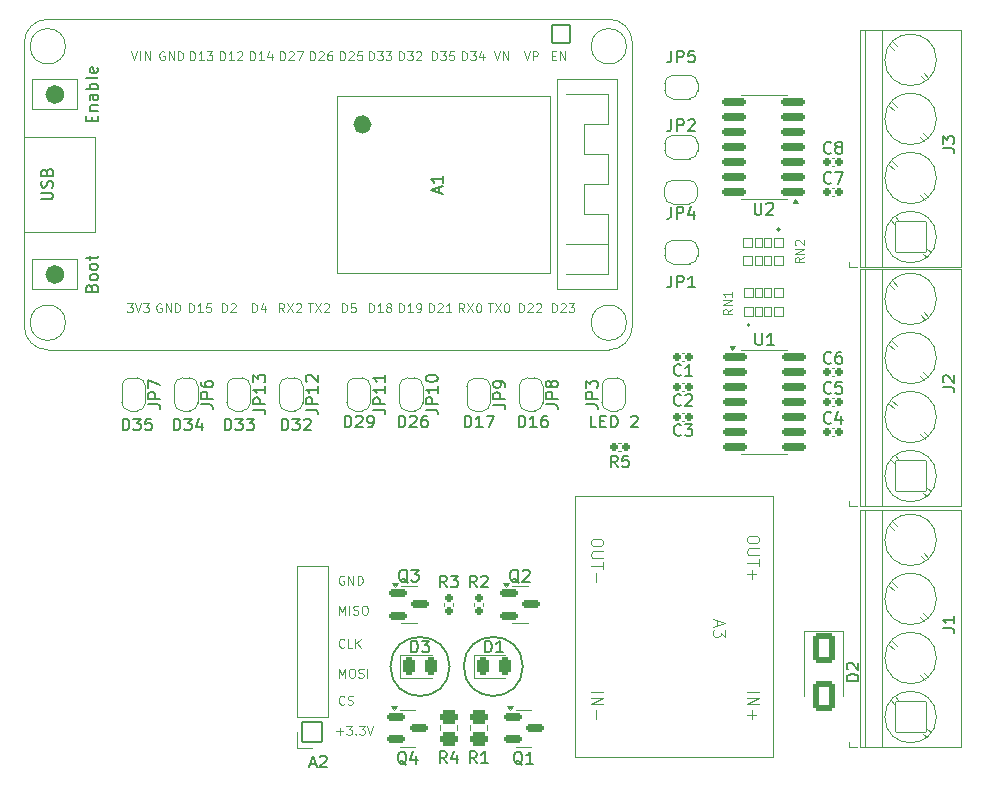
<source format=gto>
G04 #@! TF.GenerationSoftware,KiCad,Pcbnew,8.0.2*
G04 #@! TF.CreationDate,2024-07-01T07:58:36+02:00*
G04 #@! TF.ProjectId,energiRegistrationForHA,656e6572-6769-4526-9567-697374726174,0*
G04 #@! TF.SameCoordinates,Original*
G04 #@! TF.FileFunction,Legend,Top*
G04 #@! TF.FilePolarity,Positive*
%FSLAX46Y46*%
G04 Gerber Fmt 4.6, Leading zero omitted, Abs format (unit mm)*
G04 Created by KiCad (PCBNEW 8.0.2) date 2024-07-01 07:58:36*
%MOMM*%
%LPD*%
G01*
G04 APERTURE LIST*
G04 Aperture macros list*
%AMRoundRect*
0 Rectangle with rounded corners*
0 $1 Rounding radius*
0 $2 $3 $4 $5 $6 $7 $8 $9 X,Y pos of 4 corners*
0 Add a 4 corners polygon primitive as box body*
4,1,4,$2,$3,$4,$5,$6,$7,$8,$9,$2,$3,0*
0 Add four circle primitives for the rounded corners*
1,1,$1+$1,$2,$3*
1,1,$1+$1,$4,$5*
1,1,$1+$1,$6,$7*
1,1,$1+$1,$8,$9*
0 Add four rect primitives between the rounded corners*
20,1,$1+$1,$2,$3,$4,$5,0*
20,1,$1+$1,$4,$5,$6,$7,0*
20,1,$1+$1,$6,$7,$8,$9,0*
20,1,$1+$1,$8,$9,$2,$3,0*%
%AMFreePoly0*
4,1,35,0.535355,0.785355,0.550000,0.750000,0.550000,-0.750000,0.535355,-0.785355,0.500000,-0.800000,0.000000,-0.800000,-0.012286,-0.794911,-0.071157,-0.794911,-0.085244,-0.792886,-0.221795,-0.752791,-0.234740,-0.746879,-0.354462,-0.669938,-0.365217,-0.660618,-0.458414,-0.553063,-0.466109,-0.541091,-0.525228,-0.411637,-0.529237,-0.397982,-0.549491,-0.257116,-0.550000,-0.250000,-0.550000,0.250000,
-0.549491,0.257116,-0.529237,0.397982,-0.525228,0.411637,-0.466109,0.541091,-0.458414,0.553063,-0.365217,0.660618,-0.354462,0.669938,-0.234740,0.746879,-0.221795,0.752791,-0.085244,0.792886,-0.071157,0.794911,-0.012286,0.794911,0.000000,0.800000,0.500000,0.800000,0.535355,0.785355,0.535355,0.785355,$1*%
%AMFreePoly1*
4,1,35,0.012286,0.794911,0.071157,0.794911,0.085244,0.792886,0.221795,0.752791,0.234740,0.746879,0.354462,0.669938,0.365217,0.660618,0.458414,0.553063,0.466109,0.541091,0.525228,0.411637,0.529237,0.397982,0.549491,0.257116,0.550000,0.250000,0.550000,-0.250000,0.549491,-0.257116,0.529237,-0.397982,0.525228,-0.411637,0.466109,-0.541091,0.458414,-0.553063,0.365217,-0.660618,
0.354462,-0.669938,0.234740,-0.746879,0.221795,-0.752791,0.085244,-0.792886,0.071157,-0.794911,0.012286,-0.794911,0.000000,-0.800000,-0.500000,-0.800000,-0.535355,-0.785355,-0.550000,-0.750000,-0.550000,0.750000,-0.535355,0.785355,-0.500000,0.800000,0.000000,0.800000,0.012286,0.794911,0.012286,0.794911,$1*%
G04 Aperture macros list end*
%ADD10C,0.150000*%
%ADD11C,0.100000*%
%ADD12C,0.080000*%
%ADD13C,0.101600*%
%ADD14C,0.120000*%
%ADD15C,0.200000*%
%ADD16C,1.000000*%
%ADD17C,0.800000*%
%ADD18RoundRect,0.268750X-0.268750X-0.481250X0.268750X-0.481250X0.268750X0.481250X-0.268750X0.481250X0*%
%ADD19RoundRect,0.175000X-0.612500X-0.175000X0.612500X-0.175000X0.612500X0.175000X-0.612500X0.175000X0*%
%ADD20RoundRect,0.165000X0.165000X0.195000X-0.165000X0.195000X-0.165000X-0.195000X0.165000X-0.195000X0*%
%ADD21FreePoly0,180.000000*%
%ADD22FreePoly1,180.000000*%
%ADD23FreePoly0,270.000000*%
%ADD24FreePoly1,270.000000*%
%ADD25RoundRect,0.160000X-0.210000X0.160000X-0.210000X-0.160000X0.210000X-0.160000X0.210000X0.160000X0*%
%ADD26RoundRect,0.165000X-0.165000X-0.195000X0.165000X-0.195000X0.165000X0.195000X-0.165000X0.195000X0*%
%ADD27C,2.132000*%
%ADD28FreePoly0,0.000000*%
%ADD29FreePoly1,0.000000*%
%ADD30FreePoly0,90.000000*%
%ADD31FreePoly1,90.000000*%
%ADD32RoundRect,0.050000X1.300000X-1.300000X1.300000X1.300000X-1.300000X1.300000X-1.300000X-1.300000X0*%
%ADD33C,2.700000*%
%ADD34RoundRect,0.175000X0.850000X0.175000X-0.850000X0.175000X-0.850000X-0.175000X0.850000X-0.175000X0*%
%ADD35RoundRect,0.160000X-0.160000X-0.210000X0.160000X-0.210000X0.160000X0.210000X-0.160000X0.210000X0*%
%ADD36RoundRect,0.175000X-0.850000X-0.175000X0.850000X-0.175000X0.850000X0.175000X-0.850000X0.175000X0*%
%ADD37RoundRect,0.050000X-0.375000X0.400000X-0.375000X-0.400000X0.375000X-0.400000X0.375000X0.400000X0*%
%ADD38RoundRect,0.050000X-0.290000X0.400000X-0.290000X-0.400000X0.290000X-0.400000X0.290000X0.400000X0*%
%ADD39RoundRect,0.263889X-0.686111X1.036111X-0.686111X-1.036111X0.686111X-1.036111X0.686111X1.036111X0*%
%ADD40RoundRect,0.050000X-0.762000X0.762000X-0.762000X-0.762000X0.762000X-0.762000X0.762000X0.762000X0*%
%ADD41C,1.624000*%
%ADD42RoundRect,0.274390X-0.475610X0.288110X-0.475610X-0.288110X0.475610X-0.288110X0.475610X0.288110X0*%
%ADD43RoundRect,0.050000X-0.850000X-0.850000X0.850000X-0.850000X0.850000X0.850000X-0.850000X0.850000X0*%
%ADD44O,1.800000X1.800000*%
%ADD45RoundRect,0.050000X0.375000X-0.400000X0.375000X0.400000X-0.375000X0.400000X-0.375000X-0.400000X0*%
%ADD46RoundRect,0.050000X0.290000X-0.400000X0.290000X0.400000X-0.290000X0.400000X-0.290000X-0.400000X0*%
G04 APERTURE END LIST*
D10*
X64700000Y-77000000D02*
G75*
G02*
X59700000Y-77000000I-2500000J0D01*
G01*
X59700000Y-77000000D02*
G75*
G02*
X64700000Y-77000000I2500000J0D01*
G01*
X58500000Y-77000000D02*
G75*
G02*
X53500000Y-77000000I-2500000J0D01*
G01*
X53500000Y-77000000D02*
G75*
G02*
X58500000Y-77000000I2500000J0D01*
G01*
X35134779Y-57019819D02*
X35134779Y-56019819D01*
X35134779Y-56019819D02*
X35372874Y-56019819D01*
X35372874Y-56019819D02*
X35515731Y-56067438D01*
X35515731Y-56067438D02*
X35610969Y-56162676D01*
X35610969Y-56162676D02*
X35658588Y-56257914D01*
X35658588Y-56257914D02*
X35706207Y-56448390D01*
X35706207Y-56448390D02*
X35706207Y-56591247D01*
X35706207Y-56591247D02*
X35658588Y-56781723D01*
X35658588Y-56781723D02*
X35610969Y-56876961D01*
X35610969Y-56876961D02*
X35515731Y-56972200D01*
X35515731Y-56972200D02*
X35372874Y-57019819D01*
X35372874Y-57019819D02*
X35134779Y-57019819D01*
X36039541Y-56019819D02*
X36658588Y-56019819D01*
X36658588Y-56019819D02*
X36325255Y-56400771D01*
X36325255Y-56400771D02*
X36468112Y-56400771D01*
X36468112Y-56400771D02*
X36563350Y-56448390D01*
X36563350Y-56448390D02*
X36610969Y-56496009D01*
X36610969Y-56496009D02*
X36658588Y-56591247D01*
X36658588Y-56591247D02*
X36658588Y-56829342D01*
X36658588Y-56829342D02*
X36610969Y-56924580D01*
X36610969Y-56924580D02*
X36563350Y-56972200D01*
X36563350Y-56972200D02*
X36468112Y-57019819D01*
X36468112Y-57019819D02*
X36182398Y-57019819D01*
X36182398Y-57019819D02*
X36087160Y-56972200D01*
X36087160Y-56972200D02*
X36039541Y-56924580D01*
X37515731Y-56353152D02*
X37515731Y-57019819D01*
X37277636Y-55972200D02*
X37039541Y-56686485D01*
X37039541Y-56686485D02*
X37658588Y-56686485D01*
X44278779Y-57019819D02*
X44278779Y-56019819D01*
X44278779Y-56019819D02*
X44516874Y-56019819D01*
X44516874Y-56019819D02*
X44659731Y-56067438D01*
X44659731Y-56067438D02*
X44754969Y-56162676D01*
X44754969Y-56162676D02*
X44802588Y-56257914D01*
X44802588Y-56257914D02*
X44850207Y-56448390D01*
X44850207Y-56448390D02*
X44850207Y-56591247D01*
X44850207Y-56591247D02*
X44802588Y-56781723D01*
X44802588Y-56781723D02*
X44754969Y-56876961D01*
X44754969Y-56876961D02*
X44659731Y-56972200D01*
X44659731Y-56972200D02*
X44516874Y-57019819D01*
X44516874Y-57019819D02*
X44278779Y-57019819D01*
X45183541Y-56019819D02*
X45802588Y-56019819D01*
X45802588Y-56019819D02*
X45469255Y-56400771D01*
X45469255Y-56400771D02*
X45612112Y-56400771D01*
X45612112Y-56400771D02*
X45707350Y-56448390D01*
X45707350Y-56448390D02*
X45754969Y-56496009D01*
X45754969Y-56496009D02*
X45802588Y-56591247D01*
X45802588Y-56591247D02*
X45802588Y-56829342D01*
X45802588Y-56829342D02*
X45754969Y-56924580D01*
X45754969Y-56924580D02*
X45707350Y-56972200D01*
X45707350Y-56972200D02*
X45612112Y-57019819D01*
X45612112Y-57019819D02*
X45326398Y-57019819D01*
X45326398Y-57019819D02*
X45231160Y-56972200D01*
X45231160Y-56972200D02*
X45183541Y-56924580D01*
X46183541Y-56115057D02*
X46231160Y-56067438D01*
X46231160Y-56067438D02*
X46326398Y-56019819D01*
X46326398Y-56019819D02*
X46564493Y-56019819D01*
X46564493Y-56019819D02*
X46659731Y-56067438D01*
X46659731Y-56067438D02*
X46707350Y-56115057D01*
X46707350Y-56115057D02*
X46754969Y-56210295D01*
X46754969Y-56210295D02*
X46754969Y-56305533D01*
X46754969Y-56305533D02*
X46707350Y-56448390D01*
X46707350Y-56448390D02*
X46135922Y-57019819D01*
X46135922Y-57019819D02*
X46754969Y-57019819D01*
X64344779Y-56765819D02*
X64344779Y-55765819D01*
X64344779Y-55765819D02*
X64582874Y-55765819D01*
X64582874Y-55765819D02*
X64725731Y-55813438D01*
X64725731Y-55813438D02*
X64820969Y-55908676D01*
X64820969Y-55908676D02*
X64868588Y-56003914D01*
X64868588Y-56003914D02*
X64916207Y-56194390D01*
X64916207Y-56194390D02*
X64916207Y-56337247D01*
X64916207Y-56337247D02*
X64868588Y-56527723D01*
X64868588Y-56527723D02*
X64820969Y-56622961D01*
X64820969Y-56622961D02*
X64725731Y-56718200D01*
X64725731Y-56718200D02*
X64582874Y-56765819D01*
X64582874Y-56765819D02*
X64344779Y-56765819D01*
X65868588Y-56765819D02*
X65297160Y-56765819D01*
X65582874Y-56765819D02*
X65582874Y-55765819D01*
X65582874Y-55765819D02*
X65487636Y-55908676D01*
X65487636Y-55908676D02*
X65392398Y-56003914D01*
X65392398Y-56003914D02*
X65297160Y-56051533D01*
X66725731Y-55765819D02*
X66535255Y-55765819D01*
X66535255Y-55765819D02*
X66440017Y-55813438D01*
X66440017Y-55813438D02*
X66392398Y-55861057D01*
X66392398Y-55861057D02*
X66297160Y-56003914D01*
X66297160Y-56003914D02*
X66249541Y-56194390D01*
X66249541Y-56194390D02*
X66249541Y-56575342D01*
X66249541Y-56575342D02*
X66297160Y-56670580D01*
X66297160Y-56670580D02*
X66344779Y-56718200D01*
X66344779Y-56718200D02*
X66440017Y-56765819D01*
X66440017Y-56765819D02*
X66630493Y-56765819D01*
X66630493Y-56765819D02*
X66725731Y-56718200D01*
X66725731Y-56718200D02*
X66773350Y-56670580D01*
X66773350Y-56670580D02*
X66820969Y-56575342D01*
X66820969Y-56575342D02*
X66820969Y-56337247D01*
X66820969Y-56337247D02*
X66773350Y-56242009D01*
X66773350Y-56242009D02*
X66725731Y-56194390D01*
X66725731Y-56194390D02*
X66630493Y-56146771D01*
X66630493Y-56146771D02*
X66440017Y-56146771D01*
X66440017Y-56146771D02*
X66344779Y-56194390D01*
X66344779Y-56194390D02*
X66297160Y-56242009D01*
X66297160Y-56242009D02*
X66249541Y-56337247D01*
X70916969Y-56765819D02*
X70440779Y-56765819D01*
X70440779Y-56765819D02*
X70440779Y-55765819D01*
X71250303Y-56242009D02*
X71583636Y-56242009D01*
X71726493Y-56765819D02*
X71250303Y-56765819D01*
X71250303Y-56765819D02*
X71250303Y-55765819D01*
X71250303Y-55765819D02*
X71726493Y-55765819D01*
X72155065Y-56765819D02*
X72155065Y-55765819D01*
X72155065Y-55765819D02*
X72393160Y-55765819D01*
X72393160Y-55765819D02*
X72536017Y-55813438D01*
X72536017Y-55813438D02*
X72631255Y-55908676D01*
X72631255Y-55908676D02*
X72678874Y-56003914D01*
X72678874Y-56003914D02*
X72726493Y-56194390D01*
X72726493Y-56194390D02*
X72726493Y-56337247D01*
X72726493Y-56337247D02*
X72678874Y-56527723D01*
X72678874Y-56527723D02*
X72631255Y-56622961D01*
X72631255Y-56622961D02*
X72536017Y-56718200D01*
X72536017Y-56718200D02*
X72393160Y-56765819D01*
X72393160Y-56765819D02*
X72155065Y-56765819D01*
X73869351Y-55861057D02*
X73916970Y-55813438D01*
X73916970Y-55813438D02*
X74012208Y-55765819D01*
X74012208Y-55765819D02*
X74250303Y-55765819D01*
X74250303Y-55765819D02*
X74345541Y-55813438D01*
X74345541Y-55813438D02*
X74393160Y-55861057D01*
X74393160Y-55861057D02*
X74440779Y-55956295D01*
X74440779Y-55956295D02*
X74440779Y-56051533D01*
X74440779Y-56051533D02*
X74393160Y-56194390D01*
X74393160Y-56194390D02*
X73821732Y-56765819D01*
X73821732Y-56765819D02*
X74440779Y-56765819D01*
X49612779Y-56765819D02*
X49612779Y-55765819D01*
X49612779Y-55765819D02*
X49850874Y-55765819D01*
X49850874Y-55765819D02*
X49993731Y-55813438D01*
X49993731Y-55813438D02*
X50088969Y-55908676D01*
X50088969Y-55908676D02*
X50136588Y-56003914D01*
X50136588Y-56003914D02*
X50184207Y-56194390D01*
X50184207Y-56194390D02*
X50184207Y-56337247D01*
X50184207Y-56337247D02*
X50136588Y-56527723D01*
X50136588Y-56527723D02*
X50088969Y-56622961D01*
X50088969Y-56622961D02*
X49993731Y-56718200D01*
X49993731Y-56718200D02*
X49850874Y-56765819D01*
X49850874Y-56765819D02*
X49612779Y-56765819D01*
X50565160Y-55861057D02*
X50612779Y-55813438D01*
X50612779Y-55813438D02*
X50708017Y-55765819D01*
X50708017Y-55765819D02*
X50946112Y-55765819D01*
X50946112Y-55765819D02*
X51041350Y-55813438D01*
X51041350Y-55813438D02*
X51088969Y-55861057D01*
X51088969Y-55861057D02*
X51136588Y-55956295D01*
X51136588Y-55956295D02*
X51136588Y-56051533D01*
X51136588Y-56051533D02*
X51088969Y-56194390D01*
X51088969Y-56194390D02*
X50517541Y-56765819D01*
X50517541Y-56765819D02*
X51136588Y-56765819D01*
X51612779Y-56765819D02*
X51803255Y-56765819D01*
X51803255Y-56765819D02*
X51898493Y-56718200D01*
X51898493Y-56718200D02*
X51946112Y-56670580D01*
X51946112Y-56670580D02*
X52041350Y-56527723D01*
X52041350Y-56527723D02*
X52088969Y-56337247D01*
X52088969Y-56337247D02*
X52088969Y-55956295D01*
X52088969Y-55956295D02*
X52041350Y-55861057D01*
X52041350Y-55861057D02*
X51993731Y-55813438D01*
X51993731Y-55813438D02*
X51898493Y-55765819D01*
X51898493Y-55765819D02*
X51708017Y-55765819D01*
X51708017Y-55765819D02*
X51612779Y-55813438D01*
X51612779Y-55813438D02*
X51565160Y-55861057D01*
X51565160Y-55861057D02*
X51517541Y-55956295D01*
X51517541Y-55956295D02*
X51517541Y-56194390D01*
X51517541Y-56194390D02*
X51565160Y-56289628D01*
X51565160Y-56289628D02*
X51612779Y-56337247D01*
X51612779Y-56337247D02*
X51708017Y-56384866D01*
X51708017Y-56384866D02*
X51898493Y-56384866D01*
X51898493Y-56384866D02*
X51993731Y-56337247D01*
X51993731Y-56337247D02*
X52041350Y-56289628D01*
X52041350Y-56289628D02*
X52088969Y-56194390D01*
X39452779Y-57019819D02*
X39452779Y-56019819D01*
X39452779Y-56019819D02*
X39690874Y-56019819D01*
X39690874Y-56019819D02*
X39833731Y-56067438D01*
X39833731Y-56067438D02*
X39928969Y-56162676D01*
X39928969Y-56162676D02*
X39976588Y-56257914D01*
X39976588Y-56257914D02*
X40024207Y-56448390D01*
X40024207Y-56448390D02*
X40024207Y-56591247D01*
X40024207Y-56591247D02*
X39976588Y-56781723D01*
X39976588Y-56781723D02*
X39928969Y-56876961D01*
X39928969Y-56876961D02*
X39833731Y-56972200D01*
X39833731Y-56972200D02*
X39690874Y-57019819D01*
X39690874Y-57019819D02*
X39452779Y-57019819D01*
X40357541Y-56019819D02*
X40976588Y-56019819D01*
X40976588Y-56019819D02*
X40643255Y-56400771D01*
X40643255Y-56400771D02*
X40786112Y-56400771D01*
X40786112Y-56400771D02*
X40881350Y-56448390D01*
X40881350Y-56448390D02*
X40928969Y-56496009D01*
X40928969Y-56496009D02*
X40976588Y-56591247D01*
X40976588Y-56591247D02*
X40976588Y-56829342D01*
X40976588Y-56829342D02*
X40928969Y-56924580D01*
X40928969Y-56924580D02*
X40881350Y-56972200D01*
X40881350Y-56972200D02*
X40786112Y-57019819D01*
X40786112Y-57019819D02*
X40500398Y-57019819D01*
X40500398Y-57019819D02*
X40405160Y-56972200D01*
X40405160Y-56972200D02*
X40357541Y-56924580D01*
X41309922Y-56019819D02*
X41928969Y-56019819D01*
X41928969Y-56019819D02*
X41595636Y-56400771D01*
X41595636Y-56400771D02*
X41738493Y-56400771D01*
X41738493Y-56400771D02*
X41833731Y-56448390D01*
X41833731Y-56448390D02*
X41881350Y-56496009D01*
X41881350Y-56496009D02*
X41928969Y-56591247D01*
X41928969Y-56591247D02*
X41928969Y-56829342D01*
X41928969Y-56829342D02*
X41881350Y-56924580D01*
X41881350Y-56924580D02*
X41833731Y-56972200D01*
X41833731Y-56972200D02*
X41738493Y-57019819D01*
X41738493Y-57019819D02*
X41452779Y-57019819D01*
X41452779Y-57019819D02*
X41357541Y-56972200D01*
X41357541Y-56972200D02*
X41309922Y-56924580D01*
X59772779Y-56765819D02*
X59772779Y-55765819D01*
X59772779Y-55765819D02*
X60010874Y-55765819D01*
X60010874Y-55765819D02*
X60153731Y-55813438D01*
X60153731Y-55813438D02*
X60248969Y-55908676D01*
X60248969Y-55908676D02*
X60296588Y-56003914D01*
X60296588Y-56003914D02*
X60344207Y-56194390D01*
X60344207Y-56194390D02*
X60344207Y-56337247D01*
X60344207Y-56337247D02*
X60296588Y-56527723D01*
X60296588Y-56527723D02*
X60248969Y-56622961D01*
X60248969Y-56622961D02*
X60153731Y-56718200D01*
X60153731Y-56718200D02*
X60010874Y-56765819D01*
X60010874Y-56765819D02*
X59772779Y-56765819D01*
X61296588Y-56765819D02*
X60725160Y-56765819D01*
X61010874Y-56765819D02*
X61010874Y-55765819D01*
X61010874Y-55765819D02*
X60915636Y-55908676D01*
X60915636Y-55908676D02*
X60820398Y-56003914D01*
X60820398Y-56003914D02*
X60725160Y-56051533D01*
X61629922Y-55765819D02*
X62296588Y-55765819D01*
X62296588Y-55765819D02*
X61868017Y-56765819D01*
X54184779Y-56765819D02*
X54184779Y-55765819D01*
X54184779Y-55765819D02*
X54422874Y-55765819D01*
X54422874Y-55765819D02*
X54565731Y-55813438D01*
X54565731Y-55813438D02*
X54660969Y-55908676D01*
X54660969Y-55908676D02*
X54708588Y-56003914D01*
X54708588Y-56003914D02*
X54756207Y-56194390D01*
X54756207Y-56194390D02*
X54756207Y-56337247D01*
X54756207Y-56337247D02*
X54708588Y-56527723D01*
X54708588Y-56527723D02*
X54660969Y-56622961D01*
X54660969Y-56622961D02*
X54565731Y-56718200D01*
X54565731Y-56718200D02*
X54422874Y-56765819D01*
X54422874Y-56765819D02*
X54184779Y-56765819D01*
X55137160Y-55861057D02*
X55184779Y-55813438D01*
X55184779Y-55813438D02*
X55280017Y-55765819D01*
X55280017Y-55765819D02*
X55518112Y-55765819D01*
X55518112Y-55765819D02*
X55613350Y-55813438D01*
X55613350Y-55813438D02*
X55660969Y-55861057D01*
X55660969Y-55861057D02*
X55708588Y-55956295D01*
X55708588Y-55956295D02*
X55708588Y-56051533D01*
X55708588Y-56051533D02*
X55660969Y-56194390D01*
X55660969Y-56194390D02*
X55089541Y-56765819D01*
X55089541Y-56765819D02*
X55708588Y-56765819D01*
X56565731Y-55765819D02*
X56375255Y-55765819D01*
X56375255Y-55765819D02*
X56280017Y-55813438D01*
X56280017Y-55813438D02*
X56232398Y-55861057D01*
X56232398Y-55861057D02*
X56137160Y-56003914D01*
X56137160Y-56003914D02*
X56089541Y-56194390D01*
X56089541Y-56194390D02*
X56089541Y-56575342D01*
X56089541Y-56575342D02*
X56137160Y-56670580D01*
X56137160Y-56670580D02*
X56184779Y-56718200D01*
X56184779Y-56718200D02*
X56280017Y-56765819D01*
X56280017Y-56765819D02*
X56470493Y-56765819D01*
X56470493Y-56765819D02*
X56565731Y-56718200D01*
X56565731Y-56718200D02*
X56613350Y-56670580D01*
X56613350Y-56670580D02*
X56660969Y-56575342D01*
X56660969Y-56575342D02*
X56660969Y-56337247D01*
X56660969Y-56337247D02*
X56613350Y-56242009D01*
X56613350Y-56242009D02*
X56565731Y-56194390D01*
X56565731Y-56194390D02*
X56470493Y-56146771D01*
X56470493Y-56146771D02*
X56280017Y-56146771D01*
X56280017Y-56146771D02*
X56184779Y-56194390D01*
X56184779Y-56194390D02*
X56137160Y-56242009D01*
X56137160Y-56242009D02*
X56089541Y-56337247D01*
X30816779Y-57019819D02*
X30816779Y-56019819D01*
X30816779Y-56019819D02*
X31054874Y-56019819D01*
X31054874Y-56019819D02*
X31197731Y-56067438D01*
X31197731Y-56067438D02*
X31292969Y-56162676D01*
X31292969Y-56162676D02*
X31340588Y-56257914D01*
X31340588Y-56257914D02*
X31388207Y-56448390D01*
X31388207Y-56448390D02*
X31388207Y-56591247D01*
X31388207Y-56591247D02*
X31340588Y-56781723D01*
X31340588Y-56781723D02*
X31292969Y-56876961D01*
X31292969Y-56876961D02*
X31197731Y-56972200D01*
X31197731Y-56972200D02*
X31054874Y-57019819D01*
X31054874Y-57019819D02*
X30816779Y-57019819D01*
X31721541Y-56019819D02*
X32340588Y-56019819D01*
X32340588Y-56019819D02*
X32007255Y-56400771D01*
X32007255Y-56400771D02*
X32150112Y-56400771D01*
X32150112Y-56400771D02*
X32245350Y-56448390D01*
X32245350Y-56448390D02*
X32292969Y-56496009D01*
X32292969Y-56496009D02*
X32340588Y-56591247D01*
X32340588Y-56591247D02*
X32340588Y-56829342D01*
X32340588Y-56829342D02*
X32292969Y-56924580D01*
X32292969Y-56924580D02*
X32245350Y-56972200D01*
X32245350Y-56972200D02*
X32150112Y-57019819D01*
X32150112Y-57019819D02*
X31864398Y-57019819D01*
X31864398Y-57019819D02*
X31769160Y-56972200D01*
X31769160Y-56972200D02*
X31721541Y-56924580D01*
X33245350Y-56019819D02*
X32769160Y-56019819D01*
X32769160Y-56019819D02*
X32721541Y-56496009D01*
X32721541Y-56496009D02*
X32769160Y-56448390D01*
X32769160Y-56448390D02*
X32864398Y-56400771D01*
X32864398Y-56400771D02*
X33102493Y-56400771D01*
X33102493Y-56400771D02*
X33197731Y-56448390D01*
X33197731Y-56448390D02*
X33245350Y-56496009D01*
X33245350Y-56496009D02*
X33292969Y-56591247D01*
X33292969Y-56591247D02*
X33292969Y-56829342D01*
X33292969Y-56829342D02*
X33245350Y-56924580D01*
X33245350Y-56924580D02*
X33197731Y-56972200D01*
X33197731Y-56972200D02*
X33102493Y-57019819D01*
X33102493Y-57019819D02*
X32864398Y-57019819D01*
X32864398Y-57019819D02*
X32769160Y-56972200D01*
X32769160Y-56972200D02*
X32721541Y-56924580D01*
X55261905Y-75804819D02*
X55261905Y-74804819D01*
X55261905Y-74804819D02*
X55500000Y-74804819D01*
X55500000Y-74804819D02*
X55642857Y-74852438D01*
X55642857Y-74852438D02*
X55738095Y-74947676D01*
X55738095Y-74947676D02*
X55785714Y-75042914D01*
X55785714Y-75042914D02*
X55833333Y-75233390D01*
X55833333Y-75233390D02*
X55833333Y-75376247D01*
X55833333Y-75376247D02*
X55785714Y-75566723D01*
X55785714Y-75566723D02*
X55738095Y-75661961D01*
X55738095Y-75661961D02*
X55642857Y-75757200D01*
X55642857Y-75757200D02*
X55500000Y-75804819D01*
X55500000Y-75804819D02*
X55261905Y-75804819D01*
X56166667Y-74804819D02*
X56785714Y-74804819D01*
X56785714Y-74804819D02*
X56452381Y-75185771D01*
X56452381Y-75185771D02*
X56595238Y-75185771D01*
X56595238Y-75185771D02*
X56690476Y-75233390D01*
X56690476Y-75233390D02*
X56738095Y-75281009D01*
X56738095Y-75281009D02*
X56785714Y-75376247D01*
X56785714Y-75376247D02*
X56785714Y-75614342D01*
X56785714Y-75614342D02*
X56738095Y-75709580D01*
X56738095Y-75709580D02*
X56690476Y-75757200D01*
X56690476Y-75757200D02*
X56595238Y-75804819D01*
X56595238Y-75804819D02*
X56309524Y-75804819D01*
X56309524Y-75804819D02*
X56214286Y-75757200D01*
X56214286Y-75757200D02*
X56166667Y-75709580D01*
X64372261Y-69905057D02*
X64277023Y-69857438D01*
X64277023Y-69857438D02*
X64181785Y-69762200D01*
X64181785Y-69762200D02*
X64038928Y-69619342D01*
X64038928Y-69619342D02*
X63943690Y-69571723D01*
X63943690Y-69571723D02*
X63848452Y-69571723D01*
X63896071Y-69809819D02*
X63800833Y-69762200D01*
X63800833Y-69762200D02*
X63705595Y-69666961D01*
X63705595Y-69666961D02*
X63657976Y-69476485D01*
X63657976Y-69476485D02*
X63657976Y-69143152D01*
X63657976Y-69143152D02*
X63705595Y-68952676D01*
X63705595Y-68952676D02*
X63800833Y-68857438D01*
X63800833Y-68857438D02*
X63896071Y-68809819D01*
X63896071Y-68809819D02*
X64086547Y-68809819D01*
X64086547Y-68809819D02*
X64181785Y-68857438D01*
X64181785Y-68857438D02*
X64277023Y-68952676D01*
X64277023Y-68952676D02*
X64324642Y-69143152D01*
X64324642Y-69143152D02*
X64324642Y-69476485D01*
X64324642Y-69476485D02*
X64277023Y-69666961D01*
X64277023Y-69666961D02*
X64181785Y-69762200D01*
X64181785Y-69762200D02*
X64086547Y-69809819D01*
X64086547Y-69809819D02*
X63896071Y-69809819D01*
X64705595Y-68905057D02*
X64753214Y-68857438D01*
X64753214Y-68857438D02*
X64848452Y-68809819D01*
X64848452Y-68809819D02*
X65086547Y-68809819D01*
X65086547Y-68809819D02*
X65181785Y-68857438D01*
X65181785Y-68857438D02*
X65229404Y-68905057D01*
X65229404Y-68905057D02*
X65277023Y-69000295D01*
X65277023Y-69000295D02*
X65277023Y-69095533D01*
X65277023Y-69095533D02*
X65229404Y-69238390D01*
X65229404Y-69238390D02*
X64657976Y-69809819D01*
X64657976Y-69809819D02*
X65277023Y-69809819D01*
X78093333Y-54859580D02*
X78045714Y-54907200D01*
X78045714Y-54907200D02*
X77902857Y-54954819D01*
X77902857Y-54954819D02*
X77807619Y-54954819D01*
X77807619Y-54954819D02*
X77664762Y-54907200D01*
X77664762Y-54907200D02*
X77569524Y-54811961D01*
X77569524Y-54811961D02*
X77521905Y-54716723D01*
X77521905Y-54716723D02*
X77474286Y-54526247D01*
X77474286Y-54526247D02*
X77474286Y-54383390D01*
X77474286Y-54383390D02*
X77521905Y-54192914D01*
X77521905Y-54192914D02*
X77569524Y-54097676D01*
X77569524Y-54097676D02*
X77664762Y-54002438D01*
X77664762Y-54002438D02*
X77807619Y-53954819D01*
X77807619Y-53954819D02*
X77902857Y-53954819D01*
X77902857Y-53954819D02*
X78045714Y-54002438D01*
X78045714Y-54002438D02*
X78093333Y-54050057D01*
X78474286Y-54050057D02*
X78521905Y-54002438D01*
X78521905Y-54002438D02*
X78617143Y-53954819D01*
X78617143Y-53954819D02*
X78855238Y-53954819D01*
X78855238Y-53954819D02*
X78950476Y-54002438D01*
X78950476Y-54002438D02*
X78998095Y-54050057D01*
X78998095Y-54050057D02*
X79045714Y-54145295D01*
X79045714Y-54145295D02*
X79045714Y-54240533D01*
X79045714Y-54240533D02*
X78998095Y-54383390D01*
X78998095Y-54383390D02*
X78426667Y-54954819D01*
X78426667Y-54954819D02*
X79045714Y-54954819D01*
X54847261Y-85320057D02*
X54752023Y-85272438D01*
X54752023Y-85272438D02*
X54656785Y-85177200D01*
X54656785Y-85177200D02*
X54513928Y-85034342D01*
X54513928Y-85034342D02*
X54418690Y-84986723D01*
X54418690Y-84986723D02*
X54323452Y-84986723D01*
X54371071Y-85224819D02*
X54275833Y-85177200D01*
X54275833Y-85177200D02*
X54180595Y-85081961D01*
X54180595Y-85081961D02*
X54132976Y-84891485D01*
X54132976Y-84891485D02*
X54132976Y-84558152D01*
X54132976Y-84558152D02*
X54180595Y-84367676D01*
X54180595Y-84367676D02*
X54275833Y-84272438D01*
X54275833Y-84272438D02*
X54371071Y-84224819D01*
X54371071Y-84224819D02*
X54561547Y-84224819D01*
X54561547Y-84224819D02*
X54656785Y-84272438D01*
X54656785Y-84272438D02*
X54752023Y-84367676D01*
X54752023Y-84367676D02*
X54799642Y-84558152D01*
X54799642Y-84558152D02*
X54799642Y-84891485D01*
X54799642Y-84891485D02*
X54752023Y-85081961D01*
X54752023Y-85081961D02*
X54656785Y-85177200D01*
X54656785Y-85177200D02*
X54561547Y-85224819D01*
X54561547Y-85224819D02*
X54371071Y-85224819D01*
X55656785Y-84558152D02*
X55656785Y-85224819D01*
X55418690Y-84177200D02*
X55180595Y-84891485D01*
X55180595Y-84891485D02*
X55799642Y-84891485D01*
X77256666Y-38084819D02*
X77256666Y-38799104D01*
X77256666Y-38799104D02*
X77209047Y-38941961D01*
X77209047Y-38941961D02*
X77113809Y-39037200D01*
X77113809Y-39037200D02*
X76970952Y-39084819D01*
X76970952Y-39084819D02*
X76875714Y-39084819D01*
X77732857Y-39084819D02*
X77732857Y-38084819D01*
X77732857Y-38084819D02*
X78113809Y-38084819D01*
X78113809Y-38084819D02*
X78209047Y-38132438D01*
X78209047Y-38132438D02*
X78256666Y-38180057D01*
X78256666Y-38180057D02*
X78304285Y-38275295D01*
X78304285Y-38275295D02*
X78304285Y-38418152D01*
X78304285Y-38418152D02*
X78256666Y-38513390D01*
X78256666Y-38513390D02*
X78209047Y-38561009D01*
X78209047Y-38561009D02*
X78113809Y-38608628D01*
X78113809Y-38608628D02*
X77732857Y-38608628D01*
X79161428Y-38418152D02*
X79161428Y-39084819D01*
X78923333Y-38037200D02*
X78685238Y-38751485D01*
X78685238Y-38751485D02*
X79304285Y-38751485D01*
X37449819Y-54793333D02*
X38164104Y-54793333D01*
X38164104Y-54793333D02*
X38306961Y-54840952D01*
X38306961Y-54840952D02*
X38402200Y-54936190D01*
X38402200Y-54936190D02*
X38449819Y-55079047D01*
X38449819Y-55079047D02*
X38449819Y-55174285D01*
X38449819Y-54317142D02*
X37449819Y-54317142D01*
X37449819Y-54317142D02*
X37449819Y-53936190D01*
X37449819Y-53936190D02*
X37497438Y-53840952D01*
X37497438Y-53840952D02*
X37545057Y-53793333D01*
X37545057Y-53793333D02*
X37640295Y-53745714D01*
X37640295Y-53745714D02*
X37783152Y-53745714D01*
X37783152Y-53745714D02*
X37878390Y-53793333D01*
X37878390Y-53793333D02*
X37926009Y-53840952D01*
X37926009Y-53840952D02*
X37973628Y-53936190D01*
X37973628Y-53936190D02*
X37973628Y-54317142D01*
X37449819Y-52888571D02*
X37449819Y-53079047D01*
X37449819Y-53079047D02*
X37497438Y-53174285D01*
X37497438Y-53174285D02*
X37545057Y-53221904D01*
X37545057Y-53221904D02*
X37687914Y-53317142D01*
X37687914Y-53317142D02*
X37878390Y-53364761D01*
X37878390Y-53364761D02*
X38259342Y-53364761D01*
X38259342Y-53364761D02*
X38354580Y-53317142D01*
X38354580Y-53317142D02*
X38402200Y-53269523D01*
X38402200Y-53269523D02*
X38449819Y-53174285D01*
X38449819Y-53174285D02*
X38449819Y-52983809D01*
X38449819Y-52983809D02*
X38402200Y-52888571D01*
X38402200Y-52888571D02*
X38354580Y-52840952D01*
X38354580Y-52840952D02*
X38259342Y-52793333D01*
X38259342Y-52793333D02*
X38021247Y-52793333D01*
X38021247Y-52793333D02*
X37926009Y-52840952D01*
X37926009Y-52840952D02*
X37878390Y-52888571D01*
X37878390Y-52888571D02*
X37830771Y-52983809D01*
X37830771Y-52983809D02*
X37830771Y-53174285D01*
X37830771Y-53174285D02*
X37878390Y-53269523D01*
X37878390Y-53269523D02*
X37926009Y-53317142D01*
X37926009Y-53317142D02*
X38021247Y-53364761D01*
X60793333Y-70304819D02*
X60460000Y-69828628D01*
X60221905Y-70304819D02*
X60221905Y-69304819D01*
X60221905Y-69304819D02*
X60602857Y-69304819D01*
X60602857Y-69304819D02*
X60698095Y-69352438D01*
X60698095Y-69352438D02*
X60745714Y-69400057D01*
X60745714Y-69400057D02*
X60793333Y-69495295D01*
X60793333Y-69495295D02*
X60793333Y-69638152D01*
X60793333Y-69638152D02*
X60745714Y-69733390D01*
X60745714Y-69733390D02*
X60698095Y-69781009D01*
X60698095Y-69781009D02*
X60602857Y-69828628D01*
X60602857Y-69828628D02*
X60221905Y-69828628D01*
X61174286Y-69400057D02*
X61221905Y-69352438D01*
X61221905Y-69352438D02*
X61317143Y-69304819D01*
X61317143Y-69304819D02*
X61555238Y-69304819D01*
X61555238Y-69304819D02*
X61650476Y-69352438D01*
X61650476Y-69352438D02*
X61698095Y-69400057D01*
X61698095Y-69400057D02*
X61745714Y-69495295D01*
X61745714Y-69495295D02*
X61745714Y-69590533D01*
X61745714Y-69590533D02*
X61698095Y-69733390D01*
X61698095Y-69733390D02*
X61126667Y-70304819D01*
X61126667Y-70304819D02*
X61745714Y-70304819D01*
X90793333Y-56349580D02*
X90745714Y-56397200D01*
X90745714Y-56397200D02*
X90602857Y-56444819D01*
X90602857Y-56444819D02*
X90507619Y-56444819D01*
X90507619Y-56444819D02*
X90364762Y-56397200D01*
X90364762Y-56397200D02*
X90269524Y-56301961D01*
X90269524Y-56301961D02*
X90221905Y-56206723D01*
X90221905Y-56206723D02*
X90174286Y-56016247D01*
X90174286Y-56016247D02*
X90174286Y-55873390D01*
X90174286Y-55873390D02*
X90221905Y-55682914D01*
X90221905Y-55682914D02*
X90269524Y-55587676D01*
X90269524Y-55587676D02*
X90364762Y-55492438D01*
X90364762Y-55492438D02*
X90507619Y-55444819D01*
X90507619Y-55444819D02*
X90602857Y-55444819D01*
X90602857Y-55444819D02*
X90745714Y-55492438D01*
X90745714Y-55492438D02*
X90793333Y-55540057D01*
X91650476Y-55778152D02*
X91650476Y-56444819D01*
X91412381Y-55397200D02*
X91174286Y-56111485D01*
X91174286Y-56111485D02*
X91793333Y-56111485D01*
D11*
X81108295Y-73072714D02*
X81108295Y-73548904D01*
X80822580Y-72977476D02*
X81822580Y-73310809D01*
X81822580Y-73310809D02*
X80822580Y-73644142D01*
X81822580Y-73882238D02*
X81822580Y-74501285D01*
X81822580Y-74501285D02*
X81441628Y-74167952D01*
X81441628Y-74167952D02*
X81441628Y-74310809D01*
X81441628Y-74310809D02*
X81394009Y-74406047D01*
X81394009Y-74406047D02*
X81346390Y-74453666D01*
X81346390Y-74453666D02*
X81251152Y-74501285D01*
X81251152Y-74501285D02*
X81013057Y-74501285D01*
X81013057Y-74501285D02*
X80917819Y-74453666D01*
X80917819Y-74453666D02*
X80870200Y-74406047D01*
X80870200Y-74406047D02*
X80822580Y-74310809D01*
X80822580Y-74310809D02*
X80822580Y-74025095D01*
X80822580Y-74025095D02*
X80870200Y-73929857D01*
X80870200Y-73929857D02*
X80917819Y-73882238D01*
X70485580Y-79170884D02*
X71485580Y-79170884D01*
X70485580Y-79647074D02*
X71485580Y-79647074D01*
X71485580Y-79647074D02*
X70485580Y-80218502D01*
X70485580Y-80218502D02*
X71485580Y-80218502D01*
X70866533Y-80694693D02*
X70866533Y-81456598D01*
X83693580Y-79170884D02*
X84693580Y-79170884D01*
X83693580Y-79647074D02*
X84693580Y-79647074D01*
X84693580Y-79647074D02*
X83693580Y-80218502D01*
X83693580Y-80218502D02*
X84693580Y-80218502D01*
X84074533Y-80694693D02*
X84074533Y-81456598D01*
X83693580Y-81075645D02*
X84455485Y-81075645D01*
X71485580Y-66407360D02*
X71485580Y-66597836D01*
X71485580Y-66597836D02*
X71437961Y-66693074D01*
X71437961Y-66693074D02*
X71342723Y-66788312D01*
X71342723Y-66788312D02*
X71152247Y-66835931D01*
X71152247Y-66835931D02*
X70818914Y-66835931D01*
X70818914Y-66835931D02*
X70628438Y-66788312D01*
X70628438Y-66788312D02*
X70533200Y-66693074D01*
X70533200Y-66693074D02*
X70485580Y-66597836D01*
X70485580Y-66597836D02*
X70485580Y-66407360D01*
X70485580Y-66407360D02*
X70533200Y-66312122D01*
X70533200Y-66312122D02*
X70628438Y-66216884D01*
X70628438Y-66216884D02*
X70818914Y-66169265D01*
X70818914Y-66169265D02*
X71152247Y-66169265D01*
X71152247Y-66169265D02*
X71342723Y-66216884D01*
X71342723Y-66216884D02*
X71437961Y-66312122D01*
X71437961Y-66312122D02*
X71485580Y-66407360D01*
X71485580Y-67264503D02*
X70676057Y-67264503D01*
X70676057Y-67264503D02*
X70580819Y-67312122D01*
X70580819Y-67312122D02*
X70533200Y-67359741D01*
X70533200Y-67359741D02*
X70485580Y-67454979D01*
X70485580Y-67454979D02*
X70485580Y-67645455D01*
X70485580Y-67645455D02*
X70533200Y-67740693D01*
X70533200Y-67740693D02*
X70580819Y-67788312D01*
X70580819Y-67788312D02*
X70676057Y-67835931D01*
X70676057Y-67835931D02*
X71485580Y-67835931D01*
X71485580Y-68169265D02*
X71485580Y-68740693D01*
X70485580Y-68454979D02*
X71485580Y-68454979D01*
X70866533Y-69074027D02*
X70866533Y-69835932D01*
X84693580Y-66153360D02*
X84693580Y-66343836D01*
X84693580Y-66343836D02*
X84645961Y-66439074D01*
X84645961Y-66439074D02*
X84550723Y-66534312D01*
X84550723Y-66534312D02*
X84360247Y-66581931D01*
X84360247Y-66581931D02*
X84026914Y-66581931D01*
X84026914Y-66581931D02*
X83836438Y-66534312D01*
X83836438Y-66534312D02*
X83741200Y-66439074D01*
X83741200Y-66439074D02*
X83693580Y-66343836D01*
X83693580Y-66343836D02*
X83693580Y-66153360D01*
X83693580Y-66153360D02*
X83741200Y-66058122D01*
X83741200Y-66058122D02*
X83836438Y-65962884D01*
X83836438Y-65962884D02*
X84026914Y-65915265D01*
X84026914Y-65915265D02*
X84360247Y-65915265D01*
X84360247Y-65915265D02*
X84550723Y-65962884D01*
X84550723Y-65962884D02*
X84645961Y-66058122D01*
X84645961Y-66058122D02*
X84693580Y-66153360D01*
X84693580Y-67010503D02*
X83884057Y-67010503D01*
X83884057Y-67010503D02*
X83788819Y-67058122D01*
X83788819Y-67058122D02*
X83741200Y-67105741D01*
X83741200Y-67105741D02*
X83693580Y-67200979D01*
X83693580Y-67200979D02*
X83693580Y-67391455D01*
X83693580Y-67391455D02*
X83741200Y-67486693D01*
X83741200Y-67486693D02*
X83788819Y-67534312D01*
X83788819Y-67534312D02*
X83884057Y-67581931D01*
X83884057Y-67581931D02*
X84693580Y-67581931D01*
X84693580Y-67915265D02*
X84693580Y-68486693D01*
X83693580Y-68200979D02*
X84693580Y-68200979D01*
X84074533Y-68820027D02*
X84074533Y-69581932D01*
X83693580Y-69200979D02*
X84455485Y-69200979D01*
D10*
X90793333Y-33489580D02*
X90745714Y-33537200D01*
X90745714Y-33537200D02*
X90602857Y-33584819D01*
X90602857Y-33584819D02*
X90507619Y-33584819D01*
X90507619Y-33584819D02*
X90364762Y-33537200D01*
X90364762Y-33537200D02*
X90269524Y-33441961D01*
X90269524Y-33441961D02*
X90221905Y-33346723D01*
X90221905Y-33346723D02*
X90174286Y-33156247D01*
X90174286Y-33156247D02*
X90174286Y-33013390D01*
X90174286Y-33013390D02*
X90221905Y-32822914D01*
X90221905Y-32822914D02*
X90269524Y-32727676D01*
X90269524Y-32727676D02*
X90364762Y-32632438D01*
X90364762Y-32632438D02*
X90507619Y-32584819D01*
X90507619Y-32584819D02*
X90602857Y-32584819D01*
X90602857Y-32584819D02*
X90745714Y-32632438D01*
X90745714Y-32632438D02*
X90793333Y-32680057D01*
X91364762Y-33013390D02*
X91269524Y-32965771D01*
X91269524Y-32965771D02*
X91221905Y-32918152D01*
X91221905Y-32918152D02*
X91174286Y-32822914D01*
X91174286Y-32822914D02*
X91174286Y-32775295D01*
X91174286Y-32775295D02*
X91221905Y-32680057D01*
X91221905Y-32680057D02*
X91269524Y-32632438D01*
X91269524Y-32632438D02*
X91364762Y-32584819D01*
X91364762Y-32584819D02*
X91555238Y-32584819D01*
X91555238Y-32584819D02*
X91650476Y-32632438D01*
X91650476Y-32632438D02*
X91698095Y-32680057D01*
X91698095Y-32680057D02*
X91745714Y-32775295D01*
X91745714Y-32775295D02*
X91745714Y-32822914D01*
X91745714Y-32822914D02*
X91698095Y-32918152D01*
X91698095Y-32918152D02*
X91650476Y-32965771D01*
X91650476Y-32965771D02*
X91555238Y-33013390D01*
X91555238Y-33013390D02*
X91364762Y-33013390D01*
X91364762Y-33013390D02*
X91269524Y-33061009D01*
X91269524Y-33061009D02*
X91221905Y-33108628D01*
X91221905Y-33108628D02*
X91174286Y-33203866D01*
X91174286Y-33203866D02*
X91174286Y-33394342D01*
X91174286Y-33394342D02*
X91221905Y-33489580D01*
X91221905Y-33489580D02*
X91269524Y-33537200D01*
X91269524Y-33537200D02*
X91364762Y-33584819D01*
X91364762Y-33584819D02*
X91555238Y-33584819D01*
X91555238Y-33584819D02*
X91650476Y-33537200D01*
X91650476Y-33537200D02*
X91698095Y-33489580D01*
X91698095Y-33489580D02*
X91745714Y-33394342D01*
X91745714Y-33394342D02*
X91745714Y-33203866D01*
X91745714Y-33203866D02*
X91698095Y-33108628D01*
X91698095Y-33108628D02*
X91650476Y-33061009D01*
X91650476Y-33061009D02*
X91555238Y-33013390D01*
X46339819Y-55269523D02*
X47054104Y-55269523D01*
X47054104Y-55269523D02*
X47196961Y-55317142D01*
X47196961Y-55317142D02*
X47292200Y-55412380D01*
X47292200Y-55412380D02*
X47339819Y-55555237D01*
X47339819Y-55555237D02*
X47339819Y-55650475D01*
X47339819Y-54793332D02*
X46339819Y-54793332D01*
X46339819Y-54793332D02*
X46339819Y-54412380D01*
X46339819Y-54412380D02*
X46387438Y-54317142D01*
X46387438Y-54317142D02*
X46435057Y-54269523D01*
X46435057Y-54269523D02*
X46530295Y-54221904D01*
X46530295Y-54221904D02*
X46673152Y-54221904D01*
X46673152Y-54221904D02*
X46768390Y-54269523D01*
X46768390Y-54269523D02*
X46816009Y-54317142D01*
X46816009Y-54317142D02*
X46863628Y-54412380D01*
X46863628Y-54412380D02*
X46863628Y-54793332D01*
X47339819Y-53269523D02*
X47339819Y-53840951D01*
X47339819Y-53555237D02*
X46339819Y-53555237D01*
X46339819Y-53555237D02*
X46482676Y-53650475D01*
X46482676Y-53650475D02*
X46577914Y-53745713D01*
X46577914Y-53745713D02*
X46625533Y-53840951D01*
X46435057Y-52888570D02*
X46387438Y-52840951D01*
X46387438Y-52840951D02*
X46339819Y-52745713D01*
X46339819Y-52745713D02*
X46339819Y-52507618D01*
X46339819Y-52507618D02*
X46387438Y-52412380D01*
X46387438Y-52412380D02*
X46435057Y-52364761D01*
X46435057Y-52364761D02*
X46530295Y-52317142D01*
X46530295Y-52317142D02*
X46625533Y-52317142D01*
X46625533Y-52317142D02*
X46768390Y-52364761D01*
X46768390Y-52364761D02*
X47339819Y-52936189D01*
X47339819Y-52936189D02*
X47339819Y-52317142D01*
X77286666Y-30674819D02*
X77286666Y-31389104D01*
X77286666Y-31389104D02*
X77239047Y-31531961D01*
X77239047Y-31531961D02*
X77143809Y-31627200D01*
X77143809Y-31627200D02*
X77000952Y-31674819D01*
X77000952Y-31674819D02*
X76905714Y-31674819D01*
X77762857Y-31674819D02*
X77762857Y-30674819D01*
X77762857Y-30674819D02*
X78143809Y-30674819D01*
X78143809Y-30674819D02*
X78239047Y-30722438D01*
X78239047Y-30722438D02*
X78286666Y-30770057D01*
X78286666Y-30770057D02*
X78334285Y-30865295D01*
X78334285Y-30865295D02*
X78334285Y-31008152D01*
X78334285Y-31008152D02*
X78286666Y-31103390D01*
X78286666Y-31103390D02*
X78239047Y-31151009D01*
X78239047Y-31151009D02*
X78143809Y-31198628D01*
X78143809Y-31198628D02*
X77762857Y-31198628D01*
X78715238Y-30770057D02*
X78762857Y-30722438D01*
X78762857Y-30722438D02*
X78858095Y-30674819D01*
X78858095Y-30674819D02*
X79096190Y-30674819D01*
X79096190Y-30674819D02*
X79191428Y-30722438D01*
X79191428Y-30722438D02*
X79239047Y-30770057D01*
X79239047Y-30770057D02*
X79286666Y-30865295D01*
X79286666Y-30865295D02*
X79286666Y-30960533D01*
X79286666Y-30960533D02*
X79239047Y-31103390D01*
X79239047Y-31103390D02*
X78667619Y-31674819D01*
X78667619Y-31674819D02*
X79286666Y-31674819D01*
X70044819Y-54793333D02*
X70759104Y-54793333D01*
X70759104Y-54793333D02*
X70901961Y-54840952D01*
X70901961Y-54840952D02*
X70997200Y-54936190D01*
X70997200Y-54936190D02*
X71044819Y-55079047D01*
X71044819Y-55079047D02*
X71044819Y-55174285D01*
X71044819Y-54317142D02*
X70044819Y-54317142D01*
X70044819Y-54317142D02*
X70044819Y-53936190D01*
X70044819Y-53936190D02*
X70092438Y-53840952D01*
X70092438Y-53840952D02*
X70140057Y-53793333D01*
X70140057Y-53793333D02*
X70235295Y-53745714D01*
X70235295Y-53745714D02*
X70378152Y-53745714D01*
X70378152Y-53745714D02*
X70473390Y-53793333D01*
X70473390Y-53793333D02*
X70521009Y-53840952D01*
X70521009Y-53840952D02*
X70568628Y-53936190D01*
X70568628Y-53936190D02*
X70568628Y-54317142D01*
X70044819Y-53412380D02*
X70044819Y-52793333D01*
X70044819Y-52793333D02*
X70425771Y-53126666D01*
X70425771Y-53126666D02*
X70425771Y-52983809D01*
X70425771Y-52983809D02*
X70473390Y-52888571D01*
X70473390Y-52888571D02*
X70521009Y-52840952D01*
X70521009Y-52840952D02*
X70616247Y-52793333D01*
X70616247Y-52793333D02*
X70854342Y-52793333D01*
X70854342Y-52793333D02*
X70949580Y-52840952D01*
X70949580Y-52840952D02*
X70997200Y-52888571D01*
X70997200Y-52888571D02*
X71044819Y-52983809D01*
X71044819Y-52983809D02*
X71044819Y-53269523D01*
X71044819Y-53269523D02*
X70997200Y-53364761D01*
X70997200Y-53364761D02*
X70949580Y-53412380D01*
X90793333Y-51269580D02*
X90745714Y-51317200D01*
X90745714Y-51317200D02*
X90602857Y-51364819D01*
X90602857Y-51364819D02*
X90507619Y-51364819D01*
X90507619Y-51364819D02*
X90364762Y-51317200D01*
X90364762Y-51317200D02*
X90269524Y-51221961D01*
X90269524Y-51221961D02*
X90221905Y-51126723D01*
X90221905Y-51126723D02*
X90174286Y-50936247D01*
X90174286Y-50936247D02*
X90174286Y-50793390D01*
X90174286Y-50793390D02*
X90221905Y-50602914D01*
X90221905Y-50602914D02*
X90269524Y-50507676D01*
X90269524Y-50507676D02*
X90364762Y-50412438D01*
X90364762Y-50412438D02*
X90507619Y-50364819D01*
X90507619Y-50364819D02*
X90602857Y-50364819D01*
X90602857Y-50364819D02*
X90745714Y-50412438D01*
X90745714Y-50412438D02*
X90793333Y-50460057D01*
X91650476Y-50364819D02*
X91460000Y-50364819D01*
X91460000Y-50364819D02*
X91364762Y-50412438D01*
X91364762Y-50412438D02*
X91317143Y-50460057D01*
X91317143Y-50460057D02*
X91221905Y-50602914D01*
X91221905Y-50602914D02*
X91174286Y-50793390D01*
X91174286Y-50793390D02*
X91174286Y-51174342D01*
X91174286Y-51174342D02*
X91221905Y-51269580D01*
X91221905Y-51269580D02*
X91269524Y-51317200D01*
X91269524Y-51317200D02*
X91364762Y-51364819D01*
X91364762Y-51364819D02*
X91555238Y-51364819D01*
X91555238Y-51364819D02*
X91650476Y-51317200D01*
X91650476Y-51317200D02*
X91698095Y-51269580D01*
X91698095Y-51269580D02*
X91745714Y-51174342D01*
X91745714Y-51174342D02*
X91745714Y-50936247D01*
X91745714Y-50936247D02*
X91698095Y-50841009D01*
X91698095Y-50841009D02*
X91650476Y-50793390D01*
X91650476Y-50793390D02*
X91555238Y-50745771D01*
X91555238Y-50745771D02*
X91364762Y-50745771D01*
X91364762Y-50745771D02*
X91269524Y-50793390D01*
X91269524Y-50793390D02*
X91221905Y-50841009D01*
X91221905Y-50841009D02*
X91174286Y-50936247D01*
X90793333Y-36029580D02*
X90745714Y-36077200D01*
X90745714Y-36077200D02*
X90602857Y-36124819D01*
X90602857Y-36124819D02*
X90507619Y-36124819D01*
X90507619Y-36124819D02*
X90364762Y-36077200D01*
X90364762Y-36077200D02*
X90269524Y-35981961D01*
X90269524Y-35981961D02*
X90221905Y-35886723D01*
X90221905Y-35886723D02*
X90174286Y-35696247D01*
X90174286Y-35696247D02*
X90174286Y-35553390D01*
X90174286Y-35553390D02*
X90221905Y-35362914D01*
X90221905Y-35362914D02*
X90269524Y-35267676D01*
X90269524Y-35267676D02*
X90364762Y-35172438D01*
X90364762Y-35172438D02*
X90507619Y-35124819D01*
X90507619Y-35124819D02*
X90602857Y-35124819D01*
X90602857Y-35124819D02*
X90745714Y-35172438D01*
X90745714Y-35172438D02*
X90793333Y-35220057D01*
X91126667Y-35124819D02*
X91793333Y-35124819D01*
X91793333Y-35124819D02*
X91364762Y-36124819D01*
X100240819Y-53363333D02*
X100955104Y-53363333D01*
X100955104Y-53363333D02*
X101097961Y-53410952D01*
X101097961Y-53410952D02*
X101193200Y-53506190D01*
X101193200Y-53506190D02*
X101240819Y-53649047D01*
X101240819Y-53649047D02*
X101240819Y-53744285D01*
X100336057Y-52934761D02*
X100288438Y-52887142D01*
X100288438Y-52887142D02*
X100240819Y-52791904D01*
X100240819Y-52791904D02*
X100240819Y-52553809D01*
X100240819Y-52553809D02*
X100288438Y-52458571D01*
X100288438Y-52458571D02*
X100336057Y-52410952D01*
X100336057Y-52410952D02*
X100431295Y-52363333D01*
X100431295Y-52363333D02*
X100526533Y-52363333D01*
X100526533Y-52363333D02*
X100669390Y-52410952D01*
X100669390Y-52410952D02*
X101240819Y-52982380D01*
X101240819Y-52982380D02*
X101240819Y-52363333D01*
X84328095Y-37754819D02*
X84328095Y-38564342D01*
X84328095Y-38564342D02*
X84375714Y-38659580D01*
X84375714Y-38659580D02*
X84423333Y-38707200D01*
X84423333Y-38707200D02*
X84518571Y-38754819D01*
X84518571Y-38754819D02*
X84709047Y-38754819D01*
X84709047Y-38754819D02*
X84804285Y-38707200D01*
X84804285Y-38707200D02*
X84851904Y-38659580D01*
X84851904Y-38659580D02*
X84899523Y-38564342D01*
X84899523Y-38564342D02*
X84899523Y-37754819D01*
X85328095Y-37850057D02*
X85375714Y-37802438D01*
X85375714Y-37802438D02*
X85470952Y-37754819D01*
X85470952Y-37754819D02*
X85709047Y-37754819D01*
X85709047Y-37754819D02*
X85804285Y-37802438D01*
X85804285Y-37802438D02*
X85851904Y-37850057D01*
X85851904Y-37850057D02*
X85899523Y-37945295D01*
X85899523Y-37945295D02*
X85899523Y-38040533D01*
X85899523Y-38040533D02*
X85851904Y-38183390D01*
X85851904Y-38183390D02*
X85280476Y-38754819D01*
X85280476Y-38754819D02*
X85899523Y-38754819D01*
X58253333Y-70304819D02*
X57920000Y-69828628D01*
X57681905Y-70304819D02*
X57681905Y-69304819D01*
X57681905Y-69304819D02*
X58062857Y-69304819D01*
X58062857Y-69304819D02*
X58158095Y-69352438D01*
X58158095Y-69352438D02*
X58205714Y-69400057D01*
X58205714Y-69400057D02*
X58253333Y-69495295D01*
X58253333Y-69495295D02*
X58253333Y-69638152D01*
X58253333Y-69638152D02*
X58205714Y-69733390D01*
X58205714Y-69733390D02*
X58158095Y-69781009D01*
X58158095Y-69781009D02*
X58062857Y-69828628D01*
X58062857Y-69828628D02*
X57681905Y-69828628D01*
X58586667Y-69304819D02*
X59205714Y-69304819D01*
X59205714Y-69304819D02*
X58872381Y-69685771D01*
X58872381Y-69685771D02*
X59015238Y-69685771D01*
X59015238Y-69685771D02*
X59110476Y-69733390D01*
X59110476Y-69733390D02*
X59158095Y-69781009D01*
X59158095Y-69781009D02*
X59205714Y-69876247D01*
X59205714Y-69876247D02*
X59205714Y-70114342D01*
X59205714Y-70114342D02*
X59158095Y-70209580D01*
X59158095Y-70209580D02*
X59110476Y-70257200D01*
X59110476Y-70257200D02*
X59015238Y-70304819D01*
X59015238Y-70304819D02*
X58729524Y-70304819D01*
X58729524Y-70304819D02*
X58634286Y-70257200D01*
X58634286Y-70257200D02*
X58586667Y-70209580D01*
X72731333Y-60144819D02*
X72398000Y-59668628D01*
X72159905Y-60144819D02*
X72159905Y-59144819D01*
X72159905Y-59144819D02*
X72540857Y-59144819D01*
X72540857Y-59144819D02*
X72636095Y-59192438D01*
X72636095Y-59192438D02*
X72683714Y-59240057D01*
X72683714Y-59240057D02*
X72731333Y-59335295D01*
X72731333Y-59335295D02*
X72731333Y-59478152D01*
X72731333Y-59478152D02*
X72683714Y-59573390D01*
X72683714Y-59573390D02*
X72636095Y-59621009D01*
X72636095Y-59621009D02*
X72540857Y-59668628D01*
X72540857Y-59668628D02*
X72159905Y-59668628D01*
X73636095Y-59144819D02*
X73159905Y-59144819D01*
X73159905Y-59144819D02*
X73112286Y-59621009D01*
X73112286Y-59621009D02*
X73159905Y-59573390D01*
X73159905Y-59573390D02*
X73255143Y-59525771D01*
X73255143Y-59525771D02*
X73493238Y-59525771D01*
X73493238Y-59525771D02*
X73588476Y-59573390D01*
X73588476Y-59573390D02*
X73636095Y-59621009D01*
X73636095Y-59621009D02*
X73683714Y-59716247D01*
X73683714Y-59716247D02*
X73683714Y-59954342D01*
X73683714Y-59954342D02*
X73636095Y-60049580D01*
X73636095Y-60049580D02*
X73588476Y-60097200D01*
X73588476Y-60097200D02*
X73493238Y-60144819D01*
X73493238Y-60144819D02*
X73255143Y-60144819D01*
X73255143Y-60144819D02*
X73159905Y-60097200D01*
X73159905Y-60097200D02*
X73112286Y-60049580D01*
X52054819Y-55269523D02*
X52769104Y-55269523D01*
X52769104Y-55269523D02*
X52911961Y-55317142D01*
X52911961Y-55317142D02*
X53007200Y-55412380D01*
X53007200Y-55412380D02*
X53054819Y-55555237D01*
X53054819Y-55555237D02*
X53054819Y-55650475D01*
X53054819Y-54793332D02*
X52054819Y-54793332D01*
X52054819Y-54793332D02*
X52054819Y-54412380D01*
X52054819Y-54412380D02*
X52102438Y-54317142D01*
X52102438Y-54317142D02*
X52150057Y-54269523D01*
X52150057Y-54269523D02*
X52245295Y-54221904D01*
X52245295Y-54221904D02*
X52388152Y-54221904D01*
X52388152Y-54221904D02*
X52483390Y-54269523D01*
X52483390Y-54269523D02*
X52531009Y-54317142D01*
X52531009Y-54317142D02*
X52578628Y-54412380D01*
X52578628Y-54412380D02*
X52578628Y-54793332D01*
X53054819Y-53269523D02*
X53054819Y-53840951D01*
X53054819Y-53555237D02*
X52054819Y-53555237D01*
X52054819Y-53555237D02*
X52197676Y-53650475D01*
X52197676Y-53650475D02*
X52292914Y-53745713D01*
X52292914Y-53745713D02*
X52340533Y-53840951D01*
X53054819Y-52317142D02*
X53054819Y-52888570D01*
X53054819Y-52602856D02*
X52054819Y-52602856D01*
X52054819Y-52602856D02*
X52197676Y-52698094D01*
X52197676Y-52698094D02*
X52292914Y-52793332D01*
X52292914Y-52793332D02*
X52340533Y-52888570D01*
X64674761Y-85320057D02*
X64579523Y-85272438D01*
X64579523Y-85272438D02*
X64484285Y-85177200D01*
X64484285Y-85177200D02*
X64341428Y-85034342D01*
X64341428Y-85034342D02*
X64246190Y-84986723D01*
X64246190Y-84986723D02*
X64150952Y-84986723D01*
X64198571Y-85224819D02*
X64103333Y-85177200D01*
X64103333Y-85177200D02*
X64008095Y-85081961D01*
X64008095Y-85081961D02*
X63960476Y-84891485D01*
X63960476Y-84891485D02*
X63960476Y-84558152D01*
X63960476Y-84558152D02*
X64008095Y-84367676D01*
X64008095Y-84367676D02*
X64103333Y-84272438D01*
X64103333Y-84272438D02*
X64198571Y-84224819D01*
X64198571Y-84224819D02*
X64389047Y-84224819D01*
X64389047Y-84224819D02*
X64484285Y-84272438D01*
X64484285Y-84272438D02*
X64579523Y-84367676D01*
X64579523Y-84367676D02*
X64627142Y-84558152D01*
X64627142Y-84558152D02*
X64627142Y-84891485D01*
X64627142Y-84891485D02*
X64579523Y-85081961D01*
X64579523Y-85081961D02*
X64484285Y-85177200D01*
X64484285Y-85177200D02*
X64389047Y-85224819D01*
X64389047Y-85224819D02*
X64198571Y-85224819D01*
X65579523Y-85224819D02*
X65008095Y-85224819D01*
X65293809Y-85224819D02*
X65293809Y-84224819D01*
X65293809Y-84224819D02*
X65198571Y-84367676D01*
X65198571Y-84367676D02*
X65103333Y-84462914D01*
X65103333Y-84462914D02*
X65008095Y-84510533D01*
X84393095Y-48784819D02*
X84393095Y-49594342D01*
X84393095Y-49594342D02*
X84440714Y-49689580D01*
X84440714Y-49689580D02*
X84488333Y-49737200D01*
X84488333Y-49737200D02*
X84583571Y-49784819D01*
X84583571Y-49784819D02*
X84774047Y-49784819D01*
X84774047Y-49784819D02*
X84869285Y-49737200D01*
X84869285Y-49737200D02*
X84916904Y-49689580D01*
X84916904Y-49689580D02*
X84964523Y-49594342D01*
X84964523Y-49594342D02*
X84964523Y-48784819D01*
X85964523Y-49784819D02*
X85393095Y-49784819D01*
X85678809Y-49784819D02*
X85678809Y-48784819D01*
X85678809Y-48784819D02*
X85583571Y-48927676D01*
X85583571Y-48927676D02*
X85488333Y-49022914D01*
X85488333Y-49022914D02*
X85393095Y-49070533D01*
X61491905Y-75804819D02*
X61491905Y-74804819D01*
X61491905Y-74804819D02*
X61730000Y-74804819D01*
X61730000Y-74804819D02*
X61872857Y-74852438D01*
X61872857Y-74852438D02*
X61968095Y-74947676D01*
X61968095Y-74947676D02*
X62015714Y-75042914D01*
X62015714Y-75042914D02*
X62063333Y-75233390D01*
X62063333Y-75233390D02*
X62063333Y-75376247D01*
X62063333Y-75376247D02*
X62015714Y-75566723D01*
X62015714Y-75566723D02*
X61968095Y-75661961D01*
X61968095Y-75661961D02*
X61872857Y-75757200D01*
X61872857Y-75757200D02*
X61730000Y-75804819D01*
X61730000Y-75804819D02*
X61491905Y-75804819D01*
X63015714Y-75804819D02*
X62444286Y-75804819D01*
X62730000Y-75804819D02*
X62730000Y-74804819D01*
X62730000Y-74804819D02*
X62634762Y-74947676D01*
X62634762Y-74947676D02*
X62539524Y-75042914D01*
X62539524Y-75042914D02*
X62444286Y-75090533D01*
D12*
X88474091Y-42367035D02*
X88123859Y-42612198D01*
X88474091Y-42787314D02*
X87738604Y-42787314D01*
X87738604Y-42787314D02*
X87738604Y-42507128D01*
X87738604Y-42507128D02*
X87773627Y-42437082D01*
X87773627Y-42437082D02*
X87808650Y-42402058D01*
X87808650Y-42402058D02*
X87878696Y-42367035D01*
X87878696Y-42367035D02*
X87983766Y-42367035D01*
X87983766Y-42367035D02*
X88053812Y-42402058D01*
X88053812Y-42402058D02*
X88088836Y-42437082D01*
X88088836Y-42437082D02*
X88123859Y-42507128D01*
X88123859Y-42507128D02*
X88123859Y-42787314D01*
X88474091Y-42051827D02*
X87738604Y-42051827D01*
X87738604Y-42051827D02*
X88474091Y-41631548D01*
X88474091Y-41631548D02*
X87738604Y-41631548D01*
X87808650Y-41316340D02*
X87773627Y-41281317D01*
X87773627Y-41281317D02*
X87738604Y-41211270D01*
X87738604Y-41211270D02*
X87738604Y-41036154D01*
X87738604Y-41036154D02*
X87773627Y-40966108D01*
X87773627Y-40966108D02*
X87808650Y-40931085D01*
X87808650Y-40931085D02*
X87878696Y-40896061D01*
X87878696Y-40896061D02*
X87948743Y-40896061D01*
X87948743Y-40896061D02*
X88053812Y-40931085D01*
X88053812Y-40931085D02*
X88474091Y-41351363D01*
X88474091Y-41351363D02*
X88474091Y-40896061D01*
D10*
X78093333Y-52319580D02*
X78045714Y-52367200D01*
X78045714Y-52367200D02*
X77902857Y-52414819D01*
X77902857Y-52414819D02*
X77807619Y-52414819D01*
X77807619Y-52414819D02*
X77664762Y-52367200D01*
X77664762Y-52367200D02*
X77569524Y-52271961D01*
X77569524Y-52271961D02*
X77521905Y-52176723D01*
X77521905Y-52176723D02*
X77474286Y-51986247D01*
X77474286Y-51986247D02*
X77474286Y-51843390D01*
X77474286Y-51843390D02*
X77521905Y-51652914D01*
X77521905Y-51652914D02*
X77569524Y-51557676D01*
X77569524Y-51557676D02*
X77664762Y-51462438D01*
X77664762Y-51462438D02*
X77807619Y-51414819D01*
X77807619Y-51414819D02*
X77902857Y-51414819D01*
X77902857Y-51414819D02*
X78045714Y-51462438D01*
X78045714Y-51462438D02*
X78093333Y-51510057D01*
X79045714Y-52414819D02*
X78474286Y-52414819D01*
X78760000Y-52414819D02*
X78760000Y-51414819D01*
X78760000Y-51414819D02*
X78664762Y-51557676D01*
X78664762Y-51557676D02*
X78569524Y-51652914D01*
X78569524Y-51652914D02*
X78474286Y-51700533D01*
X100240819Y-33123333D02*
X100955104Y-33123333D01*
X100955104Y-33123333D02*
X101097961Y-33170952D01*
X101097961Y-33170952D02*
X101193200Y-33266190D01*
X101193200Y-33266190D02*
X101240819Y-33409047D01*
X101240819Y-33409047D02*
X101240819Y-33504285D01*
X100240819Y-32742380D02*
X100240819Y-32123333D01*
X100240819Y-32123333D02*
X100621771Y-32456666D01*
X100621771Y-32456666D02*
X100621771Y-32313809D01*
X100621771Y-32313809D02*
X100669390Y-32218571D01*
X100669390Y-32218571D02*
X100717009Y-32170952D01*
X100717009Y-32170952D02*
X100812247Y-32123333D01*
X100812247Y-32123333D02*
X101050342Y-32123333D01*
X101050342Y-32123333D02*
X101145580Y-32170952D01*
X101145580Y-32170952D02*
X101193200Y-32218571D01*
X101193200Y-32218571D02*
X101240819Y-32313809D01*
X101240819Y-32313809D02*
X101240819Y-32599523D01*
X101240819Y-32599523D02*
X101193200Y-32694761D01*
X101193200Y-32694761D02*
X101145580Y-32742380D01*
X66659819Y-54793333D02*
X67374104Y-54793333D01*
X67374104Y-54793333D02*
X67516961Y-54840952D01*
X67516961Y-54840952D02*
X67612200Y-54936190D01*
X67612200Y-54936190D02*
X67659819Y-55079047D01*
X67659819Y-55079047D02*
X67659819Y-55174285D01*
X67659819Y-54317142D02*
X66659819Y-54317142D01*
X66659819Y-54317142D02*
X66659819Y-53936190D01*
X66659819Y-53936190D02*
X66707438Y-53840952D01*
X66707438Y-53840952D02*
X66755057Y-53793333D01*
X66755057Y-53793333D02*
X66850295Y-53745714D01*
X66850295Y-53745714D02*
X66993152Y-53745714D01*
X66993152Y-53745714D02*
X67088390Y-53793333D01*
X67088390Y-53793333D02*
X67136009Y-53840952D01*
X67136009Y-53840952D02*
X67183628Y-53936190D01*
X67183628Y-53936190D02*
X67183628Y-54317142D01*
X67088390Y-53174285D02*
X67040771Y-53269523D01*
X67040771Y-53269523D02*
X66993152Y-53317142D01*
X66993152Y-53317142D02*
X66897914Y-53364761D01*
X66897914Y-53364761D02*
X66850295Y-53364761D01*
X66850295Y-53364761D02*
X66755057Y-53317142D01*
X66755057Y-53317142D02*
X66707438Y-53269523D01*
X66707438Y-53269523D02*
X66659819Y-53174285D01*
X66659819Y-53174285D02*
X66659819Y-52983809D01*
X66659819Y-52983809D02*
X66707438Y-52888571D01*
X66707438Y-52888571D02*
X66755057Y-52840952D01*
X66755057Y-52840952D02*
X66850295Y-52793333D01*
X66850295Y-52793333D02*
X66897914Y-52793333D01*
X66897914Y-52793333D02*
X66993152Y-52840952D01*
X66993152Y-52840952D02*
X67040771Y-52888571D01*
X67040771Y-52888571D02*
X67088390Y-52983809D01*
X67088390Y-52983809D02*
X67088390Y-53174285D01*
X67088390Y-53174285D02*
X67136009Y-53269523D01*
X67136009Y-53269523D02*
X67183628Y-53317142D01*
X67183628Y-53317142D02*
X67278866Y-53364761D01*
X67278866Y-53364761D02*
X67469342Y-53364761D01*
X67469342Y-53364761D02*
X67564580Y-53317142D01*
X67564580Y-53317142D02*
X67612200Y-53269523D01*
X67612200Y-53269523D02*
X67659819Y-53174285D01*
X67659819Y-53174285D02*
X67659819Y-52983809D01*
X67659819Y-52983809D02*
X67612200Y-52888571D01*
X67612200Y-52888571D02*
X67564580Y-52840952D01*
X67564580Y-52840952D02*
X67469342Y-52793333D01*
X67469342Y-52793333D02*
X67278866Y-52793333D01*
X67278866Y-52793333D02*
X67183628Y-52840952D01*
X67183628Y-52840952D02*
X67136009Y-52888571D01*
X67136009Y-52888571D02*
X67088390Y-52983809D01*
X100240819Y-73763333D02*
X100955104Y-73763333D01*
X100955104Y-73763333D02*
X101097961Y-73810952D01*
X101097961Y-73810952D02*
X101193200Y-73906190D01*
X101193200Y-73906190D02*
X101240819Y-74049047D01*
X101240819Y-74049047D02*
X101240819Y-74144285D01*
X101240819Y-72763333D02*
X101240819Y-73334761D01*
X101240819Y-73049047D02*
X100240819Y-73049047D01*
X100240819Y-73049047D02*
X100383676Y-73144285D01*
X100383676Y-73144285D02*
X100478914Y-73239523D01*
X100478914Y-73239523D02*
X100526533Y-73334761D01*
X77286666Y-43904819D02*
X77286666Y-44619104D01*
X77286666Y-44619104D02*
X77239047Y-44761961D01*
X77239047Y-44761961D02*
X77143809Y-44857200D01*
X77143809Y-44857200D02*
X77000952Y-44904819D01*
X77000952Y-44904819D02*
X76905714Y-44904819D01*
X77762857Y-44904819D02*
X77762857Y-43904819D01*
X77762857Y-43904819D02*
X78143809Y-43904819D01*
X78143809Y-43904819D02*
X78239047Y-43952438D01*
X78239047Y-43952438D02*
X78286666Y-44000057D01*
X78286666Y-44000057D02*
X78334285Y-44095295D01*
X78334285Y-44095295D02*
X78334285Y-44238152D01*
X78334285Y-44238152D02*
X78286666Y-44333390D01*
X78286666Y-44333390D02*
X78239047Y-44381009D01*
X78239047Y-44381009D02*
X78143809Y-44428628D01*
X78143809Y-44428628D02*
X77762857Y-44428628D01*
X79286666Y-44904819D02*
X78715238Y-44904819D01*
X79000952Y-44904819D02*
X79000952Y-43904819D01*
X79000952Y-43904819D02*
X78905714Y-44047676D01*
X78905714Y-44047676D02*
X78810476Y-44142914D01*
X78810476Y-44142914D02*
X78715238Y-44190533D01*
X93124819Y-78208094D02*
X92124819Y-78208094D01*
X92124819Y-78208094D02*
X92124819Y-77969999D01*
X92124819Y-77969999D02*
X92172438Y-77827142D01*
X92172438Y-77827142D02*
X92267676Y-77731904D01*
X92267676Y-77731904D02*
X92362914Y-77684285D01*
X92362914Y-77684285D02*
X92553390Y-77636666D01*
X92553390Y-77636666D02*
X92696247Y-77636666D01*
X92696247Y-77636666D02*
X92886723Y-77684285D01*
X92886723Y-77684285D02*
X92981961Y-77731904D01*
X92981961Y-77731904D02*
X93077200Y-77827142D01*
X93077200Y-77827142D02*
X93124819Y-77969999D01*
X93124819Y-77969999D02*
X93124819Y-78208094D01*
X92220057Y-77255713D02*
X92172438Y-77208094D01*
X92172438Y-77208094D02*
X92124819Y-77112856D01*
X92124819Y-77112856D02*
X92124819Y-76874761D01*
X92124819Y-76874761D02*
X92172438Y-76779523D01*
X92172438Y-76779523D02*
X92220057Y-76731904D01*
X92220057Y-76731904D02*
X92315295Y-76684285D01*
X92315295Y-76684285D02*
X92410533Y-76684285D01*
X92410533Y-76684285D02*
X92553390Y-76731904D01*
X92553390Y-76731904D02*
X93124819Y-77303332D01*
X93124819Y-77303332D02*
X93124819Y-76684285D01*
X56499819Y-55269523D02*
X57214104Y-55269523D01*
X57214104Y-55269523D02*
X57356961Y-55317142D01*
X57356961Y-55317142D02*
X57452200Y-55412380D01*
X57452200Y-55412380D02*
X57499819Y-55555237D01*
X57499819Y-55555237D02*
X57499819Y-55650475D01*
X57499819Y-54793332D02*
X56499819Y-54793332D01*
X56499819Y-54793332D02*
X56499819Y-54412380D01*
X56499819Y-54412380D02*
X56547438Y-54317142D01*
X56547438Y-54317142D02*
X56595057Y-54269523D01*
X56595057Y-54269523D02*
X56690295Y-54221904D01*
X56690295Y-54221904D02*
X56833152Y-54221904D01*
X56833152Y-54221904D02*
X56928390Y-54269523D01*
X56928390Y-54269523D02*
X56976009Y-54317142D01*
X56976009Y-54317142D02*
X57023628Y-54412380D01*
X57023628Y-54412380D02*
X57023628Y-54793332D01*
X57499819Y-53269523D02*
X57499819Y-53840951D01*
X57499819Y-53555237D02*
X56499819Y-53555237D01*
X56499819Y-53555237D02*
X56642676Y-53650475D01*
X56642676Y-53650475D02*
X56737914Y-53745713D01*
X56737914Y-53745713D02*
X56785533Y-53840951D01*
X56499819Y-52650475D02*
X56499819Y-52555237D01*
X56499819Y-52555237D02*
X56547438Y-52459999D01*
X56547438Y-52459999D02*
X56595057Y-52412380D01*
X56595057Y-52412380D02*
X56690295Y-52364761D01*
X56690295Y-52364761D02*
X56880771Y-52317142D01*
X56880771Y-52317142D02*
X57118866Y-52317142D01*
X57118866Y-52317142D02*
X57309342Y-52364761D01*
X57309342Y-52364761D02*
X57404580Y-52412380D01*
X57404580Y-52412380D02*
X57452200Y-52459999D01*
X57452200Y-52459999D02*
X57499819Y-52555237D01*
X57499819Y-52555237D02*
X57499819Y-52650475D01*
X57499819Y-52650475D02*
X57452200Y-52745713D01*
X57452200Y-52745713D02*
X57404580Y-52793332D01*
X57404580Y-52793332D02*
X57309342Y-52840951D01*
X57309342Y-52840951D02*
X57118866Y-52888570D01*
X57118866Y-52888570D02*
X56880771Y-52888570D01*
X56880771Y-52888570D02*
X56690295Y-52840951D01*
X56690295Y-52840951D02*
X56595057Y-52793332D01*
X56595057Y-52793332D02*
X56547438Y-52745713D01*
X56547438Y-52745713D02*
X56499819Y-52650475D01*
X41894819Y-55269523D02*
X42609104Y-55269523D01*
X42609104Y-55269523D02*
X42751961Y-55317142D01*
X42751961Y-55317142D02*
X42847200Y-55412380D01*
X42847200Y-55412380D02*
X42894819Y-55555237D01*
X42894819Y-55555237D02*
X42894819Y-55650475D01*
X42894819Y-54793332D02*
X41894819Y-54793332D01*
X41894819Y-54793332D02*
X41894819Y-54412380D01*
X41894819Y-54412380D02*
X41942438Y-54317142D01*
X41942438Y-54317142D02*
X41990057Y-54269523D01*
X41990057Y-54269523D02*
X42085295Y-54221904D01*
X42085295Y-54221904D02*
X42228152Y-54221904D01*
X42228152Y-54221904D02*
X42323390Y-54269523D01*
X42323390Y-54269523D02*
X42371009Y-54317142D01*
X42371009Y-54317142D02*
X42418628Y-54412380D01*
X42418628Y-54412380D02*
X42418628Y-54793332D01*
X42894819Y-53269523D02*
X42894819Y-53840951D01*
X42894819Y-53555237D02*
X41894819Y-53555237D01*
X41894819Y-53555237D02*
X42037676Y-53650475D01*
X42037676Y-53650475D02*
X42132914Y-53745713D01*
X42132914Y-53745713D02*
X42180533Y-53840951D01*
X41894819Y-52936189D02*
X41894819Y-52317142D01*
X41894819Y-52317142D02*
X42275771Y-52650475D01*
X42275771Y-52650475D02*
X42275771Y-52507618D01*
X42275771Y-52507618D02*
X42323390Y-52412380D01*
X42323390Y-52412380D02*
X42371009Y-52364761D01*
X42371009Y-52364761D02*
X42466247Y-52317142D01*
X42466247Y-52317142D02*
X42704342Y-52317142D01*
X42704342Y-52317142D02*
X42799580Y-52364761D01*
X42799580Y-52364761D02*
X42847200Y-52412380D01*
X42847200Y-52412380D02*
X42894819Y-52507618D01*
X42894819Y-52507618D02*
X42894819Y-52793332D01*
X42894819Y-52793332D02*
X42847200Y-52888570D01*
X42847200Y-52888570D02*
X42799580Y-52936189D01*
X57644104Y-36909285D02*
X57644104Y-36433095D01*
X57929819Y-37004523D02*
X56929819Y-36671190D01*
X56929819Y-36671190D02*
X57929819Y-36337857D01*
X57929819Y-35480714D02*
X57929819Y-36052142D01*
X57929819Y-35766428D02*
X56929819Y-35766428D01*
X56929819Y-35766428D02*
X57072676Y-35861666D01*
X57072676Y-35861666D02*
X57167914Y-35956904D01*
X57167914Y-35956904D02*
X57215533Y-36052142D01*
D13*
X59738699Y-47018461D02*
X59484699Y-46655604D01*
X59303270Y-47018461D02*
X59303270Y-46256461D01*
X59303270Y-46256461D02*
X59593556Y-46256461D01*
X59593556Y-46256461D02*
X59666127Y-46292747D01*
X59666127Y-46292747D02*
X59702413Y-46329033D01*
X59702413Y-46329033D02*
X59738699Y-46401604D01*
X59738699Y-46401604D02*
X59738699Y-46510461D01*
X59738699Y-46510461D02*
X59702413Y-46583033D01*
X59702413Y-46583033D02*
X59666127Y-46619318D01*
X59666127Y-46619318D02*
X59593556Y-46655604D01*
X59593556Y-46655604D02*
X59303270Y-46655604D01*
X59992699Y-46256461D02*
X60500699Y-47018461D01*
X60500699Y-46256461D02*
X59992699Y-47018461D01*
X60936127Y-46256461D02*
X61008698Y-46256461D01*
X61008698Y-46256461D02*
X61081270Y-46292747D01*
X61081270Y-46292747D02*
X61117556Y-46329033D01*
X61117556Y-46329033D02*
X61153841Y-46401604D01*
X61153841Y-46401604D02*
X61190127Y-46546747D01*
X61190127Y-46546747D02*
X61190127Y-46728176D01*
X61190127Y-46728176D02*
X61153841Y-46873318D01*
X61153841Y-46873318D02*
X61117556Y-46945890D01*
X61117556Y-46945890D02*
X61081270Y-46982176D01*
X61081270Y-46982176D02*
X61008698Y-47018461D01*
X61008698Y-47018461D02*
X60936127Y-47018461D01*
X60936127Y-47018461D02*
X60863556Y-46982176D01*
X60863556Y-46982176D02*
X60827270Y-46945890D01*
X60827270Y-46945890D02*
X60790984Y-46873318D01*
X60790984Y-46873318D02*
X60754698Y-46728176D01*
X60754698Y-46728176D02*
X60754698Y-46546747D01*
X60754698Y-46546747D02*
X60790984Y-46401604D01*
X60790984Y-46401604D02*
X60827270Y-46329033D01*
X60827270Y-46329033D02*
X60863556Y-46292747D01*
X60863556Y-46292747D02*
X60936127Y-46256461D01*
X34090428Y-46292747D02*
X34017857Y-46256461D01*
X34017857Y-46256461D02*
X33908999Y-46256461D01*
X33908999Y-46256461D02*
X33800142Y-46292747D01*
X33800142Y-46292747D02*
X33727571Y-46365318D01*
X33727571Y-46365318D02*
X33691285Y-46437890D01*
X33691285Y-46437890D02*
X33654999Y-46583033D01*
X33654999Y-46583033D02*
X33654999Y-46691890D01*
X33654999Y-46691890D02*
X33691285Y-46837033D01*
X33691285Y-46837033D02*
X33727571Y-46909604D01*
X33727571Y-46909604D02*
X33800142Y-46982176D01*
X33800142Y-46982176D02*
X33908999Y-47018461D01*
X33908999Y-47018461D02*
X33981571Y-47018461D01*
X33981571Y-47018461D02*
X34090428Y-46982176D01*
X34090428Y-46982176D02*
X34126714Y-46945890D01*
X34126714Y-46945890D02*
X34126714Y-46691890D01*
X34126714Y-46691890D02*
X33981571Y-46691890D01*
X34453285Y-47018461D02*
X34453285Y-46256461D01*
X34453285Y-46256461D02*
X34888714Y-47018461D01*
X34888714Y-47018461D02*
X34888714Y-46256461D01*
X35251571Y-47018461D02*
X35251571Y-46256461D01*
X35251571Y-46256461D02*
X35433000Y-46256461D01*
X35433000Y-46256461D02*
X35541857Y-46292747D01*
X35541857Y-46292747D02*
X35614428Y-46365318D01*
X35614428Y-46365318D02*
X35650714Y-46437890D01*
X35650714Y-46437890D02*
X35687000Y-46583033D01*
X35687000Y-46583033D02*
X35687000Y-46691890D01*
X35687000Y-46691890D02*
X35650714Y-46837033D01*
X35650714Y-46837033D02*
X35614428Y-46909604D01*
X35614428Y-46909604D02*
X35541857Y-46982176D01*
X35541857Y-46982176D02*
X35433000Y-47018461D01*
X35433000Y-47018461D02*
X35251571Y-47018461D01*
X67177270Y-47018461D02*
X67177270Y-46256461D01*
X67177270Y-46256461D02*
X67358699Y-46256461D01*
X67358699Y-46256461D02*
X67467556Y-46292747D01*
X67467556Y-46292747D02*
X67540127Y-46365318D01*
X67540127Y-46365318D02*
X67576413Y-46437890D01*
X67576413Y-46437890D02*
X67612699Y-46583033D01*
X67612699Y-46583033D02*
X67612699Y-46691890D01*
X67612699Y-46691890D02*
X67576413Y-46837033D01*
X67576413Y-46837033D02*
X67540127Y-46909604D01*
X67540127Y-46909604D02*
X67467556Y-46982176D01*
X67467556Y-46982176D02*
X67358699Y-47018461D01*
X67358699Y-47018461D02*
X67177270Y-47018461D01*
X67902984Y-46329033D02*
X67939270Y-46292747D01*
X67939270Y-46292747D02*
X68011842Y-46256461D01*
X68011842Y-46256461D02*
X68193270Y-46256461D01*
X68193270Y-46256461D02*
X68265842Y-46292747D01*
X68265842Y-46292747D02*
X68302127Y-46329033D01*
X68302127Y-46329033D02*
X68338413Y-46401604D01*
X68338413Y-46401604D02*
X68338413Y-46474176D01*
X68338413Y-46474176D02*
X68302127Y-46583033D01*
X68302127Y-46583033D02*
X67866699Y-47018461D01*
X67866699Y-47018461D02*
X68338413Y-47018461D01*
X68592413Y-46256461D02*
X69064127Y-46256461D01*
X69064127Y-46256461D02*
X68810127Y-46546747D01*
X68810127Y-46546747D02*
X68918984Y-46546747D01*
X68918984Y-46546747D02*
X68991556Y-46583033D01*
X68991556Y-46583033D02*
X69027841Y-46619318D01*
X69027841Y-46619318D02*
X69064127Y-46691890D01*
X69064127Y-46691890D02*
X69064127Y-46873318D01*
X69064127Y-46873318D02*
X69027841Y-46945890D01*
X69027841Y-46945890D02*
X68991556Y-46982176D01*
X68991556Y-46982176D02*
X68918984Y-47018461D01*
X68918984Y-47018461D02*
X68701270Y-47018461D01*
X68701270Y-47018461D02*
X68628698Y-46982176D01*
X68628698Y-46982176D02*
X68592413Y-46945890D01*
D10*
X28196009Y-44934047D02*
X28243628Y-44791190D01*
X28243628Y-44791190D02*
X28291247Y-44743571D01*
X28291247Y-44743571D02*
X28386485Y-44695952D01*
X28386485Y-44695952D02*
X28529342Y-44695952D01*
X28529342Y-44695952D02*
X28624580Y-44743571D01*
X28624580Y-44743571D02*
X28672200Y-44791190D01*
X28672200Y-44791190D02*
X28719819Y-44886428D01*
X28719819Y-44886428D02*
X28719819Y-45267380D01*
X28719819Y-45267380D02*
X27719819Y-45267380D01*
X27719819Y-45267380D02*
X27719819Y-44934047D01*
X27719819Y-44934047D02*
X27767438Y-44838809D01*
X27767438Y-44838809D02*
X27815057Y-44791190D01*
X27815057Y-44791190D02*
X27910295Y-44743571D01*
X27910295Y-44743571D02*
X28005533Y-44743571D01*
X28005533Y-44743571D02*
X28100771Y-44791190D01*
X28100771Y-44791190D02*
X28148390Y-44838809D01*
X28148390Y-44838809D02*
X28196009Y-44934047D01*
X28196009Y-44934047D02*
X28196009Y-45267380D01*
X28719819Y-44124523D02*
X28672200Y-44219761D01*
X28672200Y-44219761D02*
X28624580Y-44267380D01*
X28624580Y-44267380D02*
X28529342Y-44314999D01*
X28529342Y-44314999D02*
X28243628Y-44314999D01*
X28243628Y-44314999D02*
X28148390Y-44267380D01*
X28148390Y-44267380D02*
X28100771Y-44219761D01*
X28100771Y-44219761D02*
X28053152Y-44124523D01*
X28053152Y-44124523D02*
X28053152Y-43981666D01*
X28053152Y-43981666D02*
X28100771Y-43886428D01*
X28100771Y-43886428D02*
X28148390Y-43838809D01*
X28148390Y-43838809D02*
X28243628Y-43791190D01*
X28243628Y-43791190D02*
X28529342Y-43791190D01*
X28529342Y-43791190D02*
X28624580Y-43838809D01*
X28624580Y-43838809D02*
X28672200Y-43886428D01*
X28672200Y-43886428D02*
X28719819Y-43981666D01*
X28719819Y-43981666D02*
X28719819Y-44124523D01*
X28719819Y-43219761D02*
X28672200Y-43314999D01*
X28672200Y-43314999D02*
X28624580Y-43362618D01*
X28624580Y-43362618D02*
X28529342Y-43410237D01*
X28529342Y-43410237D02*
X28243628Y-43410237D01*
X28243628Y-43410237D02*
X28148390Y-43362618D01*
X28148390Y-43362618D02*
X28100771Y-43314999D01*
X28100771Y-43314999D02*
X28053152Y-43219761D01*
X28053152Y-43219761D02*
X28053152Y-43076904D01*
X28053152Y-43076904D02*
X28100771Y-42981666D01*
X28100771Y-42981666D02*
X28148390Y-42934047D01*
X28148390Y-42934047D02*
X28243628Y-42886428D01*
X28243628Y-42886428D02*
X28529342Y-42886428D01*
X28529342Y-42886428D02*
X28624580Y-42934047D01*
X28624580Y-42934047D02*
X28672200Y-42981666D01*
X28672200Y-42981666D02*
X28719819Y-43076904D01*
X28719819Y-43076904D02*
X28719819Y-43219761D01*
X28053152Y-42600713D02*
X28053152Y-42219761D01*
X27719819Y-42457856D02*
X28576961Y-42457856D01*
X28576961Y-42457856D02*
X28672200Y-42410237D01*
X28672200Y-42410237D02*
X28719819Y-42314999D01*
X28719819Y-42314999D02*
X28719819Y-42219761D01*
D13*
X64383270Y-47018461D02*
X64383270Y-46256461D01*
X64383270Y-46256461D02*
X64564699Y-46256461D01*
X64564699Y-46256461D02*
X64673556Y-46292747D01*
X64673556Y-46292747D02*
X64746127Y-46365318D01*
X64746127Y-46365318D02*
X64782413Y-46437890D01*
X64782413Y-46437890D02*
X64818699Y-46583033D01*
X64818699Y-46583033D02*
X64818699Y-46691890D01*
X64818699Y-46691890D02*
X64782413Y-46837033D01*
X64782413Y-46837033D02*
X64746127Y-46909604D01*
X64746127Y-46909604D02*
X64673556Y-46982176D01*
X64673556Y-46982176D02*
X64564699Y-47018461D01*
X64564699Y-47018461D02*
X64383270Y-47018461D01*
X65108984Y-46329033D02*
X65145270Y-46292747D01*
X65145270Y-46292747D02*
X65217842Y-46256461D01*
X65217842Y-46256461D02*
X65399270Y-46256461D01*
X65399270Y-46256461D02*
X65471842Y-46292747D01*
X65471842Y-46292747D02*
X65508127Y-46329033D01*
X65508127Y-46329033D02*
X65544413Y-46401604D01*
X65544413Y-46401604D02*
X65544413Y-46474176D01*
X65544413Y-46474176D02*
X65508127Y-46583033D01*
X65508127Y-46583033D02*
X65072699Y-47018461D01*
X65072699Y-47018461D02*
X65544413Y-47018461D01*
X65834698Y-46329033D02*
X65870984Y-46292747D01*
X65870984Y-46292747D02*
X65943556Y-46256461D01*
X65943556Y-46256461D02*
X66124984Y-46256461D01*
X66124984Y-46256461D02*
X66197556Y-46292747D01*
X66197556Y-46292747D02*
X66233841Y-46329033D01*
X66233841Y-46329033D02*
X66270127Y-46401604D01*
X66270127Y-46401604D02*
X66270127Y-46474176D01*
X66270127Y-46474176D02*
X66233841Y-46583033D01*
X66233841Y-46583033D02*
X65798413Y-47018461D01*
X65798413Y-47018461D02*
X66270127Y-47018461D01*
X36443270Y-47018461D02*
X36443270Y-46256461D01*
X36443270Y-46256461D02*
X36624699Y-46256461D01*
X36624699Y-46256461D02*
X36733556Y-46292747D01*
X36733556Y-46292747D02*
X36806127Y-46365318D01*
X36806127Y-46365318D02*
X36842413Y-46437890D01*
X36842413Y-46437890D02*
X36878699Y-46583033D01*
X36878699Y-46583033D02*
X36878699Y-46691890D01*
X36878699Y-46691890D02*
X36842413Y-46837033D01*
X36842413Y-46837033D02*
X36806127Y-46909604D01*
X36806127Y-46909604D02*
X36733556Y-46982176D01*
X36733556Y-46982176D02*
X36624699Y-47018461D01*
X36624699Y-47018461D02*
X36443270Y-47018461D01*
X37604413Y-47018461D02*
X37168984Y-47018461D01*
X37386699Y-47018461D02*
X37386699Y-46256461D01*
X37386699Y-46256461D02*
X37314127Y-46365318D01*
X37314127Y-46365318D02*
X37241556Y-46437890D01*
X37241556Y-46437890D02*
X37168984Y-46474176D01*
X38293841Y-46256461D02*
X37930984Y-46256461D01*
X37930984Y-46256461D02*
X37894698Y-46619318D01*
X37894698Y-46619318D02*
X37930984Y-46583033D01*
X37930984Y-46583033D02*
X38003556Y-46546747D01*
X38003556Y-46546747D02*
X38184984Y-46546747D01*
X38184984Y-46546747D02*
X38257556Y-46583033D01*
X38257556Y-46583033D02*
X38293841Y-46619318D01*
X38293841Y-46619318D02*
X38330127Y-46691890D01*
X38330127Y-46691890D02*
X38330127Y-46873318D01*
X38330127Y-46873318D02*
X38293841Y-46945890D01*
X38293841Y-46945890D02*
X38257556Y-46982176D01*
X38257556Y-46982176D02*
X38184984Y-47018461D01*
X38184984Y-47018461D02*
X38003556Y-47018461D01*
X38003556Y-47018461D02*
X37930984Y-46982176D01*
X37930984Y-46982176D02*
X37894698Y-46945890D01*
X67177270Y-25283318D02*
X67431270Y-25283318D01*
X67540127Y-25682461D02*
X67177270Y-25682461D01*
X67177270Y-25682461D02*
X67177270Y-24920461D01*
X67177270Y-24920461D02*
X67540127Y-24920461D01*
X67866699Y-25682461D02*
X67866699Y-24920461D01*
X67866699Y-24920461D02*
X68302128Y-25682461D01*
X68302128Y-25682461D02*
X68302128Y-24920461D01*
X49397270Y-47018461D02*
X49397270Y-46256461D01*
X49397270Y-46256461D02*
X49578699Y-46256461D01*
X49578699Y-46256461D02*
X49687556Y-46292747D01*
X49687556Y-46292747D02*
X49760127Y-46365318D01*
X49760127Y-46365318D02*
X49796413Y-46437890D01*
X49796413Y-46437890D02*
X49832699Y-46583033D01*
X49832699Y-46583033D02*
X49832699Y-46691890D01*
X49832699Y-46691890D02*
X49796413Y-46837033D01*
X49796413Y-46837033D02*
X49760127Y-46909604D01*
X49760127Y-46909604D02*
X49687556Y-46982176D01*
X49687556Y-46982176D02*
X49578699Y-47018461D01*
X49578699Y-47018461D02*
X49397270Y-47018461D01*
X50522127Y-46256461D02*
X50159270Y-46256461D01*
X50159270Y-46256461D02*
X50122984Y-46619318D01*
X50122984Y-46619318D02*
X50159270Y-46583033D01*
X50159270Y-46583033D02*
X50231842Y-46546747D01*
X50231842Y-46546747D02*
X50413270Y-46546747D01*
X50413270Y-46546747D02*
X50485842Y-46583033D01*
X50485842Y-46583033D02*
X50522127Y-46619318D01*
X50522127Y-46619318D02*
X50558413Y-46691890D01*
X50558413Y-46691890D02*
X50558413Y-46873318D01*
X50558413Y-46873318D02*
X50522127Y-46945890D01*
X50522127Y-46945890D02*
X50485842Y-46982176D01*
X50485842Y-46982176D02*
X50413270Y-47018461D01*
X50413270Y-47018461D02*
X50231842Y-47018461D01*
X50231842Y-47018461D02*
X50159270Y-46982176D01*
X50159270Y-46982176D02*
X50122984Y-46945890D01*
X31550428Y-24920461D02*
X31804428Y-25682461D01*
X31804428Y-25682461D02*
X32058428Y-24920461D01*
X32312428Y-25682461D02*
X32312428Y-24920461D01*
X32675285Y-25682461D02*
X32675285Y-24920461D01*
X32675285Y-24920461D02*
X33110714Y-25682461D01*
X33110714Y-25682461D02*
X33110714Y-24920461D01*
X51683270Y-25682461D02*
X51683270Y-24920461D01*
X51683270Y-24920461D02*
X51864699Y-24920461D01*
X51864699Y-24920461D02*
X51973556Y-24956747D01*
X51973556Y-24956747D02*
X52046127Y-25029318D01*
X52046127Y-25029318D02*
X52082413Y-25101890D01*
X52082413Y-25101890D02*
X52118699Y-25247033D01*
X52118699Y-25247033D02*
X52118699Y-25355890D01*
X52118699Y-25355890D02*
X52082413Y-25501033D01*
X52082413Y-25501033D02*
X52046127Y-25573604D01*
X52046127Y-25573604D02*
X51973556Y-25646176D01*
X51973556Y-25646176D02*
X51864699Y-25682461D01*
X51864699Y-25682461D02*
X51683270Y-25682461D01*
X52372699Y-24920461D02*
X52844413Y-24920461D01*
X52844413Y-24920461D02*
X52590413Y-25210747D01*
X52590413Y-25210747D02*
X52699270Y-25210747D01*
X52699270Y-25210747D02*
X52771842Y-25247033D01*
X52771842Y-25247033D02*
X52808127Y-25283318D01*
X52808127Y-25283318D02*
X52844413Y-25355890D01*
X52844413Y-25355890D02*
X52844413Y-25537318D01*
X52844413Y-25537318D02*
X52808127Y-25609890D01*
X52808127Y-25609890D02*
X52771842Y-25646176D01*
X52771842Y-25646176D02*
X52699270Y-25682461D01*
X52699270Y-25682461D02*
X52481556Y-25682461D01*
X52481556Y-25682461D02*
X52408984Y-25646176D01*
X52408984Y-25646176D02*
X52372699Y-25609890D01*
X53098413Y-24920461D02*
X53570127Y-24920461D01*
X53570127Y-24920461D02*
X53316127Y-25210747D01*
X53316127Y-25210747D02*
X53424984Y-25210747D01*
X53424984Y-25210747D02*
X53497556Y-25247033D01*
X53497556Y-25247033D02*
X53533841Y-25283318D01*
X53533841Y-25283318D02*
X53570127Y-25355890D01*
X53570127Y-25355890D02*
X53570127Y-25537318D01*
X53570127Y-25537318D02*
X53533841Y-25609890D01*
X53533841Y-25609890D02*
X53497556Y-25646176D01*
X53497556Y-25646176D02*
X53424984Y-25682461D01*
X53424984Y-25682461D02*
X53207270Y-25682461D01*
X53207270Y-25682461D02*
X53134698Y-25646176D01*
X53134698Y-25646176D02*
X53098413Y-25609890D01*
X64782413Y-24920461D02*
X65036413Y-25682461D01*
X65036413Y-25682461D02*
X65290413Y-24920461D01*
X65544413Y-25682461D02*
X65544413Y-24920461D01*
X65544413Y-24920461D02*
X65834699Y-24920461D01*
X65834699Y-24920461D02*
X65907270Y-24956747D01*
X65907270Y-24956747D02*
X65943556Y-24993033D01*
X65943556Y-24993033D02*
X65979842Y-25065604D01*
X65979842Y-25065604D02*
X65979842Y-25174461D01*
X65979842Y-25174461D02*
X65943556Y-25247033D01*
X65943556Y-25247033D02*
X65907270Y-25283318D01*
X65907270Y-25283318D02*
X65834699Y-25319604D01*
X65834699Y-25319604D02*
X65544413Y-25319604D01*
X56763270Y-47018461D02*
X56763270Y-46256461D01*
X56763270Y-46256461D02*
X56944699Y-46256461D01*
X56944699Y-46256461D02*
X57053556Y-46292747D01*
X57053556Y-46292747D02*
X57126127Y-46365318D01*
X57126127Y-46365318D02*
X57162413Y-46437890D01*
X57162413Y-46437890D02*
X57198699Y-46583033D01*
X57198699Y-46583033D02*
X57198699Y-46691890D01*
X57198699Y-46691890D02*
X57162413Y-46837033D01*
X57162413Y-46837033D02*
X57126127Y-46909604D01*
X57126127Y-46909604D02*
X57053556Y-46982176D01*
X57053556Y-46982176D02*
X56944699Y-47018461D01*
X56944699Y-47018461D02*
X56763270Y-47018461D01*
X57488984Y-46329033D02*
X57525270Y-46292747D01*
X57525270Y-46292747D02*
X57597842Y-46256461D01*
X57597842Y-46256461D02*
X57779270Y-46256461D01*
X57779270Y-46256461D02*
X57851842Y-46292747D01*
X57851842Y-46292747D02*
X57888127Y-46329033D01*
X57888127Y-46329033D02*
X57924413Y-46401604D01*
X57924413Y-46401604D02*
X57924413Y-46474176D01*
X57924413Y-46474176D02*
X57888127Y-46583033D01*
X57888127Y-46583033D02*
X57452699Y-47018461D01*
X57452699Y-47018461D02*
X57924413Y-47018461D01*
X58650127Y-47018461D02*
X58214698Y-47018461D01*
X58432413Y-47018461D02*
X58432413Y-46256461D01*
X58432413Y-46256461D02*
X58359841Y-46365318D01*
X58359841Y-46365318D02*
X58287270Y-46437890D01*
X58287270Y-46437890D02*
X58214698Y-46474176D01*
X36539714Y-25682461D02*
X36539714Y-24920461D01*
X36539714Y-24920461D02*
X36721143Y-24920461D01*
X36721143Y-24920461D02*
X36830000Y-24956747D01*
X36830000Y-24956747D02*
X36902571Y-25029318D01*
X36902571Y-25029318D02*
X36938857Y-25101890D01*
X36938857Y-25101890D02*
X36975143Y-25247033D01*
X36975143Y-25247033D02*
X36975143Y-25355890D01*
X36975143Y-25355890D02*
X36938857Y-25501033D01*
X36938857Y-25501033D02*
X36902571Y-25573604D01*
X36902571Y-25573604D02*
X36830000Y-25646176D01*
X36830000Y-25646176D02*
X36721143Y-25682461D01*
X36721143Y-25682461D02*
X36539714Y-25682461D01*
X37700857Y-25682461D02*
X37265428Y-25682461D01*
X37483143Y-25682461D02*
X37483143Y-24920461D01*
X37483143Y-24920461D02*
X37410571Y-25029318D01*
X37410571Y-25029318D02*
X37338000Y-25101890D01*
X37338000Y-25101890D02*
X37265428Y-25138176D01*
X37954857Y-24920461D02*
X38426571Y-24920461D01*
X38426571Y-24920461D02*
X38172571Y-25210747D01*
X38172571Y-25210747D02*
X38281428Y-25210747D01*
X38281428Y-25210747D02*
X38354000Y-25247033D01*
X38354000Y-25247033D02*
X38390285Y-25283318D01*
X38390285Y-25283318D02*
X38426571Y-25355890D01*
X38426571Y-25355890D02*
X38426571Y-25537318D01*
X38426571Y-25537318D02*
X38390285Y-25609890D01*
X38390285Y-25609890D02*
X38354000Y-25646176D01*
X38354000Y-25646176D02*
X38281428Y-25682461D01*
X38281428Y-25682461D02*
X38063714Y-25682461D01*
X38063714Y-25682461D02*
X37991142Y-25646176D01*
X37991142Y-25646176D02*
X37954857Y-25609890D01*
X46699714Y-25682461D02*
X46699714Y-24920461D01*
X46699714Y-24920461D02*
X46881143Y-24920461D01*
X46881143Y-24920461D02*
X46990000Y-24956747D01*
X46990000Y-24956747D02*
X47062571Y-25029318D01*
X47062571Y-25029318D02*
X47098857Y-25101890D01*
X47098857Y-25101890D02*
X47135143Y-25247033D01*
X47135143Y-25247033D02*
X47135143Y-25355890D01*
X47135143Y-25355890D02*
X47098857Y-25501033D01*
X47098857Y-25501033D02*
X47062571Y-25573604D01*
X47062571Y-25573604D02*
X46990000Y-25646176D01*
X46990000Y-25646176D02*
X46881143Y-25682461D01*
X46881143Y-25682461D02*
X46699714Y-25682461D01*
X47425428Y-24993033D02*
X47461714Y-24956747D01*
X47461714Y-24956747D02*
X47534286Y-24920461D01*
X47534286Y-24920461D02*
X47715714Y-24920461D01*
X47715714Y-24920461D02*
X47788286Y-24956747D01*
X47788286Y-24956747D02*
X47824571Y-24993033D01*
X47824571Y-24993033D02*
X47860857Y-25065604D01*
X47860857Y-25065604D02*
X47860857Y-25138176D01*
X47860857Y-25138176D02*
X47824571Y-25247033D01*
X47824571Y-25247033D02*
X47389143Y-25682461D01*
X47389143Y-25682461D02*
X47860857Y-25682461D01*
X48514000Y-24920461D02*
X48368857Y-24920461D01*
X48368857Y-24920461D02*
X48296285Y-24956747D01*
X48296285Y-24956747D02*
X48260000Y-24993033D01*
X48260000Y-24993033D02*
X48187428Y-25101890D01*
X48187428Y-25101890D02*
X48151142Y-25247033D01*
X48151142Y-25247033D02*
X48151142Y-25537318D01*
X48151142Y-25537318D02*
X48187428Y-25609890D01*
X48187428Y-25609890D02*
X48223714Y-25646176D01*
X48223714Y-25646176D02*
X48296285Y-25682461D01*
X48296285Y-25682461D02*
X48441428Y-25682461D01*
X48441428Y-25682461D02*
X48514000Y-25646176D01*
X48514000Y-25646176D02*
X48550285Y-25609890D01*
X48550285Y-25609890D02*
X48586571Y-25537318D01*
X48586571Y-25537318D02*
X48586571Y-25355890D01*
X48586571Y-25355890D02*
X48550285Y-25283318D01*
X48550285Y-25283318D02*
X48514000Y-25247033D01*
X48514000Y-25247033D02*
X48441428Y-25210747D01*
X48441428Y-25210747D02*
X48296285Y-25210747D01*
X48296285Y-25210747D02*
X48223714Y-25247033D01*
X48223714Y-25247033D02*
X48187428Y-25283318D01*
X48187428Y-25283318D02*
X48151142Y-25355890D01*
X54223270Y-47018461D02*
X54223270Y-46256461D01*
X54223270Y-46256461D02*
X54404699Y-46256461D01*
X54404699Y-46256461D02*
X54513556Y-46292747D01*
X54513556Y-46292747D02*
X54586127Y-46365318D01*
X54586127Y-46365318D02*
X54622413Y-46437890D01*
X54622413Y-46437890D02*
X54658699Y-46583033D01*
X54658699Y-46583033D02*
X54658699Y-46691890D01*
X54658699Y-46691890D02*
X54622413Y-46837033D01*
X54622413Y-46837033D02*
X54586127Y-46909604D01*
X54586127Y-46909604D02*
X54513556Y-46982176D01*
X54513556Y-46982176D02*
X54404699Y-47018461D01*
X54404699Y-47018461D02*
X54223270Y-47018461D01*
X55384413Y-47018461D02*
X54948984Y-47018461D01*
X55166699Y-47018461D02*
X55166699Y-46256461D01*
X55166699Y-46256461D02*
X55094127Y-46365318D01*
X55094127Y-46365318D02*
X55021556Y-46437890D01*
X55021556Y-46437890D02*
X54948984Y-46474176D01*
X55747270Y-47018461D02*
X55892413Y-47018461D01*
X55892413Y-47018461D02*
X55964984Y-46982176D01*
X55964984Y-46982176D02*
X56001270Y-46945890D01*
X56001270Y-46945890D02*
X56073841Y-46837033D01*
X56073841Y-46837033D02*
X56110127Y-46691890D01*
X56110127Y-46691890D02*
X56110127Y-46401604D01*
X56110127Y-46401604D02*
X56073841Y-46329033D01*
X56073841Y-46329033D02*
X56037556Y-46292747D01*
X56037556Y-46292747D02*
X55964984Y-46256461D01*
X55964984Y-46256461D02*
X55819841Y-46256461D01*
X55819841Y-46256461D02*
X55747270Y-46292747D01*
X55747270Y-46292747D02*
X55710984Y-46329033D01*
X55710984Y-46329033D02*
X55674698Y-46401604D01*
X55674698Y-46401604D02*
X55674698Y-46583033D01*
X55674698Y-46583033D02*
X55710984Y-46655604D01*
X55710984Y-46655604D02*
X55747270Y-46691890D01*
X55747270Y-46691890D02*
X55819841Y-46728176D01*
X55819841Y-46728176D02*
X55964984Y-46728176D01*
X55964984Y-46728176D02*
X56037556Y-46691890D01*
X56037556Y-46691890D02*
X56073841Y-46655604D01*
X56073841Y-46655604D02*
X56110127Y-46583033D01*
X62242413Y-24920461D02*
X62496413Y-25682461D01*
X62496413Y-25682461D02*
X62750413Y-24920461D01*
X63004413Y-25682461D02*
X63004413Y-24920461D01*
X63004413Y-24920461D02*
X63439842Y-25682461D01*
X63439842Y-25682461D02*
X63439842Y-24920461D01*
X59557270Y-25682461D02*
X59557270Y-24920461D01*
X59557270Y-24920461D02*
X59738699Y-24920461D01*
X59738699Y-24920461D02*
X59847556Y-24956747D01*
X59847556Y-24956747D02*
X59920127Y-25029318D01*
X59920127Y-25029318D02*
X59956413Y-25101890D01*
X59956413Y-25101890D02*
X59992699Y-25247033D01*
X59992699Y-25247033D02*
X59992699Y-25355890D01*
X59992699Y-25355890D02*
X59956413Y-25501033D01*
X59956413Y-25501033D02*
X59920127Y-25573604D01*
X59920127Y-25573604D02*
X59847556Y-25646176D01*
X59847556Y-25646176D02*
X59738699Y-25682461D01*
X59738699Y-25682461D02*
X59557270Y-25682461D01*
X60246699Y-24920461D02*
X60718413Y-24920461D01*
X60718413Y-24920461D02*
X60464413Y-25210747D01*
X60464413Y-25210747D02*
X60573270Y-25210747D01*
X60573270Y-25210747D02*
X60645842Y-25247033D01*
X60645842Y-25247033D02*
X60682127Y-25283318D01*
X60682127Y-25283318D02*
X60718413Y-25355890D01*
X60718413Y-25355890D02*
X60718413Y-25537318D01*
X60718413Y-25537318D02*
X60682127Y-25609890D01*
X60682127Y-25609890D02*
X60645842Y-25646176D01*
X60645842Y-25646176D02*
X60573270Y-25682461D01*
X60573270Y-25682461D02*
X60355556Y-25682461D01*
X60355556Y-25682461D02*
X60282984Y-25646176D01*
X60282984Y-25646176D02*
X60246699Y-25609890D01*
X61371556Y-25174461D02*
X61371556Y-25682461D01*
X61190127Y-24884176D02*
X61008698Y-25428461D01*
X61008698Y-25428461D02*
X61480413Y-25428461D01*
X39237270Y-47018461D02*
X39237270Y-46256461D01*
X39237270Y-46256461D02*
X39418699Y-46256461D01*
X39418699Y-46256461D02*
X39527556Y-46292747D01*
X39527556Y-46292747D02*
X39600127Y-46365318D01*
X39600127Y-46365318D02*
X39636413Y-46437890D01*
X39636413Y-46437890D02*
X39672699Y-46583033D01*
X39672699Y-46583033D02*
X39672699Y-46691890D01*
X39672699Y-46691890D02*
X39636413Y-46837033D01*
X39636413Y-46837033D02*
X39600127Y-46909604D01*
X39600127Y-46909604D02*
X39527556Y-46982176D01*
X39527556Y-46982176D02*
X39418699Y-47018461D01*
X39418699Y-47018461D02*
X39237270Y-47018461D01*
X39962984Y-46329033D02*
X39999270Y-46292747D01*
X39999270Y-46292747D02*
X40071842Y-46256461D01*
X40071842Y-46256461D02*
X40253270Y-46256461D01*
X40253270Y-46256461D02*
X40325842Y-46292747D01*
X40325842Y-46292747D02*
X40362127Y-46329033D01*
X40362127Y-46329033D02*
X40398413Y-46401604D01*
X40398413Y-46401604D02*
X40398413Y-46474176D01*
X40398413Y-46474176D02*
X40362127Y-46583033D01*
X40362127Y-46583033D02*
X39926699Y-47018461D01*
X39926699Y-47018461D02*
X40398413Y-47018461D01*
X54223270Y-25682461D02*
X54223270Y-24920461D01*
X54223270Y-24920461D02*
X54404699Y-24920461D01*
X54404699Y-24920461D02*
X54513556Y-24956747D01*
X54513556Y-24956747D02*
X54586127Y-25029318D01*
X54586127Y-25029318D02*
X54622413Y-25101890D01*
X54622413Y-25101890D02*
X54658699Y-25247033D01*
X54658699Y-25247033D02*
X54658699Y-25355890D01*
X54658699Y-25355890D02*
X54622413Y-25501033D01*
X54622413Y-25501033D02*
X54586127Y-25573604D01*
X54586127Y-25573604D02*
X54513556Y-25646176D01*
X54513556Y-25646176D02*
X54404699Y-25682461D01*
X54404699Y-25682461D02*
X54223270Y-25682461D01*
X54912699Y-24920461D02*
X55384413Y-24920461D01*
X55384413Y-24920461D02*
X55130413Y-25210747D01*
X55130413Y-25210747D02*
X55239270Y-25210747D01*
X55239270Y-25210747D02*
X55311842Y-25247033D01*
X55311842Y-25247033D02*
X55348127Y-25283318D01*
X55348127Y-25283318D02*
X55384413Y-25355890D01*
X55384413Y-25355890D02*
X55384413Y-25537318D01*
X55384413Y-25537318D02*
X55348127Y-25609890D01*
X55348127Y-25609890D02*
X55311842Y-25646176D01*
X55311842Y-25646176D02*
X55239270Y-25682461D01*
X55239270Y-25682461D02*
X55021556Y-25682461D01*
X55021556Y-25682461D02*
X54948984Y-25646176D01*
X54948984Y-25646176D02*
X54912699Y-25609890D01*
X55674698Y-24993033D02*
X55710984Y-24956747D01*
X55710984Y-24956747D02*
X55783556Y-24920461D01*
X55783556Y-24920461D02*
X55964984Y-24920461D01*
X55964984Y-24920461D02*
X56037556Y-24956747D01*
X56037556Y-24956747D02*
X56073841Y-24993033D01*
X56073841Y-24993033D02*
X56110127Y-25065604D01*
X56110127Y-25065604D02*
X56110127Y-25138176D01*
X56110127Y-25138176D02*
X56073841Y-25247033D01*
X56073841Y-25247033D02*
X55638413Y-25682461D01*
X55638413Y-25682461D02*
X56110127Y-25682461D01*
X44159714Y-25682461D02*
X44159714Y-24920461D01*
X44159714Y-24920461D02*
X44341143Y-24920461D01*
X44341143Y-24920461D02*
X44450000Y-24956747D01*
X44450000Y-24956747D02*
X44522571Y-25029318D01*
X44522571Y-25029318D02*
X44558857Y-25101890D01*
X44558857Y-25101890D02*
X44595143Y-25247033D01*
X44595143Y-25247033D02*
X44595143Y-25355890D01*
X44595143Y-25355890D02*
X44558857Y-25501033D01*
X44558857Y-25501033D02*
X44522571Y-25573604D01*
X44522571Y-25573604D02*
X44450000Y-25646176D01*
X44450000Y-25646176D02*
X44341143Y-25682461D01*
X44341143Y-25682461D02*
X44159714Y-25682461D01*
X44885428Y-24993033D02*
X44921714Y-24956747D01*
X44921714Y-24956747D02*
X44994286Y-24920461D01*
X44994286Y-24920461D02*
X45175714Y-24920461D01*
X45175714Y-24920461D02*
X45248286Y-24956747D01*
X45248286Y-24956747D02*
X45284571Y-24993033D01*
X45284571Y-24993033D02*
X45320857Y-25065604D01*
X45320857Y-25065604D02*
X45320857Y-25138176D01*
X45320857Y-25138176D02*
X45284571Y-25247033D01*
X45284571Y-25247033D02*
X44849143Y-25682461D01*
X44849143Y-25682461D02*
X45320857Y-25682461D01*
X45574857Y-24920461D02*
X46082857Y-24920461D01*
X46082857Y-24920461D02*
X45756285Y-25682461D01*
X41619714Y-25682461D02*
X41619714Y-24920461D01*
X41619714Y-24920461D02*
X41801143Y-24920461D01*
X41801143Y-24920461D02*
X41910000Y-24956747D01*
X41910000Y-24956747D02*
X41982571Y-25029318D01*
X41982571Y-25029318D02*
X42018857Y-25101890D01*
X42018857Y-25101890D02*
X42055143Y-25247033D01*
X42055143Y-25247033D02*
X42055143Y-25355890D01*
X42055143Y-25355890D02*
X42018857Y-25501033D01*
X42018857Y-25501033D02*
X41982571Y-25573604D01*
X41982571Y-25573604D02*
X41910000Y-25646176D01*
X41910000Y-25646176D02*
X41801143Y-25682461D01*
X41801143Y-25682461D02*
X41619714Y-25682461D01*
X42780857Y-25682461D02*
X42345428Y-25682461D01*
X42563143Y-25682461D02*
X42563143Y-24920461D01*
X42563143Y-24920461D02*
X42490571Y-25029318D01*
X42490571Y-25029318D02*
X42418000Y-25101890D01*
X42418000Y-25101890D02*
X42345428Y-25138176D01*
X43434000Y-25174461D02*
X43434000Y-25682461D01*
X43252571Y-24884176D02*
X43071142Y-25428461D01*
X43071142Y-25428461D02*
X43542857Y-25428461D01*
X41777270Y-47018461D02*
X41777270Y-46256461D01*
X41777270Y-46256461D02*
X41958699Y-46256461D01*
X41958699Y-46256461D02*
X42067556Y-46292747D01*
X42067556Y-46292747D02*
X42140127Y-46365318D01*
X42140127Y-46365318D02*
X42176413Y-46437890D01*
X42176413Y-46437890D02*
X42212699Y-46583033D01*
X42212699Y-46583033D02*
X42212699Y-46691890D01*
X42212699Y-46691890D02*
X42176413Y-46837033D01*
X42176413Y-46837033D02*
X42140127Y-46909604D01*
X42140127Y-46909604D02*
X42067556Y-46982176D01*
X42067556Y-46982176D02*
X41958699Y-47018461D01*
X41958699Y-47018461D02*
X41777270Y-47018461D01*
X42865842Y-46510461D02*
X42865842Y-47018461D01*
X42684413Y-46220176D02*
X42502984Y-46764461D01*
X42502984Y-46764461D02*
X42974699Y-46764461D01*
X39079714Y-25682461D02*
X39079714Y-24920461D01*
X39079714Y-24920461D02*
X39261143Y-24920461D01*
X39261143Y-24920461D02*
X39370000Y-24956747D01*
X39370000Y-24956747D02*
X39442571Y-25029318D01*
X39442571Y-25029318D02*
X39478857Y-25101890D01*
X39478857Y-25101890D02*
X39515143Y-25247033D01*
X39515143Y-25247033D02*
X39515143Y-25355890D01*
X39515143Y-25355890D02*
X39478857Y-25501033D01*
X39478857Y-25501033D02*
X39442571Y-25573604D01*
X39442571Y-25573604D02*
X39370000Y-25646176D01*
X39370000Y-25646176D02*
X39261143Y-25682461D01*
X39261143Y-25682461D02*
X39079714Y-25682461D01*
X40240857Y-25682461D02*
X39805428Y-25682461D01*
X40023143Y-25682461D02*
X40023143Y-24920461D01*
X40023143Y-24920461D02*
X39950571Y-25029318D01*
X39950571Y-25029318D02*
X39878000Y-25101890D01*
X39878000Y-25101890D02*
X39805428Y-25138176D01*
X40531142Y-24993033D02*
X40567428Y-24956747D01*
X40567428Y-24956747D02*
X40640000Y-24920461D01*
X40640000Y-24920461D02*
X40821428Y-24920461D01*
X40821428Y-24920461D02*
X40894000Y-24956747D01*
X40894000Y-24956747D02*
X40930285Y-24993033D01*
X40930285Y-24993033D02*
X40966571Y-25065604D01*
X40966571Y-25065604D02*
X40966571Y-25138176D01*
X40966571Y-25138176D02*
X40930285Y-25247033D01*
X40930285Y-25247033D02*
X40494857Y-25682461D01*
X40494857Y-25682461D02*
X40966571Y-25682461D01*
X51683270Y-47018461D02*
X51683270Y-46256461D01*
X51683270Y-46256461D02*
X51864699Y-46256461D01*
X51864699Y-46256461D02*
X51973556Y-46292747D01*
X51973556Y-46292747D02*
X52046127Y-46365318D01*
X52046127Y-46365318D02*
X52082413Y-46437890D01*
X52082413Y-46437890D02*
X52118699Y-46583033D01*
X52118699Y-46583033D02*
X52118699Y-46691890D01*
X52118699Y-46691890D02*
X52082413Y-46837033D01*
X52082413Y-46837033D02*
X52046127Y-46909604D01*
X52046127Y-46909604D02*
X51973556Y-46982176D01*
X51973556Y-46982176D02*
X51864699Y-47018461D01*
X51864699Y-47018461D02*
X51683270Y-47018461D01*
X52844413Y-47018461D02*
X52408984Y-47018461D01*
X52626699Y-47018461D02*
X52626699Y-46256461D01*
X52626699Y-46256461D02*
X52554127Y-46365318D01*
X52554127Y-46365318D02*
X52481556Y-46437890D01*
X52481556Y-46437890D02*
X52408984Y-46474176D01*
X53279841Y-46583033D02*
X53207270Y-46546747D01*
X53207270Y-46546747D02*
X53170984Y-46510461D01*
X53170984Y-46510461D02*
X53134698Y-46437890D01*
X53134698Y-46437890D02*
X53134698Y-46401604D01*
X53134698Y-46401604D02*
X53170984Y-46329033D01*
X53170984Y-46329033D02*
X53207270Y-46292747D01*
X53207270Y-46292747D02*
X53279841Y-46256461D01*
X53279841Y-46256461D02*
X53424984Y-46256461D01*
X53424984Y-46256461D02*
X53497556Y-46292747D01*
X53497556Y-46292747D02*
X53533841Y-46329033D01*
X53533841Y-46329033D02*
X53570127Y-46401604D01*
X53570127Y-46401604D02*
X53570127Y-46437890D01*
X53570127Y-46437890D02*
X53533841Y-46510461D01*
X53533841Y-46510461D02*
X53497556Y-46546747D01*
X53497556Y-46546747D02*
X53424984Y-46583033D01*
X53424984Y-46583033D02*
X53279841Y-46583033D01*
X53279841Y-46583033D02*
X53207270Y-46619318D01*
X53207270Y-46619318D02*
X53170984Y-46655604D01*
X53170984Y-46655604D02*
X53134698Y-46728176D01*
X53134698Y-46728176D02*
X53134698Y-46873318D01*
X53134698Y-46873318D02*
X53170984Y-46945890D01*
X53170984Y-46945890D02*
X53207270Y-46982176D01*
X53207270Y-46982176D02*
X53279841Y-47018461D01*
X53279841Y-47018461D02*
X53424984Y-47018461D01*
X53424984Y-47018461D02*
X53497556Y-46982176D01*
X53497556Y-46982176D02*
X53533841Y-46945890D01*
X53533841Y-46945890D02*
X53570127Y-46873318D01*
X53570127Y-46873318D02*
X53570127Y-46728176D01*
X53570127Y-46728176D02*
X53533841Y-46655604D01*
X53533841Y-46655604D02*
X53497556Y-46619318D01*
X53497556Y-46619318D02*
X53424984Y-46583033D01*
X34344428Y-24956747D02*
X34271857Y-24920461D01*
X34271857Y-24920461D02*
X34162999Y-24920461D01*
X34162999Y-24920461D02*
X34054142Y-24956747D01*
X34054142Y-24956747D02*
X33981571Y-25029318D01*
X33981571Y-25029318D02*
X33945285Y-25101890D01*
X33945285Y-25101890D02*
X33908999Y-25247033D01*
X33908999Y-25247033D02*
X33908999Y-25355890D01*
X33908999Y-25355890D02*
X33945285Y-25501033D01*
X33945285Y-25501033D02*
X33981571Y-25573604D01*
X33981571Y-25573604D02*
X34054142Y-25646176D01*
X34054142Y-25646176D02*
X34162999Y-25682461D01*
X34162999Y-25682461D02*
X34235571Y-25682461D01*
X34235571Y-25682461D02*
X34344428Y-25646176D01*
X34344428Y-25646176D02*
X34380714Y-25609890D01*
X34380714Y-25609890D02*
X34380714Y-25355890D01*
X34380714Y-25355890D02*
X34235571Y-25355890D01*
X34707285Y-25682461D02*
X34707285Y-24920461D01*
X34707285Y-24920461D02*
X35142714Y-25682461D01*
X35142714Y-25682461D02*
X35142714Y-24920461D01*
X35505571Y-25682461D02*
X35505571Y-24920461D01*
X35505571Y-24920461D02*
X35687000Y-24920461D01*
X35687000Y-24920461D02*
X35795857Y-24956747D01*
X35795857Y-24956747D02*
X35868428Y-25029318D01*
X35868428Y-25029318D02*
X35904714Y-25101890D01*
X35904714Y-25101890D02*
X35941000Y-25247033D01*
X35941000Y-25247033D02*
X35941000Y-25355890D01*
X35941000Y-25355890D02*
X35904714Y-25501033D01*
X35904714Y-25501033D02*
X35868428Y-25573604D01*
X35868428Y-25573604D02*
X35795857Y-25646176D01*
X35795857Y-25646176D02*
X35687000Y-25682461D01*
X35687000Y-25682461D02*
X35505571Y-25682461D01*
X57017270Y-25682461D02*
X57017270Y-24920461D01*
X57017270Y-24920461D02*
X57198699Y-24920461D01*
X57198699Y-24920461D02*
X57307556Y-24956747D01*
X57307556Y-24956747D02*
X57380127Y-25029318D01*
X57380127Y-25029318D02*
X57416413Y-25101890D01*
X57416413Y-25101890D02*
X57452699Y-25247033D01*
X57452699Y-25247033D02*
X57452699Y-25355890D01*
X57452699Y-25355890D02*
X57416413Y-25501033D01*
X57416413Y-25501033D02*
X57380127Y-25573604D01*
X57380127Y-25573604D02*
X57307556Y-25646176D01*
X57307556Y-25646176D02*
X57198699Y-25682461D01*
X57198699Y-25682461D02*
X57017270Y-25682461D01*
X57706699Y-24920461D02*
X58178413Y-24920461D01*
X58178413Y-24920461D02*
X57924413Y-25210747D01*
X57924413Y-25210747D02*
X58033270Y-25210747D01*
X58033270Y-25210747D02*
X58105842Y-25247033D01*
X58105842Y-25247033D02*
X58142127Y-25283318D01*
X58142127Y-25283318D02*
X58178413Y-25355890D01*
X58178413Y-25355890D02*
X58178413Y-25537318D01*
X58178413Y-25537318D02*
X58142127Y-25609890D01*
X58142127Y-25609890D02*
X58105842Y-25646176D01*
X58105842Y-25646176D02*
X58033270Y-25682461D01*
X58033270Y-25682461D02*
X57815556Y-25682461D01*
X57815556Y-25682461D02*
X57742984Y-25646176D01*
X57742984Y-25646176D02*
X57706699Y-25609890D01*
X58867841Y-24920461D02*
X58504984Y-24920461D01*
X58504984Y-24920461D02*
X58468698Y-25283318D01*
X58468698Y-25283318D02*
X58504984Y-25247033D01*
X58504984Y-25247033D02*
X58577556Y-25210747D01*
X58577556Y-25210747D02*
X58758984Y-25210747D01*
X58758984Y-25210747D02*
X58831556Y-25247033D01*
X58831556Y-25247033D02*
X58867841Y-25283318D01*
X58867841Y-25283318D02*
X58904127Y-25355890D01*
X58904127Y-25355890D02*
X58904127Y-25537318D01*
X58904127Y-25537318D02*
X58867841Y-25609890D01*
X58867841Y-25609890D02*
X58831556Y-25646176D01*
X58831556Y-25646176D02*
X58758984Y-25682461D01*
X58758984Y-25682461D02*
X58577556Y-25682461D01*
X58577556Y-25682461D02*
X58504984Y-25646176D01*
X58504984Y-25646176D02*
X58468698Y-25609890D01*
D10*
X23909819Y-37456904D02*
X24719342Y-37456904D01*
X24719342Y-37456904D02*
X24814580Y-37409285D01*
X24814580Y-37409285D02*
X24862200Y-37361666D01*
X24862200Y-37361666D02*
X24909819Y-37266428D01*
X24909819Y-37266428D02*
X24909819Y-37075952D01*
X24909819Y-37075952D02*
X24862200Y-36980714D01*
X24862200Y-36980714D02*
X24814580Y-36933095D01*
X24814580Y-36933095D02*
X24719342Y-36885476D01*
X24719342Y-36885476D02*
X23909819Y-36885476D01*
X24862200Y-36456904D02*
X24909819Y-36314047D01*
X24909819Y-36314047D02*
X24909819Y-36075952D01*
X24909819Y-36075952D02*
X24862200Y-35980714D01*
X24862200Y-35980714D02*
X24814580Y-35933095D01*
X24814580Y-35933095D02*
X24719342Y-35885476D01*
X24719342Y-35885476D02*
X24624104Y-35885476D01*
X24624104Y-35885476D02*
X24528866Y-35933095D01*
X24528866Y-35933095D02*
X24481247Y-35980714D01*
X24481247Y-35980714D02*
X24433628Y-36075952D01*
X24433628Y-36075952D02*
X24386009Y-36266428D01*
X24386009Y-36266428D02*
X24338390Y-36361666D01*
X24338390Y-36361666D02*
X24290771Y-36409285D01*
X24290771Y-36409285D02*
X24195533Y-36456904D01*
X24195533Y-36456904D02*
X24100295Y-36456904D01*
X24100295Y-36456904D02*
X24005057Y-36409285D01*
X24005057Y-36409285D02*
X23957438Y-36361666D01*
X23957438Y-36361666D02*
X23909819Y-36266428D01*
X23909819Y-36266428D02*
X23909819Y-36028333D01*
X23909819Y-36028333D02*
X23957438Y-35885476D01*
X24386009Y-35123571D02*
X24433628Y-34980714D01*
X24433628Y-34980714D02*
X24481247Y-34933095D01*
X24481247Y-34933095D02*
X24576485Y-34885476D01*
X24576485Y-34885476D02*
X24719342Y-34885476D01*
X24719342Y-34885476D02*
X24814580Y-34933095D01*
X24814580Y-34933095D02*
X24862200Y-34980714D01*
X24862200Y-34980714D02*
X24909819Y-35075952D01*
X24909819Y-35075952D02*
X24909819Y-35456904D01*
X24909819Y-35456904D02*
X23909819Y-35456904D01*
X23909819Y-35456904D02*
X23909819Y-35123571D01*
X23909819Y-35123571D02*
X23957438Y-35028333D01*
X23957438Y-35028333D02*
X24005057Y-34980714D01*
X24005057Y-34980714D02*
X24100295Y-34933095D01*
X24100295Y-34933095D02*
X24195533Y-34933095D01*
X24195533Y-34933095D02*
X24290771Y-34980714D01*
X24290771Y-34980714D02*
X24338390Y-35028333D01*
X24338390Y-35028333D02*
X24386009Y-35123571D01*
X24386009Y-35123571D02*
X24386009Y-35456904D01*
D13*
X44498699Y-47018461D02*
X44244699Y-46655604D01*
X44063270Y-47018461D02*
X44063270Y-46256461D01*
X44063270Y-46256461D02*
X44353556Y-46256461D01*
X44353556Y-46256461D02*
X44426127Y-46292747D01*
X44426127Y-46292747D02*
X44462413Y-46329033D01*
X44462413Y-46329033D02*
X44498699Y-46401604D01*
X44498699Y-46401604D02*
X44498699Y-46510461D01*
X44498699Y-46510461D02*
X44462413Y-46583033D01*
X44462413Y-46583033D02*
X44426127Y-46619318D01*
X44426127Y-46619318D02*
X44353556Y-46655604D01*
X44353556Y-46655604D02*
X44063270Y-46655604D01*
X44752699Y-46256461D02*
X45260699Y-47018461D01*
X45260699Y-46256461D02*
X44752699Y-47018461D01*
X45514698Y-46329033D02*
X45550984Y-46292747D01*
X45550984Y-46292747D02*
X45623556Y-46256461D01*
X45623556Y-46256461D02*
X45804984Y-46256461D01*
X45804984Y-46256461D02*
X45877556Y-46292747D01*
X45877556Y-46292747D02*
X45913841Y-46329033D01*
X45913841Y-46329033D02*
X45950127Y-46401604D01*
X45950127Y-46401604D02*
X45950127Y-46474176D01*
X45950127Y-46474176D02*
X45913841Y-46583033D01*
X45913841Y-46583033D02*
X45478413Y-47018461D01*
X45478413Y-47018461D02*
X45950127Y-47018461D01*
X49239714Y-25682461D02*
X49239714Y-24920461D01*
X49239714Y-24920461D02*
X49421143Y-24920461D01*
X49421143Y-24920461D02*
X49530000Y-24956747D01*
X49530000Y-24956747D02*
X49602571Y-25029318D01*
X49602571Y-25029318D02*
X49638857Y-25101890D01*
X49638857Y-25101890D02*
X49675143Y-25247033D01*
X49675143Y-25247033D02*
X49675143Y-25355890D01*
X49675143Y-25355890D02*
X49638857Y-25501033D01*
X49638857Y-25501033D02*
X49602571Y-25573604D01*
X49602571Y-25573604D02*
X49530000Y-25646176D01*
X49530000Y-25646176D02*
X49421143Y-25682461D01*
X49421143Y-25682461D02*
X49239714Y-25682461D01*
X49965428Y-24993033D02*
X50001714Y-24956747D01*
X50001714Y-24956747D02*
X50074286Y-24920461D01*
X50074286Y-24920461D02*
X50255714Y-24920461D01*
X50255714Y-24920461D02*
X50328286Y-24956747D01*
X50328286Y-24956747D02*
X50364571Y-24993033D01*
X50364571Y-24993033D02*
X50400857Y-25065604D01*
X50400857Y-25065604D02*
X50400857Y-25138176D01*
X50400857Y-25138176D02*
X50364571Y-25247033D01*
X50364571Y-25247033D02*
X49929143Y-25682461D01*
X49929143Y-25682461D02*
X50400857Y-25682461D01*
X51090285Y-24920461D02*
X50727428Y-24920461D01*
X50727428Y-24920461D02*
X50691142Y-25283318D01*
X50691142Y-25283318D02*
X50727428Y-25247033D01*
X50727428Y-25247033D02*
X50800000Y-25210747D01*
X50800000Y-25210747D02*
X50981428Y-25210747D01*
X50981428Y-25210747D02*
X51054000Y-25247033D01*
X51054000Y-25247033D02*
X51090285Y-25283318D01*
X51090285Y-25283318D02*
X51126571Y-25355890D01*
X51126571Y-25355890D02*
X51126571Y-25537318D01*
X51126571Y-25537318D02*
X51090285Y-25609890D01*
X51090285Y-25609890D02*
X51054000Y-25646176D01*
X51054000Y-25646176D02*
X50981428Y-25682461D01*
X50981428Y-25682461D02*
X50800000Y-25682461D01*
X50800000Y-25682461D02*
X50727428Y-25646176D01*
X50727428Y-25646176D02*
X50691142Y-25609890D01*
X46494413Y-46256461D02*
X46929842Y-46256461D01*
X46712127Y-47018461D02*
X46712127Y-46256461D01*
X47111270Y-46256461D02*
X47619270Y-47018461D01*
X47619270Y-46256461D02*
X47111270Y-47018461D01*
X47873269Y-46329033D02*
X47909555Y-46292747D01*
X47909555Y-46292747D02*
X47982127Y-46256461D01*
X47982127Y-46256461D02*
X48163555Y-46256461D01*
X48163555Y-46256461D02*
X48236127Y-46292747D01*
X48236127Y-46292747D02*
X48272412Y-46329033D01*
X48272412Y-46329033D02*
X48308698Y-46401604D01*
X48308698Y-46401604D02*
X48308698Y-46474176D01*
X48308698Y-46474176D02*
X48272412Y-46583033D01*
X48272412Y-46583033D02*
X47836984Y-47018461D01*
X47836984Y-47018461D02*
X48308698Y-47018461D01*
D10*
X28196009Y-30836904D02*
X28196009Y-30503571D01*
X28719819Y-30360714D02*
X28719819Y-30836904D01*
X28719819Y-30836904D02*
X27719819Y-30836904D01*
X27719819Y-30836904D02*
X27719819Y-30360714D01*
X28053152Y-29932142D02*
X28719819Y-29932142D01*
X28148390Y-29932142D02*
X28100771Y-29884523D01*
X28100771Y-29884523D02*
X28053152Y-29789285D01*
X28053152Y-29789285D02*
X28053152Y-29646428D01*
X28053152Y-29646428D02*
X28100771Y-29551190D01*
X28100771Y-29551190D02*
X28196009Y-29503571D01*
X28196009Y-29503571D02*
X28719819Y-29503571D01*
X28719819Y-28598809D02*
X28196009Y-28598809D01*
X28196009Y-28598809D02*
X28100771Y-28646428D01*
X28100771Y-28646428D02*
X28053152Y-28741666D01*
X28053152Y-28741666D02*
X28053152Y-28932142D01*
X28053152Y-28932142D02*
X28100771Y-29027380D01*
X28672200Y-28598809D02*
X28719819Y-28694047D01*
X28719819Y-28694047D02*
X28719819Y-28932142D01*
X28719819Y-28932142D02*
X28672200Y-29027380D01*
X28672200Y-29027380D02*
X28576961Y-29074999D01*
X28576961Y-29074999D02*
X28481723Y-29074999D01*
X28481723Y-29074999D02*
X28386485Y-29027380D01*
X28386485Y-29027380D02*
X28338866Y-28932142D01*
X28338866Y-28932142D02*
X28338866Y-28694047D01*
X28338866Y-28694047D02*
X28291247Y-28598809D01*
X28719819Y-28122618D02*
X27719819Y-28122618D01*
X28100771Y-28122618D02*
X28053152Y-28027380D01*
X28053152Y-28027380D02*
X28053152Y-27836904D01*
X28053152Y-27836904D02*
X28100771Y-27741666D01*
X28100771Y-27741666D02*
X28148390Y-27694047D01*
X28148390Y-27694047D02*
X28243628Y-27646428D01*
X28243628Y-27646428D02*
X28529342Y-27646428D01*
X28529342Y-27646428D02*
X28624580Y-27694047D01*
X28624580Y-27694047D02*
X28672200Y-27741666D01*
X28672200Y-27741666D02*
X28719819Y-27836904D01*
X28719819Y-27836904D02*
X28719819Y-28027380D01*
X28719819Y-28027380D02*
X28672200Y-28122618D01*
X28719819Y-27074999D02*
X28672200Y-27170237D01*
X28672200Y-27170237D02*
X28576961Y-27217856D01*
X28576961Y-27217856D02*
X27719819Y-27217856D01*
X28672200Y-26313094D02*
X28719819Y-26408332D01*
X28719819Y-26408332D02*
X28719819Y-26598808D01*
X28719819Y-26598808D02*
X28672200Y-26694046D01*
X28672200Y-26694046D02*
X28576961Y-26741665D01*
X28576961Y-26741665D02*
X28196009Y-26741665D01*
X28196009Y-26741665D02*
X28100771Y-26694046D01*
X28100771Y-26694046D02*
X28053152Y-26598808D01*
X28053152Y-26598808D02*
X28053152Y-26408332D01*
X28053152Y-26408332D02*
X28100771Y-26313094D01*
X28100771Y-26313094D02*
X28196009Y-26265475D01*
X28196009Y-26265475D02*
X28291247Y-26265475D01*
X28291247Y-26265475D02*
X28386485Y-26741665D01*
D13*
X61734413Y-46256461D02*
X62169842Y-46256461D01*
X61952127Y-47018461D02*
X61952127Y-46256461D01*
X62351270Y-46256461D02*
X62859270Y-47018461D01*
X62859270Y-46256461D02*
X62351270Y-47018461D01*
X63294698Y-46256461D02*
X63367269Y-46256461D01*
X63367269Y-46256461D02*
X63439841Y-46292747D01*
X63439841Y-46292747D02*
X63476127Y-46329033D01*
X63476127Y-46329033D02*
X63512412Y-46401604D01*
X63512412Y-46401604D02*
X63548698Y-46546747D01*
X63548698Y-46546747D02*
X63548698Y-46728176D01*
X63548698Y-46728176D02*
X63512412Y-46873318D01*
X63512412Y-46873318D02*
X63476127Y-46945890D01*
X63476127Y-46945890D02*
X63439841Y-46982176D01*
X63439841Y-46982176D02*
X63367269Y-47018461D01*
X63367269Y-47018461D02*
X63294698Y-47018461D01*
X63294698Y-47018461D02*
X63222127Y-46982176D01*
X63222127Y-46982176D02*
X63185841Y-46945890D01*
X63185841Y-46945890D02*
X63149555Y-46873318D01*
X63149555Y-46873318D02*
X63113269Y-46728176D01*
X63113269Y-46728176D02*
X63113269Y-46546747D01*
X63113269Y-46546747D02*
X63149555Y-46401604D01*
X63149555Y-46401604D02*
X63185841Y-46329033D01*
X63185841Y-46329033D02*
X63222127Y-46292747D01*
X63222127Y-46292747D02*
X63294698Y-46256461D01*
X31187572Y-46256461D02*
X31659286Y-46256461D01*
X31659286Y-46256461D02*
X31405286Y-46546747D01*
X31405286Y-46546747D02*
X31514143Y-46546747D01*
X31514143Y-46546747D02*
X31586715Y-46583033D01*
X31586715Y-46583033D02*
X31623000Y-46619318D01*
X31623000Y-46619318D02*
X31659286Y-46691890D01*
X31659286Y-46691890D02*
X31659286Y-46873318D01*
X31659286Y-46873318D02*
X31623000Y-46945890D01*
X31623000Y-46945890D02*
X31586715Y-46982176D01*
X31586715Y-46982176D02*
X31514143Y-47018461D01*
X31514143Y-47018461D02*
X31296429Y-47018461D01*
X31296429Y-47018461D02*
X31223857Y-46982176D01*
X31223857Y-46982176D02*
X31187572Y-46945890D01*
X31877000Y-46256461D02*
X32131000Y-47018461D01*
X32131000Y-47018461D02*
X32385000Y-46256461D01*
X32566429Y-46256461D02*
X33038143Y-46256461D01*
X33038143Y-46256461D02*
X32784143Y-46546747D01*
X32784143Y-46546747D02*
X32893000Y-46546747D01*
X32893000Y-46546747D02*
X32965572Y-46583033D01*
X32965572Y-46583033D02*
X33001857Y-46619318D01*
X33001857Y-46619318D02*
X33038143Y-46691890D01*
X33038143Y-46691890D02*
X33038143Y-46873318D01*
X33038143Y-46873318D02*
X33001857Y-46945890D01*
X33001857Y-46945890D02*
X32965572Y-46982176D01*
X32965572Y-46982176D02*
X32893000Y-47018461D01*
X32893000Y-47018461D02*
X32675286Y-47018461D01*
X32675286Y-47018461D02*
X32602714Y-46982176D01*
X32602714Y-46982176D02*
X32566429Y-46945890D01*
D10*
X33004819Y-54793333D02*
X33719104Y-54793333D01*
X33719104Y-54793333D02*
X33861961Y-54840952D01*
X33861961Y-54840952D02*
X33957200Y-54936190D01*
X33957200Y-54936190D02*
X34004819Y-55079047D01*
X34004819Y-55079047D02*
X34004819Y-55174285D01*
X34004819Y-54317142D02*
X33004819Y-54317142D01*
X33004819Y-54317142D02*
X33004819Y-53936190D01*
X33004819Y-53936190D02*
X33052438Y-53840952D01*
X33052438Y-53840952D02*
X33100057Y-53793333D01*
X33100057Y-53793333D02*
X33195295Y-53745714D01*
X33195295Y-53745714D02*
X33338152Y-53745714D01*
X33338152Y-53745714D02*
X33433390Y-53793333D01*
X33433390Y-53793333D02*
X33481009Y-53840952D01*
X33481009Y-53840952D02*
X33528628Y-53936190D01*
X33528628Y-53936190D02*
X33528628Y-54317142D01*
X33004819Y-53412380D02*
X33004819Y-52745714D01*
X33004819Y-52745714D02*
X34004819Y-53174285D01*
X54972261Y-69905057D02*
X54877023Y-69857438D01*
X54877023Y-69857438D02*
X54781785Y-69762200D01*
X54781785Y-69762200D02*
X54638928Y-69619342D01*
X54638928Y-69619342D02*
X54543690Y-69571723D01*
X54543690Y-69571723D02*
X54448452Y-69571723D01*
X54496071Y-69809819D02*
X54400833Y-69762200D01*
X54400833Y-69762200D02*
X54305595Y-69666961D01*
X54305595Y-69666961D02*
X54257976Y-69476485D01*
X54257976Y-69476485D02*
X54257976Y-69143152D01*
X54257976Y-69143152D02*
X54305595Y-68952676D01*
X54305595Y-68952676D02*
X54400833Y-68857438D01*
X54400833Y-68857438D02*
X54496071Y-68809819D01*
X54496071Y-68809819D02*
X54686547Y-68809819D01*
X54686547Y-68809819D02*
X54781785Y-68857438D01*
X54781785Y-68857438D02*
X54877023Y-68952676D01*
X54877023Y-68952676D02*
X54924642Y-69143152D01*
X54924642Y-69143152D02*
X54924642Y-69476485D01*
X54924642Y-69476485D02*
X54877023Y-69666961D01*
X54877023Y-69666961D02*
X54781785Y-69762200D01*
X54781785Y-69762200D02*
X54686547Y-69809819D01*
X54686547Y-69809819D02*
X54496071Y-69809819D01*
X55257976Y-68809819D02*
X55877023Y-68809819D01*
X55877023Y-68809819D02*
X55543690Y-69190771D01*
X55543690Y-69190771D02*
X55686547Y-69190771D01*
X55686547Y-69190771D02*
X55781785Y-69238390D01*
X55781785Y-69238390D02*
X55829404Y-69286009D01*
X55829404Y-69286009D02*
X55877023Y-69381247D01*
X55877023Y-69381247D02*
X55877023Y-69619342D01*
X55877023Y-69619342D02*
X55829404Y-69714580D01*
X55829404Y-69714580D02*
X55781785Y-69762200D01*
X55781785Y-69762200D02*
X55686547Y-69809819D01*
X55686547Y-69809819D02*
X55400833Y-69809819D01*
X55400833Y-69809819D02*
X55305595Y-69762200D01*
X55305595Y-69762200D02*
X55257976Y-69714580D01*
X60793333Y-85187319D02*
X60460000Y-84711128D01*
X60221905Y-85187319D02*
X60221905Y-84187319D01*
X60221905Y-84187319D02*
X60602857Y-84187319D01*
X60602857Y-84187319D02*
X60698095Y-84234938D01*
X60698095Y-84234938D02*
X60745714Y-84282557D01*
X60745714Y-84282557D02*
X60793333Y-84377795D01*
X60793333Y-84377795D02*
X60793333Y-84520652D01*
X60793333Y-84520652D02*
X60745714Y-84615890D01*
X60745714Y-84615890D02*
X60698095Y-84663509D01*
X60698095Y-84663509D02*
X60602857Y-84711128D01*
X60602857Y-84711128D02*
X60221905Y-84711128D01*
X61745714Y-85187319D02*
X61174286Y-85187319D01*
X61460000Y-85187319D02*
X61460000Y-84187319D01*
X61460000Y-84187319D02*
X61364762Y-84330176D01*
X61364762Y-84330176D02*
X61269524Y-84425414D01*
X61269524Y-84425414D02*
X61174286Y-84473033D01*
X46669214Y-85259104D02*
X47145404Y-85259104D01*
X46573976Y-85544819D02*
X46907309Y-84544819D01*
X46907309Y-84544819D02*
X47240642Y-85544819D01*
X47526357Y-84640057D02*
X47573976Y-84592438D01*
X47573976Y-84592438D02*
X47669214Y-84544819D01*
X47669214Y-84544819D02*
X47907309Y-84544819D01*
X47907309Y-84544819D02*
X48002547Y-84592438D01*
X48002547Y-84592438D02*
X48050166Y-84640057D01*
X48050166Y-84640057D02*
X48097785Y-84735295D01*
X48097785Y-84735295D02*
X48097785Y-84830533D01*
X48097785Y-84830533D02*
X48050166Y-84973390D01*
X48050166Y-84973390D02*
X47478738Y-85544819D01*
X47478738Y-85544819D02*
X48097785Y-85544819D01*
D13*
X48901770Y-82493176D02*
X49482342Y-82493176D01*
X49192056Y-82783461D02*
X49192056Y-82202890D01*
X49772628Y-82021461D02*
X50244342Y-82021461D01*
X50244342Y-82021461D02*
X49990342Y-82311747D01*
X49990342Y-82311747D02*
X50099199Y-82311747D01*
X50099199Y-82311747D02*
X50171771Y-82348033D01*
X50171771Y-82348033D02*
X50208056Y-82384318D01*
X50208056Y-82384318D02*
X50244342Y-82456890D01*
X50244342Y-82456890D02*
X50244342Y-82638318D01*
X50244342Y-82638318D02*
X50208056Y-82710890D01*
X50208056Y-82710890D02*
X50171771Y-82747176D01*
X50171771Y-82747176D02*
X50099199Y-82783461D01*
X50099199Y-82783461D02*
X49881485Y-82783461D01*
X49881485Y-82783461D02*
X49808913Y-82747176D01*
X49808913Y-82747176D02*
X49772628Y-82710890D01*
X50570913Y-82710890D02*
X50607199Y-82747176D01*
X50607199Y-82747176D02*
X50570913Y-82783461D01*
X50570913Y-82783461D02*
X50534627Y-82747176D01*
X50534627Y-82747176D02*
X50570913Y-82710890D01*
X50570913Y-82710890D02*
X50570913Y-82783461D01*
X50861199Y-82021461D02*
X51332913Y-82021461D01*
X51332913Y-82021461D02*
X51078913Y-82311747D01*
X51078913Y-82311747D02*
X51187770Y-82311747D01*
X51187770Y-82311747D02*
X51260342Y-82348033D01*
X51260342Y-82348033D02*
X51296627Y-82384318D01*
X51296627Y-82384318D02*
X51332913Y-82456890D01*
X51332913Y-82456890D02*
X51332913Y-82638318D01*
X51332913Y-82638318D02*
X51296627Y-82710890D01*
X51296627Y-82710890D02*
X51260342Y-82747176D01*
X51260342Y-82747176D02*
X51187770Y-82783461D01*
X51187770Y-82783461D02*
X50970056Y-82783461D01*
X50970056Y-82783461D02*
X50897484Y-82747176D01*
X50897484Y-82747176D02*
X50861199Y-82710890D01*
X51550627Y-82021461D02*
X51804627Y-82783461D01*
X51804627Y-82783461D02*
X52058627Y-82021461D01*
X49591199Y-75344890D02*
X49554913Y-75381176D01*
X49554913Y-75381176D02*
X49446056Y-75417461D01*
X49446056Y-75417461D02*
X49373484Y-75417461D01*
X49373484Y-75417461D02*
X49264627Y-75381176D01*
X49264627Y-75381176D02*
X49192056Y-75308604D01*
X49192056Y-75308604D02*
X49155770Y-75236033D01*
X49155770Y-75236033D02*
X49119484Y-75090890D01*
X49119484Y-75090890D02*
X49119484Y-74982033D01*
X49119484Y-74982033D02*
X49155770Y-74836890D01*
X49155770Y-74836890D02*
X49192056Y-74764318D01*
X49192056Y-74764318D02*
X49264627Y-74691747D01*
X49264627Y-74691747D02*
X49373484Y-74655461D01*
X49373484Y-74655461D02*
X49446056Y-74655461D01*
X49446056Y-74655461D02*
X49554913Y-74691747D01*
X49554913Y-74691747D02*
X49591199Y-74728033D01*
X50280627Y-75417461D02*
X49917770Y-75417461D01*
X49917770Y-75417461D02*
X49917770Y-74655461D01*
X50534627Y-75417461D02*
X50534627Y-74655461D01*
X50970056Y-75417461D02*
X50643484Y-74982033D01*
X50970056Y-74655461D02*
X50534627Y-75090890D01*
X49591199Y-80170890D02*
X49554913Y-80207176D01*
X49554913Y-80207176D02*
X49446056Y-80243461D01*
X49446056Y-80243461D02*
X49373484Y-80243461D01*
X49373484Y-80243461D02*
X49264627Y-80207176D01*
X49264627Y-80207176D02*
X49192056Y-80134604D01*
X49192056Y-80134604D02*
X49155770Y-80062033D01*
X49155770Y-80062033D02*
X49119484Y-79916890D01*
X49119484Y-79916890D02*
X49119484Y-79808033D01*
X49119484Y-79808033D02*
X49155770Y-79662890D01*
X49155770Y-79662890D02*
X49192056Y-79590318D01*
X49192056Y-79590318D02*
X49264627Y-79517747D01*
X49264627Y-79517747D02*
X49373484Y-79481461D01*
X49373484Y-79481461D02*
X49446056Y-79481461D01*
X49446056Y-79481461D02*
X49554913Y-79517747D01*
X49554913Y-79517747D02*
X49591199Y-79554033D01*
X49881484Y-80207176D02*
X49990342Y-80243461D01*
X49990342Y-80243461D02*
X50171770Y-80243461D01*
X50171770Y-80243461D02*
X50244342Y-80207176D01*
X50244342Y-80207176D02*
X50280627Y-80170890D01*
X50280627Y-80170890D02*
X50316913Y-80098318D01*
X50316913Y-80098318D02*
X50316913Y-80025747D01*
X50316913Y-80025747D02*
X50280627Y-79953176D01*
X50280627Y-79953176D02*
X50244342Y-79916890D01*
X50244342Y-79916890D02*
X50171770Y-79880604D01*
X50171770Y-79880604D02*
X50026627Y-79844318D01*
X50026627Y-79844318D02*
X49954056Y-79808033D01*
X49954056Y-79808033D02*
X49917770Y-79771747D01*
X49917770Y-79771747D02*
X49881484Y-79699176D01*
X49881484Y-79699176D02*
X49881484Y-79626604D01*
X49881484Y-79626604D02*
X49917770Y-79554033D01*
X49917770Y-79554033D02*
X49954056Y-79517747D01*
X49954056Y-79517747D02*
X50026627Y-79481461D01*
X50026627Y-79481461D02*
X50208056Y-79481461D01*
X50208056Y-79481461D02*
X50316913Y-79517747D01*
X49155770Y-77957461D02*
X49155770Y-77195461D01*
X49155770Y-77195461D02*
X49409770Y-77739747D01*
X49409770Y-77739747D02*
X49663770Y-77195461D01*
X49663770Y-77195461D02*
X49663770Y-77957461D01*
X50171770Y-77195461D02*
X50316913Y-77195461D01*
X50316913Y-77195461D02*
X50389484Y-77231747D01*
X50389484Y-77231747D02*
X50462056Y-77304318D01*
X50462056Y-77304318D02*
X50498341Y-77449461D01*
X50498341Y-77449461D02*
X50498341Y-77703461D01*
X50498341Y-77703461D02*
X50462056Y-77848604D01*
X50462056Y-77848604D02*
X50389484Y-77921176D01*
X50389484Y-77921176D02*
X50316913Y-77957461D01*
X50316913Y-77957461D02*
X50171770Y-77957461D01*
X50171770Y-77957461D02*
X50099199Y-77921176D01*
X50099199Y-77921176D02*
X50026627Y-77848604D01*
X50026627Y-77848604D02*
X49990341Y-77703461D01*
X49990341Y-77703461D02*
X49990341Y-77449461D01*
X49990341Y-77449461D02*
X50026627Y-77304318D01*
X50026627Y-77304318D02*
X50099199Y-77231747D01*
X50099199Y-77231747D02*
X50171770Y-77195461D01*
X50788627Y-77921176D02*
X50897485Y-77957461D01*
X50897485Y-77957461D02*
X51078913Y-77957461D01*
X51078913Y-77957461D02*
X51151485Y-77921176D01*
X51151485Y-77921176D02*
X51187770Y-77884890D01*
X51187770Y-77884890D02*
X51224056Y-77812318D01*
X51224056Y-77812318D02*
X51224056Y-77739747D01*
X51224056Y-77739747D02*
X51187770Y-77667176D01*
X51187770Y-77667176D02*
X51151485Y-77630890D01*
X51151485Y-77630890D02*
X51078913Y-77594604D01*
X51078913Y-77594604D02*
X50933770Y-77558318D01*
X50933770Y-77558318D02*
X50861199Y-77522033D01*
X50861199Y-77522033D02*
X50824913Y-77485747D01*
X50824913Y-77485747D02*
X50788627Y-77413176D01*
X50788627Y-77413176D02*
X50788627Y-77340604D01*
X50788627Y-77340604D02*
X50824913Y-77268033D01*
X50824913Y-77268033D02*
X50861199Y-77231747D01*
X50861199Y-77231747D02*
X50933770Y-77195461D01*
X50933770Y-77195461D02*
X51115199Y-77195461D01*
X51115199Y-77195461D02*
X51224056Y-77231747D01*
X51550627Y-77957461D02*
X51550627Y-77195461D01*
X49155770Y-72623461D02*
X49155770Y-71861461D01*
X49155770Y-71861461D02*
X49409770Y-72405747D01*
X49409770Y-72405747D02*
X49663770Y-71861461D01*
X49663770Y-71861461D02*
X49663770Y-72623461D01*
X50026627Y-72623461D02*
X50026627Y-71861461D01*
X50353198Y-72587176D02*
X50462056Y-72623461D01*
X50462056Y-72623461D02*
X50643484Y-72623461D01*
X50643484Y-72623461D02*
X50716056Y-72587176D01*
X50716056Y-72587176D02*
X50752341Y-72550890D01*
X50752341Y-72550890D02*
X50788627Y-72478318D01*
X50788627Y-72478318D02*
X50788627Y-72405747D01*
X50788627Y-72405747D02*
X50752341Y-72333176D01*
X50752341Y-72333176D02*
X50716056Y-72296890D01*
X50716056Y-72296890D02*
X50643484Y-72260604D01*
X50643484Y-72260604D02*
X50498341Y-72224318D01*
X50498341Y-72224318D02*
X50425770Y-72188033D01*
X50425770Y-72188033D02*
X50389484Y-72151747D01*
X50389484Y-72151747D02*
X50353198Y-72079176D01*
X50353198Y-72079176D02*
X50353198Y-72006604D01*
X50353198Y-72006604D02*
X50389484Y-71934033D01*
X50389484Y-71934033D02*
X50425770Y-71897747D01*
X50425770Y-71897747D02*
X50498341Y-71861461D01*
X50498341Y-71861461D02*
X50679770Y-71861461D01*
X50679770Y-71861461D02*
X50788627Y-71897747D01*
X51260341Y-71861461D02*
X51405484Y-71861461D01*
X51405484Y-71861461D02*
X51478055Y-71897747D01*
X51478055Y-71897747D02*
X51550627Y-71970318D01*
X51550627Y-71970318D02*
X51586912Y-72115461D01*
X51586912Y-72115461D02*
X51586912Y-72369461D01*
X51586912Y-72369461D02*
X51550627Y-72514604D01*
X51550627Y-72514604D02*
X51478055Y-72587176D01*
X51478055Y-72587176D02*
X51405484Y-72623461D01*
X51405484Y-72623461D02*
X51260341Y-72623461D01*
X51260341Y-72623461D02*
X51187770Y-72587176D01*
X51187770Y-72587176D02*
X51115198Y-72514604D01*
X51115198Y-72514604D02*
X51078912Y-72369461D01*
X51078912Y-72369461D02*
X51078912Y-72115461D01*
X51078912Y-72115461D02*
X51115198Y-71970318D01*
X51115198Y-71970318D02*
X51187770Y-71897747D01*
X51187770Y-71897747D02*
X51260341Y-71861461D01*
X49554913Y-69357747D02*
X49482342Y-69321461D01*
X49482342Y-69321461D02*
X49373484Y-69321461D01*
X49373484Y-69321461D02*
X49264627Y-69357747D01*
X49264627Y-69357747D02*
X49192056Y-69430318D01*
X49192056Y-69430318D02*
X49155770Y-69502890D01*
X49155770Y-69502890D02*
X49119484Y-69648033D01*
X49119484Y-69648033D02*
X49119484Y-69756890D01*
X49119484Y-69756890D02*
X49155770Y-69902033D01*
X49155770Y-69902033D02*
X49192056Y-69974604D01*
X49192056Y-69974604D02*
X49264627Y-70047176D01*
X49264627Y-70047176D02*
X49373484Y-70083461D01*
X49373484Y-70083461D02*
X49446056Y-70083461D01*
X49446056Y-70083461D02*
X49554913Y-70047176D01*
X49554913Y-70047176D02*
X49591199Y-70010890D01*
X49591199Y-70010890D02*
X49591199Y-69756890D01*
X49591199Y-69756890D02*
X49446056Y-69756890D01*
X49917770Y-70083461D02*
X49917770Y-69321461D01*
X49917770Y-69321461D02*
X50353199Y-70083461D01*
X50353199Y-70083461D02*
X50353199Y-69321461D01*
X50716056Y-70083461D02*
X50716056Y-69321461D01*
X50716056Y-69321461D02*
X50897485Y-69321461D01*
X50897485Y-69321461D02*
X51006342Y-69357747D01*
X51006342Y-69357747D02*
X51078913Y-69430318D01*
X51078913Y-69430318D02*
X51115199Y-69502890D01*
X51115199Y-69502890D02*
X51151485Y-69648033D01*
X51151485Y-69648033D02*
X51151485Y-69756890D01*
X51151485Y-69756890D02*
X51115199Y-69902033D01*
X51115199Y-69902033D02*
X51078913Y-69974604D01*
X51078913Y-69974604D02*
X51006342Y-70047176D01*
X51006342Y-70047176D02*
X50897485Y-70083461D01*
X50897485Y-70083461D02*
X50716056Y-70083461D01*
D10*
X77286666Y-24854819D02*
X77286666Y-25569104D01*
X77286666Y-25569104D02*
X77239047Y-25711961D01*
X77239047Y-25711961D02*
X77143809Y-25807200D01*
X77143809Y-25807200D02*
X77000952Y-25854819D01*
X77000952Y-25854819D02*
X76905714Y-25854819D01*
X77762857Y-25854819D02*
X77762857Y-24854819D01*
X77762857Y-24854819D02*
X78143809Y-24854819D01*
X78143809Y-24854819D02*
X78239047Y-24902438D01*
X78239047Y-24902438D02*
X78286666Y-24950057D01*
X78286666Y-24950057D02*
X78334285Y-25045295D01*
X78334285Y-25045295D02*
X78334285Y-25188152D01*
X78334285Y-25188152D02*
X78286666Y-25283390D01*
X78286666Y-25283390D02*
X78239047Y-25331009D01*
X78239047Y-25331009D02*
X78143809Y-25378628D01*
X78143809Y-25378628D02*
X77762857Y-25378628D01*
X79239047Y-24854819D02*
X78762857Y-24854819D01*
X78762857Y-24854819D02*
X78715238Y-25331009D01*
X78715238Y-25331009D02*
X78762857Y-25283390D01*
X78762857Y-25283390D02*
X78858095Y-25235771D01*
X78858095Y-25235771D02*
X79096190Y-25235771D01*
X79096190Y-25235771D02*
X79191428Y-25283390D01*
X79191428Y-25283390D02*
X79239047Y-25331009D01*
X79239047Y-25331009D02*
X79286666Y-25426247D01*
X79286666Y-25426247D02*
X79286666Y-25664342D01*
X79286666Y-25664342D02*
X79239047Y-25759580D01*
X79239047Y-25759580D02*
X79191428Y-25807200D01*
X79191428Y-25807200D02*
X79096190Y-25854819D01*
X79096190Y-25854819D02*
X78858095Y-25854819D01*
X78858095Y-25854819D02*
X78762857Y-25807200D01*
X78762857Y-25807200D02*
X78715238Y-25759580D01*
X78093333Y-57399580D02*
X78045714Y-57447200D01*
X78045714Y-57447200D02*
X77902857Y-57494819D01*
X77902857Y-57494819D02*
X77807619Y-57494819D01*
X77807619Y-57494819D02*
X77664762Y-57447200D01*
X77664762Y-57447200D02*
X77569524Y-57351961D01*
X77569524Y-57351961D02*
X77521905Y-57256723D01*
X77521905Y-57256723D02*
X77474286Y-57066247D01*
X77474286Y-57066247D02*
X77474286Y-56923390D01*
X77474286Y-56923390D02*
X77521905Y-56732914D01*
X77521905Y-56732914D02*
X77569524Y-56637676D01*
X77569524Y-56637676D02*
X77664762Y-56542438D01*
X77664762Y-56542438D02*
X77807619Y-56494819D01*
X77807619Y-56494819D02*
X77902857Y-56494819D01*
X77902857Y-56494819D02*
X78045714Y-56542438D01*
X78045714Y-56542438D02*
X78093333Y-56590057D01*
X78426667Y-56494819D02*
X79045714Y-56494819D01*
X79045714Y-56494819D02*
X78712381Y-56875771D01*
X78712381Y-56875771D02*
X78855238Y-56875771D01*
X78855238Y-56875771D02*
X78950476Y-56923390D01*
X78950476Y-56923390D02*
X78998095Y-56971009D01*
X78998095Y-56971009D02*
X79045714Y-57066247D01*
X79045714Y-57066247D02*
X79045714Y-57304342D01*
X79045714Y-57304342D02*
X78998095Y-57399580D01*
X78998095Y-57399580D02*
X78950476Y-57447200D01*
X78950476Y-57447200D02*
X78855238Y-57494819D01*
X78855238Y-57494819D02*
X78569524Y-57494819D01*
X78569524Y-57494819D02*
X78474286Y-57447200D01*
X78474286Y-57447200D02*
X78426667Y-57399580D01*
D12*
X82388091Y-46748635D02*
X82037859Y-46993798D01*
X82388091Y-47168914D02*
X81652604Y-47168914D01*
X81652604Y-47168914D02*
X81652604Y-46888728D01*
X81652604Y-46888728D02*
X81687627Y-46818682D01*
X81687627Y-46818682D02*
X81722650Y-46783658D01*
X81722650Y-46783658D02*
X81792696Y-46748635D01*
X81792696Y-46748635D02*
X81897766Y-46748635D01*
X81897766Y-46748635D02*
X81967812Y-46783658D01*
X81967812Y-46783658D02*
X82002836Y-46818682D01*
X82002836Y-46818682D02*
X82037859Y-46888728D01*
X82037859Y-46888728D02*
X82037859Y-47168914D01*
X82388091Y-46433427D02*
X81652604Y-46433427D01*
X81652604Y-46433427D02*
X82388091Y-46013148D01*
X82388091Y-46013148D02*
X81652604Y-46013148D01*
X82388091Y-45277661D02*
X82388091Y-45697940D01*
X82388091Y-45487801D02*
X81652604Y-45487801D01*
X81652604Y-45487801D02*
X81757673Y-45557847D01*
X81757673Y-45557847D02*
X81827720Y-45627893D01*
X81827720Y-45627893D02*
X81862743Y-45697940D01*
D10*
X58253333Y-85187319D02*
X57920000Y-84711128D01*
X57681905Y-85187319D02*
X57681905Y-84187319D01*
X57681905Y-84187319D02*
X58062857Y-84187319D01*
X58062857Y-84187319D02*
X58158095Y-84234938D01*
X58158095Y-84234938D02*
X58205714Y-84282557D01*
X58205714Y-84282557D02*
X58253333Y-84377795D01*
X58253333Y-84377795D02*
X58253333Y-84520652D01*
X58253333Y-84520652D02*
X58205714Y-84615890D01*
X58205714Y-84615890D02*
X58158095Y-84663509D01*
X58158095Y-84663509D02*
X58062857Y-84711128D01*
X58062857Y-84711128D02*
X57681905Y-84711128D01*
X59110476Y-84520652D02*
X59110476Y-85187319D01*
X58872381Y-84139700D02*
X58634286Y-84853985D01*
X58634286Y-84853985D02*
X59253333Y-84853985D01*
X62214819Y-54823333D02*
X62929104Y-54823333D01*
X62929104Y-54823333D02*
X63071961Y-54870952D01*
X63071961Y-54870952D02*
X63167200Y-54966190D01*
X63167200Y-54966190D02*
X63214819Y-55109047D01*
X63214819Y-55109047D02*
X63214819Y-55204285D01*
X63214819Y-54347142D02*
X62214819Y-54347142D01*
X62214819Y-54347142D02*
X62214819Y-53966190D01*
X62214819Y-53966190D02*
X62262438Y-53870952D01*
X62262438Y-53870952D02*
X62310057Y-53823333D01*
X62310057Y-53823333D02*
X62405295Y-53775714D01*
X62405295Y-53775714D02*
X62548152Y-53775714D01*
X62548152Y-53775714D02*
X62643390Y-53823333D01*
X62643390Y-53823333D02*
X62691009Y-53870952D01*
X62691009Y-53870952D02*
X62738628Y-53966190D01*
X62738628Y-53966190D02*
X62738628Y-54347142D01*
X63214819Y-53299523D02*
X63214819Y-53109047D01*
X63214819Y-53109047D02*
X63167200Y-53013809D01*
X63167200Y-53013809D02*
X63119580Y-52966190D01*
X63119580Y-52966190D02*
X62976723Y-52870952D01*
X62976723Y-52870952D02*
X62786247Y-52823333D01*
X62786247Y-52823333D02*
X62405295Y-52823333D01*
X62405295Y-52823333D02*
X62310057Y-52870952D01*
X62310057Y-52870952D02*
X62262438Y-52918571D01*
X62262438Y-52918571D02*
X62214819Y-53013809D01*
X62214819Y-53013809D02*
X62214819Y-53204285D01*
X62214819Y-53204285D02*
X62262438Y-53299523D01*
X62262438Y-53299523D02*
X62310057Y-53347142D01*
X62310057Y-53347142D02*
X62405295Y-53394761D01*
X62405295Y-53394761D02*
X62643390Y-53394761D01*
X62643390Y-53394761D02*
X62738628Y-53347142D01*
X62738628Y-53347142D02*
X62786247Y-53299523D01*
X62786247Y-53299523D02*
X62833866Y-53204285D01*
X62833866Y-53204285D02*
X62833866Y-53013809D01*
X62833866Y-53013809D02*
X62786247Y-52918571D01*
X62786247Y-52918571D02*
X62738628Y-52870952D01*
X62738628Y-52870952D02*
X62643390Y-52823333D01*
X90793333Y-53809580D02*
X90745714Y-53857200D01*
X90745714Y-53857200D02*
X90602857Y-53904819D01*
X90602857Y-53904819D02*
X90507619Y-53904819D01*
X90507619Y-53904819D02*
X90364762Y-53857200D01*
X90364762Y-53857200D02*
X90269524Y-53761961D01*
X90269524Y-53761961D02*
X90221905Y-53666723D01*
X90221905Y-53666723D02*
X90174286Y-53476247D01*
X90174286Y-53476247D02*
X90174286Y-53333390D01*
X90174286Y-53333390D02*
X90221905Y-53142914D01*
X90221905Y-53142914D02*
X90269524Y-53047676D01*
X90269524Y-53047676D02*
X90364762Y-52952438D01*
X90364762Y-52952438D02*
X90507619Y-52904819D01*
X90507619Y-52904819D02*
X90602857Y-52904819D01*
X90602857Y-52904819D02*
X90745714Y-52952438D01*
X90745714Y-52952438D02*
X90793333Y-53000057D01*
X91698095Y-52904819D02*
X91221905Y-52904819D01*
X91221905Y-52904819D02*
X91174286Y-53381009D01*
X91174286Y-53381009D02*
X91221905Y-53333390D01*
X91221905Y-53333390D02*
X91317143Y-53285771D01*
X91317143Y-53285771D02*
X91555238Y-53285771D01*
X91555238Y-53285771D02*
X91650476Y-53333390D01*
X91650476Y-53333390D02*
X91698095Y-53381009D01*
X91698095Y-53381009D02*
X91745714Y-53476247D01*
X91745714Y-53476247D02*
X91745714Y-53714342D01*
X91745714Y-53714342D02*
X91698095Y-53809580D01*
X91698095Y-53809580D02*
X91650476Y-53857200D01*
X91650476Y-53857200D02*
X91555238Y-53904819D01*
X91555238Y-53904819D02*
X91317143Y-53904819D01*
X91317143Y-53904819D02*
X91221905Y-53857200D01*
X91221905Y-53857200D02*
X91174286Y-53809580D01*
D14*
X54315000Y-76040000D02*
X54315000Y-77960000D01*
X54315000Y-77960000D02*
X57000000Y-77960000D01*
X57000000Y-76040000D02*
X54315000Y-76040000D01*
X64467500Y-70195000D02*
X63817500Y-70195000D01*
X64467500Y-70195000D02*
X65117500Y-70195000D01*
X64467500Y-73315000D02*
X63817500Y-73315000D01*
X64467500Y-73315000D02*
X65117500Y-73315000D01*
X63305000Y-70245000D02*
X63065000Y-69915000D01*
X63545000Y-69915000D01*
X63305000Y-70245000D01*
G36*
X63305000Y-70245000D02*
G01*
X63065000Y-69915000D01*
X63545000Y-69915000D01*
X63305000Y-70245000D01*
G37*
X78367836Y-52980000D02*
X78152164Y-52980000D01*
X78367836Y-53700000D02*
X78152164Y-53700000D01*
X54942500Y-80670000D02*
X54292500Y-80670000D01*
X54942500Y-80670000D02*
X55592500Y-80670000D01*
X54942500Y-83790000D02*
X54292500Y-83790000D01*
X54942500Y-83790000D02*
X55592500Y-83790000D01*
X53780000Y-80720000D02*
X53540000Y-80390000D01*
X54020000Y-80390000D01*
X53780000Y-80720000D01*
G36*
X53780000Y-80720000D02*
G01*
X53540000Y-80390000D01*
X54020000Y-80390000D01*
X53780000Y-80720000D01*
G37*
X76690000Y-37130000D02*
X76690000Y-36530000D01*
X77390000Y-35830000D02*
X78790000Y-35830000D01*
X78790000Y-37830000D02*
X77390000Y-37830000D01*
X79490000Y-36530000D02*
X79490000Y-37130000D01*
X76690000Y-36530000D02*
G75*
G02*
X77390000Y-35830000I700000J0D01*
G01*
X77390000Y-37830000D02*
G75*
G02*
X76690000Y-37130000I0J700000D01*
G01*
X78790000Y-35830000D02*
G75*
G02*
X79490000Y-36530000I1J-699999D01*
G01*
X79490000Y-37130000D02*
G75*
G02*
X78790000Y-37830000I-699999J-1D01*
G01*
X35195000Y-54660000D02*
X35195000Y-53260000D01*
X35895000Y-52560000D02*
X36495000Y-52560000D01*
X36495000Y-55360000D02*
X35895000Y-55360000D01*
X37195000Y-53260000D02*
X37195000Y-54660000D01*
X35195000Y-53260000D02*
G75*
G02*
X35895000Y-52560000I699999J1D01*
G01*
X35895000Y-55360000D02*
G75*
G02*
X35195000Y-54660000I0J700000D01*
G01*
X36495000Y-52560000D02*
G75*
G02*
X37195000Y-53260000I1J-699999D01*
G01*
X37195000Y-54660000D02*
G75*
G02*
X36495000Y-55360000I-700000J0D01*
G01*
X60580000Y-71601359D02*
X60580000Y-71908641D01*
X61340000Y-71601359D02*
X61340000Y-71908641D01*
X90852164Y-56790000D02*
X91067836Y-56790000D01*
X90852164Y-57510000D02*
X91067836Y-57510000D01*
D11*
X85852000Y-62611000D02*
X69088000Y-62611000D01*
X69088000Y-84709000D01*
X85852000Y-84709000D01*
X85852000Y-62611000D01*
D14*
X90852164Y-33930000D02*
X91067836Y-33930000D01*
X90852164Y-34650000D02*
X91067836Y-34650000D01*
X44085000Y-54660000D02*
X44085000Y-53260000D01*
X44785000Y-52560000D02*
X45385000Y-52560000D01*
X45385000Y-55360000D02*
X44785000Y-55360000D01*
X46085000Y-53260000D02*
X46085000Y-54660000D01*
X44085000Y-53260000D02*
G75*
G02*
X44785000Y-52560000I699999J1D01*
G01*
X44785000Y-55360000D02*
G75*
G02*
X44085000Y-54660000I0J700000D01*
G01*
X45385000Y-52560000D02*
G75*
G02*
X46085000Y-53260000I1J-699999D01*
G01*
X46085000Y-54660000D02*
G75*
G02*
X45385000Y-55360000I-700000J0D01*
G01*
X76720000Y-33320000D02*
X76720000Y-32720000D01*
X77420000Y-32020000D02*
X78820000Y-32020000D01*
X78820000Y-34020000D02*
X77420000Y-34020000D01*
X79520000Y-32720000D02*
X79520000Y-33320000D01*
X76720000Y-32720000D02*
G75*
G02*
X77420000Y-32020000I699999J1D01*
G01*
X77420000Y-34020000D02*
G75*
G02*
X76720000Y-33320000I-1J699999D01*
G01*
X78820000Y-32020000D02*
G75*
G02*
X79520000Y-32720000I0J-700000D01*
G01*
X79520000Y-33320000D02*
G75*
G02*
X78820000Y-34020000I-700000J0D01*
G01*
X71390000Y-54660000D02*
X71390000Y-53260000D01*
X72090000Y-52560000D02*
X72690000Y-52560000D01*
X72690000Y-55360000D02*
X72090000Y-55360000D01*
X73390000Y-53260000D02*
X73390000Y-54660000D01*
X71390000Y-53260000D02*
G75*
G02*
X72090000Y-52560000I700000J0D01*
G01*
X72090000Y-55360000D02*
G75*
G02*
X71390000Y-54660000I-1J699999D01*
G01*
X72690000Y-52560000D02*
G75*
G02*
X73390000Y-53260000I0J-700000D01*
G01*
X73390000Y-54660000D02*
G75*
G02*
X72690000Y-55360000I-699999J-1D01*
G01*
X90852164Y-51710000D02*
X91067836Y-51710000D01*
X90852164Y-52430000D02*
X91067836Y-52430000D01*
X90852164Y-36470000D02*
X91067836Y-36470000D01*
X90852164Y-37190000D02*
X91067836Y-37190000D01*
X92316000Y-63380000D02*
X92316000Y-62980000D01*
X92956000Y-63380000D02*
X92316000Y-63380000D01*
X93286000Y-43380000D02*
X93286000Y-63380000D01*
X93656000Y-43380000D02*
X93656000Y-63380000D01*
X95096000Y-43380000D02*
X95096000Y-63380000D01*
X96102000Y-50133000D02*
X95722000Y-49753000D01*
X96102000Y-55133000D02*
X95722000Y-54753000D01*
X96102000Y-59770000D02*
X95836000Y-59480000D01*
X96156000Y-45070000D02*
X95776000Y-44690000D01*
X96384000Y-49882000D02*
X95988000Y-49487000D01*
X96384000Y-54882000D02*
X95988000Y-54487000D01*
X96404000Y-44747500D02*
X96008000Y-44352500D01*
X96482000Y-59425000D02*
X96186000Y-59130000D01*
X98690000Y-52757000D02*
X98362000Y-52403000D01*
X98722000Y-57755000D02*
X98326000Y-57360000D01*
X98774000Y-47627500D02*
X98378000Y-47232500D01*
X98886000Y-62580000D02*
X98588000Y-62282500D01*
X98966000Y-52430000D02*
X98586000Y-52050000D01*
X99016000Y-57520000D02*
X98636000Y-57140000D01*
X99026000Y-47390000D02*
X98646000Y-47010000D01*
X99236000Y-62180000D02*
X98946000Y-61890000D01*
X101786000Y-43380000D02*
X93286000Y-43380000D01*
X101786000Y-43380000D02*
X101786000Y-63380000D01*
X101786000Y-63380000D02*
X93286000Y-63380000D01*
X99716000Y-45880000D02*
G75*
G02*
X95356000Y-45880000I-2180000J0D01*
G01*
X95356000Y-45880000D02*
G75*
G02*
X99716000Y-45880000I2180000J0D01*
G01*
X99716000Y-50880000D02*
G75*
G02*
X95356000Y-50880000I-2180000J0D01*
G01*
X95356000Y-50880000D02*
G75*
G02*
X99716000Y-50880000I2180000J0D01*
G01*
X99716000Y-55880000D02*
G75*
G02*
X95356000Y-55880000I-2180000J0D01*
G01*
X95356000Y-55880000D02*
G75*
G02*
X99716000Y-55880000I2180000J0D01*
G01*
X99716000Y-60880000D02*
G75*
G02*
X95356000Y-60880000I-2180000J0D01*
G01*
X95356000Y-60880000D02*
G75*
G02*
X99716000Y-60880000I2180000J0D01*
G01*
X85090000Y-28585000D02*
X83140000Y-28585000D01*
X85090000Y-28585000D02*
X87040000Y-28585000D01*
X85090000Y-37455000D02*
X83140000Y-37455000D01*
X85090000Y-37455000D02*
X87040000Y-37455000D01*
X88030000Y-37720000D02*
X87550000Y-37720000D01*
X87790000Y-37390000D01*
X88030000Y-37720000D01*
G36*
X88030000Y-37720000D02*
G01*
X87550000Y-37720000D01*
X87790000Y-37390000D01*
X88030000Y-37720000D01*
G37*
X58040000Y-71601359D02*
X58040000Y-71908641D01*
X58800000Y-71601359D02*
X58800000Y-71908641D01*
X72746359Y-58040000D02*
X73053641Y-58040000D01*
X72746359Y-58800000D02*
X73053641Y-58800000D01*
X49800000Y-54660000D02*
X49800000Y-53260000D01*
X50500000Y-52560000D02*
X51100000Y-52560000D01*
X51100000Y-55360000D02*
X50500000Y-55360000D01*
X51800000Y-53260000D02*
X51800000Y-54660000D01*
X49800000Y-53260000D02*
G75*
G02*
X50500000Y-52560000I699999J1D01*
G01*
X50500000Y-55360000D02*
G75*
G02*
X49800000Y-54660000I0J700000D01*
G01*
X51100000Y-52560000D02*
G75*
G02*
X51800000Y-53260000I1J-699999D01*
G01*
X51800000Y-54660000D02*
G75*
G02*
X51100000Y-55360000I-700000J0D01*
G01*
X64770000Y-80670000D02*
X64120000Y-80670000D01*
X64770000Y-80670000D02*
X65420000Y-80670000D01*
X64770000Y-83790000D02*
X64120000Y-83790000D01*
X64770000Y-83790000D02*
X65420000Y-83790000D01*
X63607500Y-80720000D02*
X63367500Y-80390000D01*
X63847500Y-80390000D01*
X63607500Y-80720000D01*
G36*
X63607500Y-80720000D02*
G01*
X63367500Y-80390000D01*
X63847500Y-80390000D01*
X63607500Y-80720000D01*
G37*
X85155000Y-50175000D02*
X83205000Y-50175000D01*
X85155000Y-50175000D02*
X87105000Y-50175000D01*
X85155000Y-59045000D02*
X83205000Y-59045000D01*
X85155000Y-59045000D02*
X87105000Y-59045000D01*
X82455000Y-50240000D02*
X82215000Y-49910000D01*
X82695000Y-49910000D01*
X82455000Y-50240000D01*
G36*
X82455000Y-50240000D02*
G01*
X82215000Y-49910000D01*
X82695000Y-49910000D01*
X82455000Y-50240000D01*
G37*
X60545000Y-76040000D02*
X60545000Y-77960000D01*
X60545000Y-77960000D02*
X63230000Y-77960000D01*
X63230000Y-76040000D02*
X60545000Y-76040000D01*
D15*
X86460000Y-40005000D02*
G75*
G02*
X86260000Y-40005000I-100000J0D01*
G01*
X86260000Y-40005000D02*
G75*
G02*
X86460000Y-40005000I100000J0D01*
G01*
D14*
X78367836Y-50440000D02*
X78152164Y-50440000D01*
X78367836Y-51160000D02*
X78152164Y-51160000D01*
X92316000Y-43140000D02*
X92316000Y-42740000D01*
X92956000Y-43140000D02*
X92316000Y-43140000D01*
X93286000Y-23140000D02*
X93286000Y-43140000D01*
X93656000Y-23140000D02*
X93656000Y-43140000D01*
X95096000Y-23140000D02*
X95096000Y-43140000D01*
X96102000Y-29893000D02*
X95722000Y-29513000D01*
X96102000Y-34893000D02*
X95722000Y-34513000D01*
X96102000Y-39530000D02*
X95836000Y-39240000D01*
X96156000Y-24830000D02*
X95776000Y-24450000D01*
X96384000Y-29642000D02*
X95988000Y-29247000D01*
X96384000Y-34642000D02*
X95988000Y-34247000D01*
X96404000Y-24507500D02*
X96008000Y-24112500D01*
X96482000Y-39185000D02*
X96186000Y-38890000D01*
X98690000Y-32517000D02*
X98362000Y-32163000D01*
X98722000Y-37515000D02*
X98326000Y-37120000D01*
X98774000Y-27387500D02*
X98378000Y-26992500D01*
X98886000Y-42340000D02*
X98588000Y-42042500D01*
X98966000Y-32190000D02*
X98586000Y-31810000D01*
X99016000Y-37280000D02*
X98636000Y-36900000D01*
X99026000Y-27150000D02*
X98646000Y-26770000D01*
X99236000Y-41940000D02*
X98946000Y-41650000D01*
X101786000Y-23140000D02*
X93286000Y-23140000D01*
X101786000Y-23140000D02*
X101786000Y-43140000D01*
X101786000Y-43140000D02*
X93286000Y-43140000D01*
X99716000Y-25640000D02*
G75*
G02*
X95356000Y-25640000I-2180000J0D01*
G01*
X95356000Y-25640000D02*
G75*
G02*
X99716000Y-25640000I2180000J0D01*
G01*
X99716000Y-30640000D02*
G75*
G02*
X95356000Y-30640000I-2180000J0D01*
G01*
X95356000Y-30640000D02*
G75*
G02*
X99716000Y-30640000I2180000J0D01*
G01*
X99716000Y-35640000D02*
G75*
G02*
X95356000Y-35640000I-2180000J0D01*
G01*
X95356000Y-35640000D02*
G75*
G02*
X99716000Y-35640000I2180000J0D01*
G01*
X99716000Y-40640000D02*
G75*
G02*
X95356000Y-40640000I-2180000J0D01*
G01*
X95356000Y-40640000D02*
G75*
G02*
X99716000Y-40640000I2180000J0D01*
G01*
X64405000Y-54660000D02*
X64405000Y-53260000D01*
X65105000Y-52560000D02*
X65705000Y-52560000D01*
X65705000Y-55360000D02*
X65105000Y-55360000D01*
X66405000Y-53260000D02*
X66405000Y-54660000D01*
X64405000Y-53260000D02*
G75*
G02*
X65105000Y-52560000I699999J1D01*
G01*
X65105000Y-55360000D02*
G75*
G02*
X64405000Y-54660000I0J700000D01*
G01*
X65705000Y-52560000D02*
G75*
G02*
X66405000Y-53260000I1J-699999D01*
G01*
X66405000Y-54660000D02*
G75*
G02*
X65705000Y-55360000I-700000J0D01*
G01*
X92316000Y-83780000D02*
X92316000Y-83380000D01*
X92956000Y-83780000D02*
X92316000Y-83780000D01*
X93286000Y-63780000D02*
X93286000Y-83780000D01*
X93656000Y-63780000D02*
X93656000Y-83780000D01*
X95096000Y-63780000D02*
X95096000Y-83780000D01*
X96102000Y-70533000D02*
X95722000Y-70153000D01*
X96102000Y-75533000D02*
X95722000Y-75153000D01*
X96102000Y-80170000D02*
X95836000Y-79880000D01*
X96156000Y-65470000D02*
X95776000Y-65090000D01*
X96384000Y-70282000D02*
X95988000Y-69887000D01*
X96384000Y-75282000D02*
X95988000Y-74887000D01*
X96404000Y-65147500D02*
X96008000Y-64752500D01*
X96482000Y-79825000D02*
X96186000Y-79530000D01*
X98690000Y-73157000D02*
X98362000Y-72803000D01*
X98722000Y-78155000D02*
X98326000Y-77760000D01*
X98774000Y-68027500D02*
X98378000Y-67632500D01*
X98886000Y-82980000D02*
X98588000Y-82682500D01*
X98966000Y-72830000D02*
X98586000Y-72450000D01*
X99016000Y-77920000D02*
X98636000Y-77540000D01*
X99026000Y-67790000D02*
X98646000Y-67410000D01*
X99236000Y-82580000D02*
X98946000Y-82290000D01*
X101786000Y-63780000D02*
X93286000Y-63780000D01*
X101786000Y-63780000D02*
X101786000Y-83780000D01*
X101786000Y-83780000D02*
X93286000Y-83780000D01*
X99716000Y-66280000D02*
G75*
G02*
X95356000Y-66280000I-2180000J0D01*
G01*
X95356000Y-66280000D02*
G75*
G02*
X99716000Y-66280000I2180000J0D01*
G01*
X99716000Y-71280000D02*
G75*
G02*
X95356000Y-71280000I-2180000J0D01*
G01*
X95356000Y-71280000D02*
G75*
G02*
X99716000Y-71280000I2180000J0D01*
G01*
X99716000Y-76280000D02*
G75*
G02*
X95356000Y-76280000I-2180000J0D01*
G01*
X95356000Y-76280000D02*
G75*
G02*
X99716000Y-76280000I2180000J0D01*
G01*
X99716000Y-81280000D02*
G75*
G02*
X95356000Y-81280000I-2180000J0D01*
G01*
X95356000Y-81280000D02*
G75*
G02*
X99716000Y-81280000I2180000J0D01*
G01*
X76720000Y-42210000D02*
X76720000Y-41610000D01*
X77420000Y-40910000D02*
X78820000Y-40910000D01*
X78820000Y-42910000D02*
X77420000Y-42910000D01*
X79520000Y-41610000D02*
X79520000Y-42210000D01*
X76720000Y-41610000D02*
G75*
G02*
X77420000Y-40910000I699999J1D01*
G01*
X77420000Y-42910000D02*
G75*
G02*
X76720000Y-42210000I-1J699999D01*
G01*
X78820000Y-40910000D02*
G75*
G02*
X79520000Y-41610000I0J-700000D01*
G01*
X79520000Y-42210000D02*
G75*
G02*
X78820000Y-42910000I-700000J0D01*
G01*
X88520000Y-73960000D02*
X88520000Y-79470000D01*
X91820000Y-73960000D02*
X88520000Y-73960000D01*
X91820000Y-73960000D02*
X91820000Y-79470000D01*
X54245000Y-54660000D02*
X54245000Y-53260000D01*
X54945000Y-52560000D02*
X55545000Y-52560000D01*
X55545000Y-55360000D02*
X54945000Y-55360000D01*
X56245000Y-53260000D02*
X56245000Y-54660000D01*
X54245000Y-53260000D02*
G75*
G02*
X54945000Y-52560000I699999J1D01*
G01*
X54945000Y-55360000D02*
G75*
G02*
X54245000Y-54660000I0J700000D01*
G01*
X55545000Y-52560000D02*
G75*
G02*
X56245000Y-53260000I1J-699999D01*
G01*
X56245000Y-54660000D02*
G75*
G02*
X55545000Y-55360000I-700000J0D01*
G01*
X39640000Y-54660000D02*
X39640000Y-53260000D01*
X40340000Y-52560000D02*
X40940000Y-52560000D01*
X40940000Y-55360000D02*
X40340000Y-55360000D01*
X41640000Y-53260000D02*
X41640000Y-54660000D01*
X39640000Y-53260000D02*
G75*
G02*
X40340000Y-52560000I699999J1D01*
G01*
X40340000Y-55360000D02*
G75*
G02*
X39640000Y-54660000I0J700000D01*
G01*
X40940000Y-52560000D02*
G75*
G02*
X41640000Y-53260000I1J-699999D01*
G01*
X41640000Y-54660000D02*
G75*
G02*
X40940000Y-55360000I-700000J0D01*
G01*
X22485000Y-24195000D02*
X22485000Y-48195000D01*
X23185000Y-27305000D02*
X26995000Y-27305000D01*
X23185000Y-29845000D02*
X23185000Y-27305000D01*
X23185000Y-42545000D02*
X26995000Y-42545000D01*
X23185000Y-45085000D02*
X23185000Y-42545000D01*
X24485000Y-50195000D02*
X71985000Y-50195000D01*
X26995000Y-27305000D02*
X26995000Y-29845000D01*
X26995000Y-29845000D02*
X23185000Y-29845000D01*
X26995000Y-42545000D02*
X26995000Y-45085000D01*
X26995000Y-45085000D02*
X23185000Y-45085000D01*
X28485000Y-32195000D02*
X22485000Y-32195000D01*
X28485000Y-32195000D02*
X28485000Y-40195000D01*
X28485000Y-40195000D02*
X22485000Y-40195000D01*
X48985000Y-28695000D02*
X66985000Y-28695000D01*
X48985000Y-43695000D02*
X48985000Y-28695000D01*
X66985000Y-28695000D02*
X66985000Y-43695000D01*
X66985000Y-43695000D02*
X48985000Y-43695000D01*
X67635000Y-27305000D02*
X72715000Y-27305000D01*
X67635000Y-45085000D02*
X67635000Y-27305000D01*
X68397000Y-28575000D02*
X71953000Y-28575000D01*
X69921000Y-31115000D02*
X69921000Y-33655000D01*
X69921000Y-33655000D02*
X71953000Y-33655000D01*
X69921000Y-36195000D02*
X69921000Y-38735000D01*
X69921000Y-38735000D02*
X71953000Y-38735000D01*
X71953000Y-28575000D02*
X71953000Y-31115000D01*
X71953000Y-31115000D02*
X69921000Y-31115000D01*
X71953000Y-33655000D02*
X71953000Y-36195000D01*
X71953000Y-36195000D02*
X69921000Y-36195000D01*
X71953000Y-38735000D02*
X71953000Y-43815000D01*
X71953000Y-41275000D02*
X68397000Y-41275000D01*
X71953000Y-43815000D02*
X68397000Y-43815000D01*
X71985000Y-22195000D02*
X24485000Y-22195000D01*
X72715000Y-27305000D02*
X72715000Y-45085000D01*
X72715000Y-45085000D02*
X67635000Y-45085000D01*
X73985000Y-24195000D02*
X73985000Y-48195000D01*
X22485000Y-24195000D02*
G75*
G02*
X24485000Y-22195000I1999999J1D01*
G01*
X24485000Y-50195000D02*
G75*
G02*
X22485000Y-48195000I0J2000000D01*
G01*
X71985000Y-22195000D02*
G75*
G02*
X73985000Y-24195000I1J-1999999D01*
G01*
X73985000Y-48195000D02*
G75*
G02*
X71985000Y-50195000I-2000000J0D01*
G01*
X25985000Y-24495000D02*
G75*
G02*
X22985000Y-24495000I-1500000J0D01*
G01*
X22985000Y-24495000D02*
G75*
G02*
X25985000Y-24495000I1500000J0D01*
G01*
X25985000Y-47895000D02*
G75*
G02*
X22985000Y-47895000I-1500000J0D01*
G01*
X22985000Y-47895000D02*
G75*
G02*
X25985000Y-47895000I1500000J0D01*
G01*
D16*
X25390000Y-28575000D02*
G75*
G02*
X24790000Y-28575000I-300000J0D01*
G01*
X24790000Y-28575000D02*
G75*
G02*
X25390000Y-28575000I300000J0D01*
G01*
X25390000Y-43815000D02*
G75*
G02*
X24790000Y-43815000I-300000J0D01*
G01*
X24790000Y-43815000D02*
G75*
G02*
X25390000Y-43815000I300000J0D01*
G01*
D17*
X51525000Y-31115000D02*
G75*
G02*
X50725000Y-31115000I-400000J0D01*
G01*
X50725000Y-31115000D02*
G75*
G02*
X51525000Y-31115000I400000J0D01*
G01*
D14*
X73485000Y-24495000D02*
G75*
G02*
X70485000Y-24495000I-1500000J0D01*
G01*
X70485000Y-24495000D02*
G75*
G02*
X73485000Y-24495000I1500000J0D01*
G01*
X73485000Y-47895000D02*
G75*
G02*
X70485000Y-47895000I-1500000J0D01*
G01*
X70485000Y-47895000D02*
G75*
G02*
X73485000Y-47895000I1500000J0D01*
G01*
X30750000Y-54660000D02*
X30750000Y-53260000D01*
X31450000Y-52560000D02*
X32050000Y-52560000D01*
X32050000Y-55360000D02*
X31450000Y-55360000D01*
X32750000Y-53260000D02*
X32750000Y-54660000D01*
X30750000Y-53260000D02*
G75*
G02*
X31450000Y-52560000I699999J1D01*
G01*
X31450000Y-55360000D02*
G75*
G02*
X30750000Y-54660000I0J700000D01*
G01*
X32050000Y-52560000D02*
G75*
G02*
X32750000Y-53260000I1J-699999D01*
G01*
X32750000Y-54660000D02*
G75*
G02*
X32050000Y-55360000I-700000J0D01*
G01*
X55067500Y-70195000D02*
X54417500Y-70195000D01*
X55067500Y-70195000D02*
X55717500Y-70195000D01*
X55067500Y-73315000D02*
X54417500Y-73315000D01*
X55067500Y-73315000D02*
X55717500Y-73315000D01*
X53905000Y-70245000D02*
X53665000Y-69915000D01*
X54145000Y-69915000D01*
X53905000Y-70245000D01*
G36*
X53905000Y-70245000D02*
G01*
X53665000Y-69915000D01*
X54145000Y-69915000D01*
X53905000Y-70245000D01*
G37*
X60225000Y-81965436D02*
X60225000Y-82419564D01*
X61695000Y-81965436D02*
X61695000Y-82419564D01*
X45545500Y-68520000D02*
X48205500Y-68520000D01*
X45545500Y-81280000D02*
X45545500Y-68520000D01*
X45545500Y-81280000D02*
X48205500Y-81280000D01*
X45545500Y-82550000D02*
X45545500Y-83880000D01*
X45545500Y-83880000D02*
X46875500Y-83880000D01*
X48205500Y-81280000D02*
X48205500Y-68520000D01*
X76720000Y-28240000D02*
X76720000Y-27640000D01*
X77420000Y-26940000D02*
X78820000Y-26940000D01*
X78820000Y-28940000D02*
X77420000Y-28940000D01*
X79520000Y-27640000D02*
X79520000Y-28240000D01*
X76720000Y-27640000D02*
G75*
G02*
X77420000Y-26940000I700000J0D01*
G01*
X77420000Y-28940000D02*
G75*
G02*
X76720000Y-28240000I0J700000D01*
G01*
X78820000Y-26940000D02*
G75*
G02*
X79520000Y-27640000I1J-699999D01*
G01*
X79520000Y-28240000D02*
G75*
G02*
X78820000Y-28940000I-699999J-1D01*
G01*
X78367836Y-55520000D02*
X78152164Y-55520000D01*
X78367836Y-56240000D02*
X78152164Y-56240000D01*
D15*
X83930000Y-48095000D02*
G75*
G02*
X83730000Y-48095000I-100000J0D01*
G01*
X83730000Y-48095000D02*
G75*
G02*
X83930000Y-48095000I100000J0D01*
G01*
D14*
X57685000Y-81965436D02*
X57685000Y-82419564D01*
X59155000Y-81965436D02*
X59155000Y-82419564D01*
X59960000Y-54690000D02*
X59960000Y-53290000D01*
X60660000Y-52590000D02*
X61260000Y-52590000D01*
X61260000Y-55390000D02*
X60660000Y-55390000D01*
X61960000Y-53290000D02*
X61960000Y-54690000D01*
X59960000Y-53290000D02*
G75*
G02*
X60660000Y-52590000I699999J1D01*
G01*
X60660000Y-55390000D02*
G75*
G02*
X59960000Y-54690000I0J700000D01*
G01*
X61260000Y-52590000D02*
G75*
G02*
X61960000Y-53290000I1J-699999D01*
G01*
X61960000Y-54690000D02*
G75*
G02*
X61260000Y-55390000I-700000J0D01*
G01*
X90852164Y-54250000D02*
X91067836Y-54250000D01*
X90852164Y-54970000D02*
X91067836Y-54970000D01*
%LPC*%
D18*
X55062500Y-77000000D03*
X56937500Y-77000000D03*
D19*
X63530000Y-70805000D03*
X63530000Y-72705000D03*
X65405000Y-71755000D03*
D20*
X78740000Y-53340000D03*
X77780000Y-53340000D03*
D19*
X54005000Y-81280000D03*
X54005000Y-83180000D03*
X55880000Y-82230000D03*
D21*
X78740000Y-36830000D03*
D22*
X77440000Y-36830000D03*
D23*
X36195000Y-53310000D03*
D24*
X36195000Y-54610000D03*
D25*
X60960000Y-71245000D03*
X60960000Y-72265000D03*
D26*
X90480000Y-57150000D03*
X91440000Y-57150000D03*
D27*
X84074000Y-82931000D03*
X81534000Y-82931000D03*
X73406000Y-82931000D03*
X70866000Y-82931000D03*
X84074000Y-64389000D03*
X81534000Y-64389000D03*
X73406000Y-64389000D03*
X70866000Y-64389000D03*
D26*
X90480000Y-34290000D03*
X91440000Y-34290000D03*
D23*
X45085000Y-53310000D03*
D24*
X45085000Y-54610000D03*
D28*
X77470000Y-33020000D03*
D29*
X78770000Y-33020000D03*
D30*
X72390000Y-54610000D03*
D31*
X72390000Y-53310000D03*
D26*
X90480000Y-52070000D03*
X91440000Y-52070000D03*
X90480000Y-36830000D03*
X91440000Y-36830000D03*
D32*
X97536000Y-60880000D03*
D33*
X97536000Y-55880000D03*
X97536000Y-50880000D03*
X97536000Y-45880000D03*
D34*
X87565000Y-36830000D03*
X87565000Y-35560000D03*
X87565000Y-34290000D03*
X87565000Y-33020000D03*
X87565000Y-31750000D03*
X87565000Y-30480000D03*
X87565000Y-29210000D03*
X82615000Y-29210000D03*
X82615000Y-30480000D03*
X82615000Y-31750000D03*
X82615000Y-33020000D03*
X82615000Y-34290000D03*
X82615000Y-35560000D03*
X82615000Y-36830000D03*
D25*
X58420000Y-71245000D03*
X58420000Y-72265000D03*
D35*
X72390000Y-58420000D03*
X73410000Y-58420000D03*
D23*
X50800000Y-53310000D03*
D24*
X50800000Y-54610000D03*
D19*
X63832500Y-81280000D03*
X63832500Y-83180000D03*
X65707500Y-82230000D03*
D36*
X82680000Y-50800000D03*
X82680000Y-52070000D03*
X82680000Y-53340000D03*
X82680000Y-54610000D03*
X82680000Y-55880000D03*
X82680000Y-57150000D03*
X82680000Y-58420000D03*
X87630000Y-58420000D03*
X87630000Y-57150000D03*
X87630000Y-55880000D03*
X87630000Y-54610000D03*
X87630000Y-53340000D03*
X87630000Y-52070000D03*
X87630000Y-50800000D03*
D18*
X61292500Y-77000000D03*
X63167500Y-77000000D03*
D37*
X86370000Y-41110000D03*
D38*
X85490000Y-41110000D03*
X84690000Y-41110000D03*
D37*
X83810000Y-41110000D03*
X83810000Y-42710000D03*
D38*
X84690000Y-42710000D03*
X85490000Y-42710000D03*
D37*
X86370000Y-42710000D03*
D20*
X78740000Y-50800000D03*
X77780000Y-50800000D03*
D32*
X97536000Y-40640000D03*
D33*
X97536000Y-35640000D03*
X97536000Y-30640000D03*
X97536000Y-25640000D03*
D23*
X65405000Y-53310000D03*
D24*
X65405000Y-54610000D03*
D32*
X97536000Y-81280000D03*
D33*
X97536000Y-76280000D03*
X97536000Y-71280000D03*
X97536000Y-66280000D03*
D28*
X77470000Y-41910000D03*
D29*
X78770000Y-41910000D03*
D39*
X90170000Y-75470000D03*
X90170000Y-79470000D03*
D23*
X55245000Y-53310000D03*
D24*
X55245000Y-54610000D03*
D23*
X40640000Y-53310000D03*
D24*
X40640000Y-54610000D03*
D40*
X67945000Y-23495000D03*
D41*
X65405000Y-23495000D03*
X62865000Y-23495000D03*
X60325000Y-23495000D03*
X57785000Y-23495000D03*
X55245000Y-23495000D03*
X52705000Y-23495000D03*
X50165000Y-23495000D03*
X47625000Y-23495000D03*
X45085000Y-23495000D03*
X42545000Y-23495000D03*
X40005000Y-23495000D03*
X37465000Y-23495000D03*
X34925000Y-23495000D03*
X32385000Y-23495000D03*
X32385000Y-48895000D03*
X34925000Y-48895000D03*
X37465000Y-48895000D03*
X40005000Y-48895000D03*
X42545000Y-48895000D03*
X45085000Y-48895000D03*
X47625000Y-48895000D03*
X50165000Y-48895000D03*
X52705000Y-48895000D03*
X55245000Y-48895000D03*
X57785000Y-48895000D03*
X60325000Y-48895000D03*
X62865000Y-48895000D03*
X65405000Y-48895000D03*
X67945000Y-48895000D03*
D23*
X31750000Y-53310000D03*
D24*
X31750000Y-54610000D03*
D19*
X54130000Y-70805000D03*
X54130000Y-72705000D03*
X56005000Y-71755000D03*
D42*
X60960000Y-81280000D03*
X60960000Y-83105000D03*
D43*
X46875500Y-82550000D03*
D44*
X46875500Y-80010000D03*
X46875500Y-77470000D03*
X46875500Y-74930000D03*
X46875500Y-72390000D03*
X46875500Y-69850000D03*
D21*
X78770000Y-27940000D03*
D22*
X77470000Y-27940000D03*
D20*
X78740000Y-55880000D03*
X77780000Y-55880000D03*
D45*
X83820000Y-46990000D03*
D46*
X84700000Y-46990000D03*
X85500000Y-46990000D03*
D45*
X86380000Y-46990000D03*
X86380000Y-45390000D03*
D46*
X85500000Y-45390000D03*
X84700000Y-45390000D03*
D45*
X83820000Y-45390000D03*
D42*
X58420000Y-81280000D03*
X58420000Y-83105000D03*
D23*
X60960000Y-53340000D03*
D24*
X60960000Y-54640000D03*
D26*
X90480000Y-54610000D03*
X91440000Y-54610000D03*
%LPD*%
M02*

</source>
